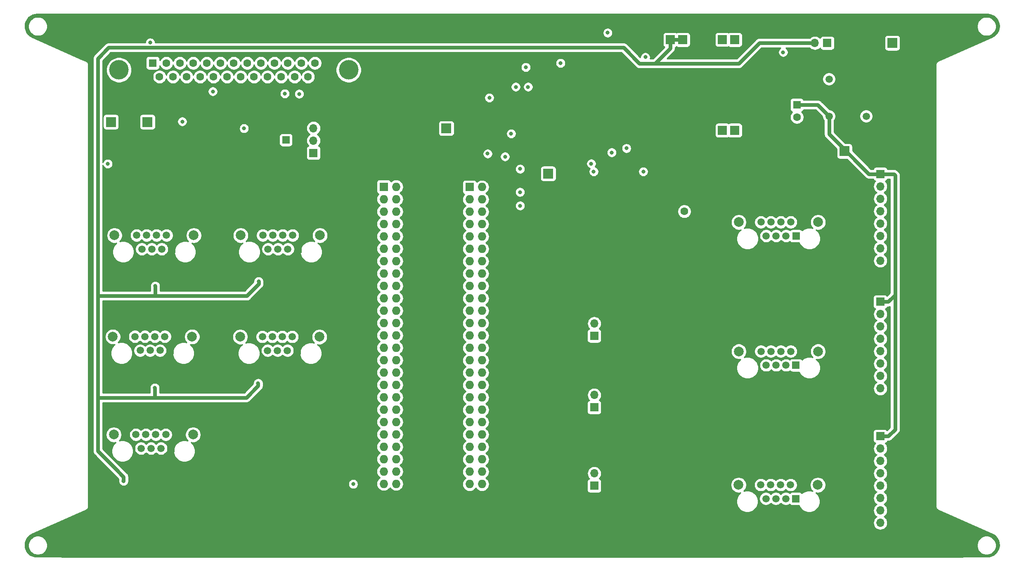
<source format=gbr>
G04 #@! TF.GenerationSoftware,KiCad,Pcbnew,(5.1.4-0-10_14)*
G04 #@! TF.CreationDate,2020-04-27T10:11:36-04:00*
G04 #@! TF.ProjectId,laser_card,6c617365-725f-4636-9172-642e6b696361,rev?*
G04 #@! TF.SameCoordinates,Original*
G04 #@! TF.FileFunction,Copper,L2,Inr*
G04 #@! TF.FilePolarity,Positive*
%FSLAX46Y46*%
G04 Gerber Fmt 4.6, Leading zero omitted, Abs format (unit mm)*
G04 Created by KiCad (PCBNEW (5.1.4-0-10_14)) date 2020-04-27 10:11:36*
%MOMM*%
%LPD*%
G04 APERTURE LIST*
%ADD10R,1.500000X1.500000*%
%ADD11R,2.000000X2.000000*%
%ADD12C,2.000000*%
%ADD13C,1.500000*%
%ADD14O,1.700000X1.700000*%
%ADD15R,1.700000X1.700000*%
%ADD16O,1.727200X1.727200*%
%ADD17R,1.727200X1.727200*%
%ADD18R,1.850000X1.850000*%
%ADD19C,1.501140*%
%ADD20R,1.501140X1.501140*%
%ADD21C,4.000000*%
%ADD22C,1.600000*%
%ADD23R,1.600000X1.600000*%
%ADD24C,0.800000*%
%ADD25C,0.800000*%
%ADD26C,0.254000*%
G04 APERTURE END LIST*
D10*
X99000000Y-64000000D03*
D11*
X131900000Y-61600000D03*
X152800000Y-70900000D03*
X70600000Y-60300000D03*
X63100000Y-60300000D03*
X223400000Y-44100000D03*
X213600000Y-66300000D03*
D12*
X63680800Y-124474400D03*
X79940800Y-124474400D03*
D13*
X68222800Y-124452000D03*
X70262800Y-124452000D03*
X72302800Y-124452000D03*
X74342800Y-124452000D03*
X69293600Y-127294800D03*
X71333600Y-127294800D03*
X73373600Y-127294800D03*
D10*
X75413600Y-127294800D03*
D12*
X63488000Y-104372400D03*
X79748000Y-104372400D03*
D13*
X68030000Y-104350000D03*
X70070000Y-104350000D03*
X72110000Y-104350000D03*
X74150000Y-104350000D03*
X69100800Y-107192800D03*
X71140800Y-107192800D03*
X73180800Y-107192800D03*
D10*
X75220800Y-107192800D03*
D12*
X89617200Y-104399400D03*
X105877200Y-104399400D03*
D13*
X94159200Y-104377000D03*
X96199200Y-104377000D03*
X98239200Y-104377000D03*
X100279200Y-104377000D03*
X95230000Y-107219800D03*
X97270000Y-107219800D03*
X99310000Y-107219800D03*
D10*
X101350000Y-107219800D03*
D12*
X63830800Y-83579600D03*
X80090800Y-83579600D03*
D13*
X68372800Y-83557200D03*
X70412800Y-83557200D03*
X72452800Y-83557200D03*
X74492800Y-83557200D03*
X69443600Y-86400000D03*
X71483600Y-86400000D03*
X73523600Y-86400000D03*
D10*
X75563600Y-86400000D03*
D12*
X89705800Y-83579600D03*
X105965800Y-83579600D03*
D13*
X94247800Y-83557200D03*
X96287800Y-83557200D03*
X98327800Y-83557200D03*
X100367800Y-83557200D03*
X95318600Y-86400000D03*
X97358600Y-86400000D03*
X99398600Y-86400000D03*
D10*
X101438600Y-86400000D03*
D12*
X191853000Y-134797400D03*
X208113000Y-134797400D03*
D13*
X196395000Y-134775000D03*
X198435000Y-134775000D03*
X200475000Y-134775000D03*
X202515000Y-134775000D03*
X197465800Y-137617800D03*
X199505800Y-137617800D03*
X201545800Y-137617800D03*
D10*
X203585800Y-137617800D03*
D12*
X191890000Y-107400000D03*
X208150000Y-107400000D03*
D13*
X196432000Y-107377600D03*
X198472000Y-107377600D03*
X200512000Y-107377600D03*
X202552000Y-107377600D03*
X197502800Y-110220400D03*
X199542800Y-110220400D03*
X201582800Y-110220400D03*
D10*
X203622800Y-110220400D03*
D12*
X191895000Y-80870800D03*
X208155000Y-80870800D03*
D13*
X196437000Y-80848400D03*
X198477000Y-80848400D03*
X200517000Y-80848400D03*
X202557000Y-80848400D03*
X197507800Y-83691200D03*
X199547800Y-83691200D03*
X201587800Y-83691200D03*
D10*
X203627800Y-83691200D03*
D14*
X220929200Y-88767920D03*
X220929200Y-86227920D03*
X220929200Y-83687920D03*
X220929200Y-81147920D03*
X220929200Y-78607920D03*
X220929200Y-76067920D03*
X220929200Y-73527920D03*
D15*
X220929200Y-70987920D03*
D16*
X139215000Y-134625000D03*
X136675000Y-134625000D03*
X139215000Y-132085000D03*
X136675000Y-132085000D03*
X139215000Y-129545000D03*
X136675000Y-129545000D03*
X139215000Y-127005000D03*
X136675000Y-127005000D03*
X139215000Y-124465000D03*
X136675000Y-124465000D03*
X139215000Y-121925000D03*
X136675000Y-121925000D03*
X139215000Y-119385000D03*
X136675000Y-119385000D03*
X139215000Y-116845000D03*
X136675000Y-116845000D03*
X139215000Y-114305000D03*
X136675000Y-114305000D03*
X139215000Y-111765000D03*
X136675000Y-111765000D03*
X139215000Y-109225000D03*
X136675000Y-109225000D03*
X139215000Y-106685000D03*
X136675000Y-106685000D03*
X139215000Y-104145000D03*
X136675000Y-104145000D03*
X139215000Y-101605000D03*
X136675000Y-101605000D03*
X139215000Y-99065000D03*
X136675000Y-99065000D03*
X139215000Y-96525000D03*
X136675000Y-96525000D03*
X139215000Y-93985000D03*
X136675000Y-93985000D03*
X139215000Y-91445000D03*
X136675000Y-91445000D03*
X139215000Y-88905000D03*
X136675000Y-88905000D03*
X139215000Y-86365000D03*
X136675000Y-86365000D03*
X139215000Y-83825000D03*
X136675000Y-83825000D03*
X139215000Y-81285000D03*
X136675000Y-81285000D03*
X139215000Y-78745000D03*
X136675000Y-78745000D03*
X139215000Y-76205000D03*
X136675000Y-76205000D03*
X139215000Y-73665000D03*
D17*
X136675000Y-73665000D03*
D16*
X121615200Y-134564120D03*
X119075200Y-134564120D03*
X121615200Y-132024120D03*
X119075200Y-132024120D03*
X121615200Y-129484120D03*
X119075200Y-129484120D03*
X121615200Y-126944120D03*
X119075200Y-126944120D03*
X121615200Y-124404120D03*
X119075200Y-124404120D03*
X121615200Y-121864120D03*
X119075200Y-121864120D03*
X121615200Y-119324120D03*
X119075200Y-119324120D03*
X121615200Y-116784120D03*
X119075200Y-116784120D03*
X121615200Y-114244120D03*
X119075200Y-114244120D03*
X121615200Y-111704120D03*
X119075200Y-111704120D03*
X121615200Y-109164120D03*
X119075200Y-109164120D03*
X121615200Y-106624120D03*
X119075200Y-106624120D03*
X121615200Y-104084120D03*
X119075200Y-104084120D03*
X121615200Y-101544120D03*
X119075200Y-101544120D03*
X121615200Y-99004120D03*
X119075200Y-99004120D03*
X121615200Y-96464120D03*
X119075200Y-96464120D03*
X121615200Y-93924120D03*
X119075200Y-93924120D03*
X121615200Y-91384120D03*
X119075200Y-91384120D03*
X121615200Y-88844120D03*
X119075200Y-88844120D03*
X121615200Y-86304120D03*
X119075200Y-86304120D03*
X121615200Y-83764120D03*
X119075200Y-83764120D03*
X121615200Y-81224120D03*
X119075200Y-81224120D03*
X121615200Y-78684120D03*
X119075200Y-78684120D03*
X121615200Y-76144120D03*
X119075200Y-76144120D03*
X121615200Y-73604120D03*
D17*
X119075200Y-73604120D03*
D14*
X162250000Y-101660000D03*
D15*
X162250000Y-104200000D03*
D18*
X177874720Y-62030000D03*
X180424720Y-62030000D03*
X188549720Y-62030000D03*
X191074720Y-62030000D03*
X177849720Y-43430000D03*
X180399720Y-43430000D03*
X188524720Y-43405000D03*
X191074720Y-43430000D03*
D14*
X104648000Y-61577220D03*
X104648000Y-64117220D03*
D15*
X104648000Y-66657220D03*
D19*
X210412000Y-59120000D03*
X210412000Y-51500000D03*
X218032000Y-59120000D03*
X223112000Y-59120000D03*
D20*
X223112000Y-51500000D03*
D14*
X220929200Y-142565120D03*
X220929200Y-140025120D03*
X220929200Y-137485120D03*
X220929200Y-134945120D03*
X220929200Y-132405120D03*
X220929200Y-129865120D03*
X220929200Y-127325120D03*
D15*
X220929200Y-124785120D03*
D14*
X220929200Y-114980720D03*
X220929200Y-112440720D03*
X220929200Y-109900720D03*
X220929200Y-107360720D03*
X220929200Y-104820720D03*
X220929200Y-102280720D03*
X220929200Y-99740720D03*
D15*
X220929200Y-97200720D03*
D14*
X207500000Y-44100000D03*
D15*
X210040000Y-44100000D03*
D14*
X162250000Y-116335000D03*
D15*
X162250000Y-118875000D03*
D14*
X162250000Y-132435000D03*
D15*
X162250000Y-134975000D03*
D21*
X64755000Y-49630000D03*
X111855000Y-49630000D03*
D22*
X103540000Y-51050000D03*
X100770000Y-51050000D03*
X98000000Y-51050000D03*
X95230000Y-51050000D03*
X92460000Y-51050000D03*
X89690000Y-51050000D03*
X86920000Y-51050000D03*
X84150000Y-51050000D03*
X81380000Y-51050000D03*
X78610000Y-51050000D03*
X75840000Y-51050000D03*
X73070000Y-51050000D03*
X104925000Y-48210000D03*
X102155000Y-48210000D03*
X99385000Y-48210000D03*
X96615000Y-48210000D03*
X93845000Y-48210000D03*
X91075000Y-48210000D03*
X88305000Y-48210000D03*
X85535000Y-48210000D03*
X82765000Y-48210000D03*
X79995000Y-48210000D03*
X77225000Y-48210000D03*
X74455000Y-48210000D03*
D23*
X71685000Y-48210000D03*
D22*
X180710840Y-78663160D03*
D23*
X180710840Y-81163160D03*
D22*
X203812000Y-59300000D03*
D23*
X203812000Y-56800000D03*
D24*
X201000000Y-46000000D03*
X71150000Y-44029120D03*
X168850000Y-65700000D03*
X165825000Y-66575000D03*
X74612500Y-73845420D03*
X62141100Y-71699120D03*
X78409800Y-66758820D03*
X153365200Y-66530220D03*
X153606500Y-59011820D03*
X158000700Y-55176420D03*
X142786100Y-46603920D03*
X147434300Y-51582320D03*
X137439400Y-65463420D03*
X156603700Y-73718420D03*
X84957920Y-68158360D03*
X96972120Y-71607680D03*
X172796200Y-73243440D03*
X147200000Y-84700000D03*
X172000000Y-53000000D03*
X108100000Y-134600000D03*
X151800000Y-134800000D03*
X172726500Y-47000000D03*
X165000000Y-42000000D03*
X162128200Y-70485000D03*
X172313600Y-70485000D03*
X155346400Y-48216820D03*
X90408760Y-61625480D03*
X101714300Y-54554120D03*
X72100000Y-114850000D03*
X93300000Y-113900000D03*
X93400000Y-93000000D03*
X72200000Y-93950000D03*
X65700000Y-134000000D03*
X146151600Y-53106320D03*
X147040600Y-69933820D03*
X148666200Y-53106320D03*
X143941800Y-67419220D03*
X98767900Y-54490620D03*
X145200000Y-62700000D03*
X83997800Y-54035960D03*
X77734400Y-60220620D03*
X148209000Y-49067720D03*
X140728700Y-55328820D03*
X140373100Y-66814700D03*
X62458600Y-68892420D03*
X161630360Y-68854320D03*
X147040600Y-77490320D03*
X147015200Y-74709020D03*
X112800000Y-134600000D03*
D25*
X222579200Y-97200720D02*
X223961960Y-95817960D01*
X220929200Y-97200720D02*
X222579200Y-97200720D01*
X222579200Y-124785120D02*
X223961960Y-123402360D01*
X223961960Y-123402360D02*
X223961960Y-95817960D01*
X220929200Y-124785120D02*
X222579200Y-124785120D01*
X220929200Y-70987920D02*
X218599920Y-70987920D01*
X218599920Y-70987920D02*
X210412000Y-62800000D01*
X210412000Y-59120000D02*
X208092000Y-56800000D01*
X208092000Y-56800000D02*
X208082360Y-56809640D01*
X210412000Y-62800000D02*
X210412000Y-59120000D01*
X220929200Y-70987920D02*
X223699920Y-70987920D01*
X223699920Y-70987920D02*
X223961960Y-71249960D01*
X223961960Y-95817960D02*
X223961960Y-71249960D01*
X208092000Y-56800000D02*
X203812000Y-56800000D01*
X180424720Y-62030000D02*
X177874720Y-62030000D01*
X90865685Y-116900000D02*
X72100000Y-116900000D01*
X72100000Y-116900000D02*
X60600000Y-116900000D01*
X93300000Y-114465685D02*
X90865685Y-116900000D01*
X93300000Y-113900000D02*
X93300000Y-114465685D01*
X72100000Y-115415685D02*
X72100000Y-116900000D01*
X72100000Y-114850000D02*
X72100000Y-115415685D01*
X180399720Y-43430000D02*
X177849720Y-43430000D01*
X174704720Y-48300000D02*
X172412000Y-48300000D01*
X177849720Y-45155000D02*
X174704720Y-48300000D01*
X177849720Y-43430000D02*
X177849720Y-45155000D01*
X62649100Y-45029120D02*
X60413900Y-47264320D01*
X168241120Y-45029120D02*
X62649100Y-45029120D01*
X171512000Y-48300000D02*
X168241120Y-45029120D01*
X172412000Y-48300000D02*
X171512000Y-48300000D01*
X60413900Y-47264320D02*
X60413900Y-90038900D01*
X60413900Y-111106900D02*
X60413900Y-127838900D01*
X60700000Y-96000000D02*
X60413900Y-96286100D01*
X60413900Y-90038900D02*
X60413900Y-96286100D01*
X93400000Y-93565685D02*
X90965685Y-96000000D01*
X60413900Y-96286100D02*
X60413900Y-111106900D01*
X93400000Y-93000000D02*
X93400000Y-93565685D01*
X72200000Y-94515685D02*
X72200000Y-96000000D01*
X72200000Y-93950000D02*
X72200000Y-94515685D01*
X72200000Y-96000000D02*
X60700000Y-96000000D01*
X90965685Y-96000000D02*
X72200000Y-96000000D01*
X65700000Y-133125000D02*
X63937500Y-131362500D01*
X65700000Y-134000000D02*
X65700000Y-133125000D01*
X63937500Y-131362500D02*
X64300000Y-131725000D01*
X60413900Y-127838900D02*
X63937500Y-131362500D01*
X196112000Y-44100000D02*
X207500000Y-44100000D01*
X191912000Y-48300000D02*
X196112000Y-44100000D01*
X172412000Y-48300000D02*
X191912000Y-48300000D01*
D26*
G36*
X242832525Y-38195443D02*
G01*
X243336455Y-38244828D01*
X243791307Y-38382211D01*
X244209481Y-38604649D01*
X244577507Y-38904626D01*
X244880019Y-39270336D01*
X245105774Y-39687844D01*
X245246211Y-40141794D01*
X245295573Y-40612540D01*
X245252403Y-41086201D01*
X245118879Y-41539897D01*
X244898797Y-41961118D01*
X244601177Y-42331231D01*
X244235660Y-42637884D01*
X243833177Y-42863386D01*
X232744061Y-47834883D01*
X232721491Y-47841730D01*
X232683524Y-47862023D01*
X232674659Y-47865998D01*
X232654324Y-47877631D01*
X232604228Y-47904408D01*
X232596657Y-47910622D01*
X232588168Y-47915478D01*
X232545343Y-47952735D01*
X232501446Y-47988761D01*
X232495239Y-47996324D01*
X232487854Y-48002749D01*
X232453113Y-48047654D01*
X232417094Y-48091543D01*
X232412480Y-48100176D01*
X232406493Y-48107914D01*
X232381193Y-48158709D01*
X232354416Y-48208806D01*
X232351573Y-48218179D01*
X232347213Y-48226932D01*
X232332307Y-48281691D01*
X232315819Y-48336044D01*
X232314860Y-48345783D01*
X232312289Y-48355227D01*
X232308351Y-48411862D01*
X232306052Y-48435208D01*
X232306052Y-48444935D01*
X232303067Y-48487869D01*
X232306052Y-48511258D01*
X232306053Y-139221312D01*
X232303067Y-139244706D01*
X232306053Y-139287664D01*
X232306053Y-139297381D01*
X232308348Y-139320686D01*
X232312287Y-139377348D01*
X232314860Y-139386802D01*
X232315820Y-139396545D01*
X232332297Y-139450864D01*
X232347208Y-139505644D01*
X232351573Y-139514409D01*
X232354417Y-139523783D01*
X232381180Y-139573854D01*
X232406486Y-139624663D01*
X232412478Y-139632409D01*
X232417095Y-139641046D01*
X232453109Y-139684929D01*
X232487845Y-139729829D01*
X232495234Y-139736258D01*
X232501447Y-139743828D01*
X232545327Y-139779840D01*
X232588157Y-139817103D01*
X232596657Y-139821966D01*
X232604229Y-139828180D01*
X232654297Y-139854942D01*
X232674647Y-139866584D01*
X232683526Y-139870565D01*
X232721492Y-139890858D01*
X232744053Y-139897702D01*
X243833362Y-144869536D01*
X244271479Y-145120103D01*
X244630051Y-145431364D01*
X244920346Y-145805117D01*
X245133337Y-146229290D01*
X245259941Y-146687524D01*
X245294964Y-147160735D01*
X245237424Y-147631721D01*
X245089678Y-148082197D01*
X244857524Y-148495094D01*
X244548169Y-148856713D01*
X244176699Y-149149558D01*
X243753959Y-149365554D01*
X243293765Y-149496169D01*
X242834933Y-149537143D01*
X232922959Y-149541179D01*
X232904420Y-149538767D01*
X232892189Y-149539587D01*
X232875592Y-149537929D01*
X232872971Y-149538183D01*
X232871907Y-149538103D01*
X232864401Y-149539015D01*
X232842054Y-149541184D01*
X232821402Y-149540926D01*
X232819966Y-149541193D01*
X57891860Y-149541193D01*
X47940278Y-149537144D01*
X47436482Y-149487751D01*
X46982095Y-149350710D01*
X46562964Y-149127859D01*
X46195670Y-148828113D01*
X45893034Y-148462251D01*
X45667279Y-148044748D01*
X45526841Y-147590791D01*
X45477476Y-147120018D01*
X45487951Y-147004495D01*
X46115000Y-147004495D01*
X46115000Y-147395505D01*
X46191282Y-147779003D01*
X46340915Y-148140250D01*
X46558149Y-148465364D01*
X46834636Y-148741851D01*
X47159750Y-148959085D01*
X47520997Y-149108718D01*
X47904495Y-149185000D01*
X48295505Y-149185000D01*
X48679003Y-149108718D01*
X49040250Y-148959085D01*
X49365364Y-148741851D01*
X49641851Y-148465364D01*
X49859085Y-148140250D01*
X50008718Y-147779003D01*
X50085000Y-147395505D01*
X50085000Y-147004495D01*
X240727000Y-147004495D01*
X240727000Y-147395505D01*
X240803282Y-147779003D01*
X240952915Y-148140250D01*
X241170149Y-148465364D01*
X241446636Y-148741851D01*
X241771750Y-148959085D01*
X242132997Y-149108718D01*
X242516495Y-149185000D01*
X242907505Y-149185000D01*
X243291003Y-149108718D01*
X243652250Y-148959085D01*
X243977364Y-148741851D01*
X244253851Y-148465364D01*
X244471085Y-148140250D01*
X244620718Y-147779003D01*
X244697000Y-147395505D01*
X244697000Y-147004495D01*
X244620718Y-146620997D01*
X244471085Y-146259750D01*
X244253851Y-145934636D01*
X243977364Y-145658149D01*
X243652250Y-145440915D01*
X243291003Y-145291282D01*
X242907505Y-145215000D01*
X242516495Y-145215000D01*
X242132997Y-145291282D01*
X241771750Y-145440915D01*
X241446636Y-145658149D01*
X241170149Y-145934636D01*
X240952915Y-146259750D01*
X240803282Y-146620997D01*
X240727000Y-147004495D01*
X50085000Y-147004495D01*
X50008718Y-146620997D01*
X49859085Y-146259750D01*
X49641851Y-145934636D01*
X49365364Y-145658149D01*
X49040250Y-145440915D01*
X48679003Y-145291282D01*
X48295505Y-145215000D01*
X47904495Y-145215000D01*
X47520997Y-145291282D01*
X47159750Y-145440915D01*
X46834636Y-145658149D01*
X46558149Y-145934636D01*
X46340915Y-146259750D01*
X46191282Y-146620997D01*
X46115000Y-147004495D01*
X45487951Y-147004495D01*
X45520323Y-146647497D01*
X45654173Y-146192690D01*
X45874257Y-145771466D01*
X46171879Y-145401353D01*
X46536577Y-145095386D01*
X46937746Y-144870408D01*
X58028751Y-139897700D01*
X58051305Y-139890858D01*
X58089267Y-139870567D01*
X58098155Y-139866582D01*
X58118513Y-139854935D01*
X58168568Y-139828180D01*
X58176142Y-139821964D01*
X58184644Y-139817100D01*
X58227480Y-139779832D01*
X58271350Y-139743828D01*
X58277562Y-139736259D01*
X58284956Y-139729826D01*
X58319700Y-139684914D01*
X58355703Y-139641046D01*
X58360320Y-139632408D01*
X58366314Y-139624660D01*
X58391616Y-139573857D01*
X58418381Y-139523783D01*
X58421226Y-139514404D01*
X58425591Y-139505640D01*
X58440495Y-139450884D01*
X58456978Y-139396545D01*
X58457938Y-139386795D01*
X58460511Y-139377343D01*
X58464445Y-139320728D01*
X58466745Y-139297381D01*
X58466745Y-139287639D01*
X58469729Y-139244701D01*
X58466745Y-139221324D01*
X58466745Y-48511264D01*
X58469730Y-48487875D01*
X58466745Y-48444936D01*
X58466745Y-48435207D01*
X58464446Y-48411865D01*
X58460509Y-48355232D01*
X58457938Y-48345785D01*
X58456978Y-48336043D01*
X58440497Y-48281712D01*
X58425587Y-48226936D01*
X58421223Y-48218175D01*
X58418381Y-48208805D01*
X58391620Y-48158738D01*
X58366308Y-48107918D01*
X58360317Y-48100174D01*
X58355703Y-48091542D01*
X58319696Y-48047668D01*
X58284948Y-48002753D01*
X58277560Y-47996325D01*
X58271351Y-47988760D01*
X58227473Y-47952749D01*
X58184634Y-47915480D01*
X58176137Y-47910619D01*
X58168569Y-47904408D01*
X58118507Y-47877650D01*
X58098144Y-47866000D01*
X58089264Y-47862019D01*
X58051306Y-47841730D01*
X58028745Y-47834886D01*
X56756105Y-47264320D01*
X59373894Y-47264320D01*
X59378900Y-47315148D01*
X59378901Y-89988053D01*
X59378900Y-89988063D01*
X59378901Y-96235253D01*
X59378900Y-96235263D01*
X59378900Y-96235272D01*
X59373894Y-96286100D01*
X59378900Y-96336928D01*
X59378901Y-111056053D01*
X59378900Y-111056063D01*
X59378901Y-127788062D01*
X59373894Y-127838900D01*
X59393877Y-128041795D01*
X59453060Y-128236893D01*
X59549166Y-128416697D01*
X59620486Y-128503600D01*
X59678505Y-128574296D01*
X59717992Y-128606702D01*
X63241592Y-132130303D01*
X63241597Y-132130307D01*
X64665000Y-133553711D01*
X64665000Y-134101939D01*
X64674969Y-134152058D01*
X64679976Y-134202894D01*
X64694804Y-134251774D01*
X64704774Y-134301898D01*
X64724332Y-134349116D01*
X64739159Y-134397992D01*
X64763237Y-134443039D01*
X64782795Y-134490256D01*
X64811186Y-134532747D01*
X64835266Y-134577797D01*
X64867672Y-134617284D01*
X64896063Y-134659774D01*
X64932197Y-134695908D01*
X64964604Y-134735396D01*
X65004092Y-134767803D01*
X65040226Y-134803937D01*
X65082716Y-134832328D01*
X65122203Y-134864734D01*
X65167254Y-134888814D01*
X65209744Y-134917205D01*
X65256958Y-134936762D01*
X65302007Y-134960841D01*
X65350887Y-134975669D01*
X65398102Y-134995226D01*
X65448223Y-135005196D01*
X65497105Y-135020024D01*
X65547943Y-135025031D01*
X65598061Y-135035000D01*
X65649162Y-135035000D01*
X65700000Y-135040007D01*
X65750838Y-135035000D01*
X65801939Y-135035000D01*
X65852058Y-135025031D01*
X65902894Y-135020024D01*
X65951774Y-135005196D01*
X66001898Y-134995226D01*
X66049116Y-134975668D01*
X66097992Y-134960841D01*
X66143039Y-134936763D01*
X66190256Y-134917205D01*
X66232747Y-134888814D01*
X66277797Y-134864734D01*
X66317284Y-134832328D01*
X66359774Y-134803937D01*
X66395908Y-134767803D01*
X66435396Y-134735396D01*
X66467803Y-134695908D01*
X66503937Y-134659774D01*
X66532328Y-134617284D01*
X66564734Y-134577797D01*
X66588814Y-134532746D01*
X66611989Y-134498061D01*
X111765000Y-134498061D01*
X111765000Y-134701939D01*
X111804774Y-134901898D01*
X111882795Y-135090256D01*
X111996063Y-135259774D01*
X112140226Y-135403937D01*
X112309744Y-135517205D01*
X112498102Y-135595226D01*
X112698061Y-135635000D01*
X112901939Y-135635000D01*
X113101898Y-135595226D01*
X113290256Y-135517205D01*
X113459774Y-135403937D01*
X113603937Y-135259774D01*
X113717205Y-135090256D01*
X113795226Y-134901898D01*
X113835000Y-134701939D01*
X113835000Y-134498061D01*
X113795226Y-134298102D01*
X113717205Y-134109744D01*
X113603937Y-133940226D01*
X113459774Y-133796063D01*
X113290256Y-133682795D01*
X113101898Y-133604774D01*
X112901939Y-133565000D01*
X112698061Y-133565000D01*
X112498102Y-133604774D01*
X112309744Y-133682795D01*
X112140226Y-133796063D01*
X111996063Y-133940226D01*
X111882795Y-134109744D01*
X111804774Y-134298102D01*
X111765000Y-134498061D01*
X66611989Y-134498061D01*
X66617205Y-134490256D01*
X66636762Y-134443042D01*
X66660841Y-134397993D01*
X66675669Y-134349113D01*
X66695226Y-134301898D01*
X66705196Y-134251777D01*
X66720024Y-134202895D01*
X66725031Y-134152057D01*
X66735000Y-134101939D01*
X66735000Y-133175827D01*
X66740006Y-133124999D01*
X66735000Y-133074171D01*
X66735000Y-133074163D01*
X66720024Y-132922105D01*
X66660841Y-132727007D01*
X66593160Y-132600384D01*
X66564734Y-132547202D01*
X66467803Y-132429092D01*
X66435396Y-132389604D01*
X66395908Y-132357197D01*
X64705307Y-130666597D01*
X64705303Y-130666592D01*
X61448900Y-127410190D01*
X61448900Y-124313367D01*
X62045800Y-124313367D01*
X62045800Y-124635433D01*
X62108632Y-124951312D01*
X62231882Y-125248863D01*
X62410813Y-125516652D01*
X62638548Y-125744387D01*
X62906337Y-125923318D01*
X63203888Y-126046568D01*
X63519767Y-126109400D01*
X63841833Y-126109400D01*
X64071725Y-126063672D01*
X64020134Y-126098144D01*
X63705344Y-126412934D01*
X63458014Y-126783089D01*
X63287651Y-127194382D01*
X63200800Y-127631009D01*
X63200800Y-128076191D01*
X63287651Y-128512818D01*
X63458014Y-128924111D01*
X63705344Y-129294266D01*
X64020134Y-129609056D01*
X64390289Y-129856386D01*
X64801582Y-130026749D01*
X65238209Y-130113600D01*
X65683391Y-130113600D01*
X66120018Y-130026749D01*
X66531311Y-129856386D01*
X66901466Y-129609056D01*
X67216256Y-129294266D01*
X67463586Y-128924111D01*
X67633949Y-128512818D01*
X67720800Y-128076191D01*
X67720800Y-127631009D01*
X67633949Y-127194382D01*
X67619041Y-127158389D01*
X67908600Y-127158389D01*
X67908600Y-127431211D01*
X67961825Y-127698789D01*
X68066229Y-127950843D01*
X68217801Y-128177686D01*
X68410714Y-128370599D01*
X68637557Y-128522171D01*
X68889611Y-128626575D01*
X69157189Y-128679800D01*
X69430011Y-128679800D01*
X69697589Y-128626575D01*
X69949643Y-128522171D01*
X70176486Y-128370599D01*
X70313600Y-128233485D01*
X70450714Y-128370599D01*
X70677557Y-128522171D01*
X70929611Y-128626575D01*
X71197189Y-128679800D01*
X71470011Y-128679800D01*
X71737589Y-128626575D01*
X71989643Y-128522171D01*
X72216486Y-128370599D01*
X72353600Y-128233485D01*
X72490714Y-128370599D01*
X72717557Y-128522171D01*
X72969611Y-128626575D01*
X73237189Y-128679800D01*
X73510011Y-128679800D01*
X73777589Y-128626575D01*
X74029643Y-128522171D01*
X74256486Y-128370599D01*
X74449399Y-128177686D01*
X74600971Y-127950843D01*
X74705375Y-127698789D01*
X74718857Y-127631009D01*
X75900800Y-127631009D01*
X75900800Y-128076191D01*
X75987651Y-128512818D01*
X76158014Y-128924111D01*
X76405344Y-129294266D01*
X76720134Y-129609056D01*
X77090289Y-129856386D01*
X77501582Y-130026749D01*
X77938209Y-130113600D01*
X78383391Y-130113600D01*
X78820018Y-130026749D01*
X79231311Y-129856386D01*
X79601466Y-129609056D01*
X79916256Y-129294266D01*
X80163586Y-128924111D01*
X80333949Y-128512818D01*
X80420800Y-128076191D01*
X80420800Y-127631009D01*
X80333949Y-127194382D01*
X80163586Y-126783089D01*
X79916256Y-126412934D01*
X79601466Y-126098144D01*
X79549875Y-126063672D01*
X79779767Y-126109400D01*
X80101833Y-126109400D01*
X80417712Y-126046568D01*
X80715263Y-125923318D01*
X80983052Y-125744387D01*
X81210787Y-125516652D01*
X81389718Y-125248863D01*
X81512968Y-124951312D01*
X81575800Y-124635433D01*
X81575800Y-124313367D01*
X81512968Y-123997488D01*
X81389718Y-123699937D01*
X81210787Y-123432148D01*
X80983052Y-123204413D01*
X80715263Y-123025482D01*
X80417712Y-122902232D01*
X80101833Y-122839400D01*
X79779767Y-122839400D01*
X79463888Y-122902232D01*
X79166337Y-123025482D01*
X78898548Y-123204413D01*
X78670813Y-123432148D01*
X78491882Y-123699937D01*
X78368632Y-123997488D01*
X78305800Y-124313367D01*
X78305800Y-124635433D01*
X78368632Y-124951312D01*
X78491882Y-125248863D01*
X78670813Y-125516652D01*
X78844932Y-125690771D01*
X78820018Y-125680451D01*
X78383391Y-125593600D01*
X77938209Y-125593600D01*
X77501582Y-125680451D01*
X77090289Y-125850814D01*
X76720134Y-126098144D01*
X76405344Y-126412934D01*
X76158014Y-126783089D01*
X75987651Y-127194382D01*
X75900800Y-127631009D01*
X74718857Y-127631009D01*
X74758600Y-127431211D01*
X74758600Y-127158389D01*
X74705375Y-126890811D01*
X74600971Y-126638757D01*
X74449399Y-126411914D01*
X74256486Y-126219001D01*
X74029643Y-126067429D01*
X73777589Y-125963025D01*
X73510011Y-125909800D01*
X73237189Y-125909800D01*
X72969611Y-125963025D01*
X72717557Y-126067429D01*
X72490714Y-126219001D01*
X72353600Y-126356115D01*
X72216486Y-126219001D01*
X71989643Y-126067429D01*
X71737589Y-125963025D01*
X71470011Y-125909800D01*
X71197189Y-125909800D01*
X70929611Y-125963025D01*
X70677557Y-126067429D01*
X70450714Y-126219001D01*
X70313600Y-126356115D01*
X70176486Y-126219001D01*
X69949643Y-126067429D01*
X69697589Y-125963025D01*
X69430011Y-125909800D01*
X69157189Y-125909800D01*
X68889611Y-125963025D01*
X68637557Y-126067429D01*
X68410714Y-126219001D01*
X68217801Y-126411914D01*
X68066229Y-126638757D01*
X67961825Y-126890811D01*
X67908600Y-127158389D01*
X67619041Y-127158389D01*
X67463586Y-126783089D01*
X67216256Y-126412934D01*
X66901466Y-126098144D01*
X66531311Y-125850814D01*
X66120018Y-125680451D01*
X65683391Y-125593600D01*
X65238209Y-125593600D01*
X64801582Y-125680451D01*
X64776668Y-125690771D01*
X64950787Y-125516652D01*
X65129718Y-125248863D01*
X65252968Y-124951312D01*
X65315800Y-124635433D01*
X65315800Y-124315589D01*
X66837800Y-124315589D01*
X66837800Y-124588411D01*
X66891025Y-124855989D01*
X66995429Y-125108043D01*
X67147001Y-125334886D01*
X67339914Y-125527799D01*
X67566757Y-125679371D01*
X67818811Y-125783775D01*
X68086389Y-125837000D01*
X68359211Y-125837000D01*
X68626789Y-125783775D01*
X68878843Y-125679371D01*
X69105686Y-125527799D01*
X69242800Y-125390685D01*
X69379914Y-125527799D01*
X69606757Y-125679371D01*
X69858811Y-125783775D01*
X70126389Y-125837000D01*
X70399211Y-125837000D01*
X70666789Y-125783775D01*
X70918843Y-125679371D01*
X71145686Y-125527799D01*
X71282800Y-125390685D01*
X71419914Y-125527799D01*
X71646757Y-125679371D01*
X71898811Y-125783775D01*
X72166389Y-125837000D01*
X72439211Y-125837000D01*
X72706789Y-125783775D01*
X72958843Y-125679371D01*
X73185686Y-125527799D01*
X73322800Y-125390685D01*
X73459914Y-125527799D01*
X73686757Y-125679371D01*
X73938811Y-125783775D01*
X74206389Y-125837000D01*
X74479211Y-125837000D01*
X74746789Y-125783775D01*
X74998843Y-125679371D01*
X75225686Y-125527799D01*
X75418599Y-125334886D01*
X75570171Y-125108043D01*
X75674575Y-124855989D01*
X75727800Y-124588411D01*
X75727800Y-124315589D01*
X75674575Y-124048011D01*
X75570171Y-123795957D01*
X75418599Y-123569114D01*
X75225686Y-123376201D01*
X74998843Y-123224629D01*
X74746789Y-123120225D01*
X74479211Y-123067000D01*
X74206389Y-123067000D01*
X73938811Y-123120225D01*
X73686757Y-123224629D01*
X73459914Y-123376201D01*
X73322800Y-123513315D01*
X73185686Y-123376201D01*
X72958843Y-123224629D01*
X72706789Y-123120225D01*
X72439211Y-123067000D01*
X72166389Y-123067000D01*
X71898811Y-123120225D01*
X71646757Y-123224629D01*
X71419914Y-123376201D01*
X71282800Y-123513315D01*
X71145686Y-123376201D01*
X70918843Y-123224629D01*
X70666789Y-123120225D01*
X70399211Y-123067000D01*
X70126389Y-123067000D01*
X69858811Y-123120225D01*
X69606757Y-123224629D01*
X69379914Y-123376201D01*
X69242800Y-123513315D01*
X69105686Y-123376201D01*
X68878843Y-123224629D01*
X68626789Y-123120225D01*
X68359211Y-123067000D01*
X68086389Y-123067000D01*
X67818811Y-123120225D01*
X67566757Y-123224629D01*
X67339914Y-123376201D01*
X67147001Y-123569114D01*
X66995429Y-123795957D01*
X66891025Y-124048011D01*
X66837800Y-124315589D01*
X65315800Y-124315589D01*
X65315800Y-124313367D01*
X65252968Y-123997488D01*
X65129718Y-123699937D01*
X64950787Y-123432148D01*
X64723052Y-123204413D01*
X64455263Y-123025482D01*
X64157712Y-122902232D01*
X63841833Y-122839400D01*
X63519767Y-122839400D01*
X63203888Y-122902232D01*
X62906337Y-123025482D01*
X62638548Y-123204413D01*
X62410813Y-123432148D01*
X62231882Y-123699937D01*
X62108632Y-123997488D01*
X62045800Y-124313367D01*
X61448900Y-124313367D01*
X61448900Y-117935000D01*
X72049162Y-117935000D01*
X72100000Y-117940007D01*
X72150838Y-117935000D01*
X90814857Y-117935000D01*
X90865685Y-117940006D01*
X90916513Y-117935000D01*
X90916523Y-117935000D01*
X91068580Y-117920024D01*
X91263678Y-117860841D01*
X91443482Y-117764734D01*
X91601081Y-117635396D01*
X91633492Y-117595903D01*
X93995908Y-115233488D01*
X94035396Y-115201081D01*
X94067803Y-115161593D01*
X94164734Y-115043483D01*
X94260840Y-114863679D01*
X94280411Y-114799163D01*
X94320024Y-114668579D01*
X94335000Y-114516522D01*
X94335000Y-114516514D01*
X94340006Y-114465686D01*
X94335000Y-114414858D01*
X94335000Y-113798061D01*
X94325031Y-113747943D01*
X94320024Y-113697105D01*
X94305196Y-113648223D01*
X94295226Y-113598102D01*
X94275669Y-113550887D01*
X94260841Y-113502007D01*
X94236762Y-113456958D01*
X94217205Y-113409744D01*
X94188814Y-113367254D01*
X94164734Y-113322203D01*
X94132328Y-113282716D01*
X94103937Y-113240226D01*
X94067803Y-113204092D01*
X94035396Y-113164604D01*
X93995908Y-113132197D01*
X93959774Y-113096063D01*
X93917284Y-113067672D01*
X93877797Y-113035266D01*
X93832747Y-113011186D01*
X93790256Y-112982795D01*
X93743039Y-112963237D01*
X93697992Y-112939159D01*
X93649116Y-112924332D01*
X93601898Y-112904774D01*
X93551774Y-112894804D01*
X93502894Y-112879976D01*
X93452058Y-112874969D01*
X93401939Y-112865000D01*
X93350838Y-112865000D01*
X93300000Y-112859993D01*
X93249162Y-112865000D01*
X93198061Y-112865000D01*
X93147943Y-112874969D01*
X93097105Y-112879976D01*
X93048223Y-112894804D01*
X92998102Y-112904774D01*
X92950887Y-112924331D01*
X92902007Y-112939159D01*
X92856958Y-112963238D01*
X92809744Y-112982795D01*
X92767254Y-113011186D01*
X92722203Y-113035266D01*
X92682716Y-113067672D01*
X92640226Y-113096063D01*
X92604092Y-113132197D01*
X92564604Y-113164604D01*
X92532197Y-113204092D01*
X92496063Y-113240226D01*
X92467672Y-113282716D01*
X92435266Y-113322203D01*
X92411186Y-113367253D01*
X92382795Y-113409744D01*
X92363237Y-113456961D01*
X92339159Y-113502008D01*
X92324332Y-113550884D01*
X92304774Y-113598102D01*
X92294804Y-113648226D01*
X92279976Y-113697106D01*
X92274969Y-113747942D01*
X92265000Y-113798061D01*
X92265000Y-114036974D01*
X90436975Y-115865000D01*
X73135000Y-115865000D01*
X73135000Y-114748061D01*
X73125031Y-114697943D01*
X73120024Y-114647105D01*
X73105196Y-114598223D01*
X73095226Y-114548102D01*
X73075669Y-114500887D01*
X73060841Y-114452007D01*
X73036762Y-114406958D01*
X73017205Y-114359744D01*
X72988814Y-114317254D01*
X72964734Y-114272203D01*
X72932328Y-114232716D01*
X72903937Y-114190226D01*
X72867803Y-114154092D01*
X72835396Y-114114604D01*
X72795908Y-114082197D01*
X72759774Y-114046063D01*
X72717284Y-114017672D01*
X72677797Y-113985266D01*
X72632747Y-113961186D01*
X72590256Y-113932795D01*
X72543039Y-113913237D01*
X72497992Y-113889159D01*
X72449116Y-113874332D01*
X72401898Y-113854774D01*
X72351774Y-113844804D01*
X72302894Y-113829976D01*
X72252058Y-113824969D01*
X72201939Y-113815000D01*
X72150838Y-113815000D01*
X72100000Y-113809993D01*
X72049162Y-113815000D01*
X71998061Y-113815000D01*
X71947943Y-113824969D01*
X71897105Y-113829976D01*
X71848223Y-113844804D01*
X71798102Y-113854774D01*
X71750887Y-113874331D01*
X71702007Y-113889159D01*
X71656958Y-113913238D01*
X71609744Y-113932795D01*
X71567254Y-113961186D01*
X71522203Y-113985266D01*
X71482716Y-114017672D01*
X71440226Y-114046063D01*
X71404092Y-114082197D01*
X71364604Y-114114604D01*
X71332197Y-114154092D01*
X71296063Y-114190226D01*
X71267672Y-114232716D01*
X71235266Y-114272203D01*
X71211186Y-114317253D01*
X71182795Y-114359744D01*
X71163237Y-114406961D01*
X71139159Y-114452008D01*
X71124332Y-114500884D01*
X71104774Y-114548102D01*
X71094804Y-114598226D01*
X71079976Y-114647106D01*
X71074969Y-114697942D01*
X71065000Y-114748061D01*
X71065000Y-115865000D01*
X61448900Y-115865000D01*
X61448900Y-104211367D01*
X61853000Y-104211367D01*
X61853000Y-104533433D01*
X61915832Y-104849312D01*
X62039082Y-105146863D01*
X62218013Y-105414652D01*
X62445748Y-105642387D01*
X62713537Y-105821318D01*
X63011088Y-105944568D01*
X63326967Y-106007400D01*
X63649033Y-106007400D01*
X63878925Y-105961672D01*
X63827334Y-105996144D01*
X63512544Y-106310934D01*
X63265214Y-106681089D01*
X63094851Y-107092382D01*
X63008000Y-107529009D01*
X63008000Y-107974191D01*
X63094851Y-108410818D01*
X63265214Y-108822111D01*
X63512544Y-109192266D01*
X63827334Y-109507056D01*
X64197489Y-109754386D01*
X64608782Y-109924749D01*
X65045409Y-110011600D01*
X65490591Y-110011600D01*
X65927218Y-109924749D01*
X66338511Y-109754386D01*
X66708666Y-109507056D01*
X67023456Y-109192266D01*
X67270786Y-108822111D01*
X67441149Y-108410818D01*
X67528000Y-107974191D01*
X67528000Y-107529009D01*
X67441149Y-107092382D01*
X67426241Y-107056389D01*
X67715800Y-107056389D01*
X67715800Y-107329211D01*
X67769025Y-107596789D01*
X67873429Y-107848843D01*
X68025001Y-108075686D01*
X68217914Y-108268599D01*
X68444757Y-108420171D01*
X68696811Y-108524575D01*
X68964389Y-108577800D01*
X69237211Y-108577800D01*
X69504789Y-108524575D01*
X69756843Y-108420171D01*
X69983686Y-108268599D01*
X70120800Y-108131485D01*
X70257914Y-108268599D01*
X70484757Y-108420171D01*
X70736811Y-108524575D01*
X71004389Y-108577800D01*
X71277211Y-108577800D01*
X71544789Y-108524575D01*
X71796843Y-108420171D01*
X72023686Y-108268599D01*
X72160800Y-108131485D01*
X72297914Y-108268599D01*
X72524757Y-108420171D01*
X72776811Y-108524575D01*
X73044389Y-108577800D01*
X73317211Y-108577800D01*
X73584789Y-108524575D01*
X73836843Y-108420171D01*
X74063686Y-108268599D01*
X74256599Y-108075686D01*
X74408171Y-107848843D01*
X74512575Y-107596789D01*
X74526057Y-107529009D01*
X75708000Y-107529009D01*
X75708000Y-107974191D01*
X75794851Y-108410818D01*
X75965214Y-108822111D01*
X76212544Y-109192266D01*
X76527334Y-109507056D01*
X76897489Y-109754386D01*
X77308782Y-109924749D01*
X77745409Y-110011600D01*
X78190591Y-110011600D01*
X78627218Y-109924749D01*
X79038511Y-109754386D01*
X79408666Y-109507056D01*
X79723456Y-109192266D01*
X79970786Y-108822111D01*
X80141149Y-108410818D01*
X80228000Y-107974191D01*
X80228000Y-107529009D01*
X80141149Y-107092382D01*
X79970786Y-106681089D01*
X79723456Y-106310934D01*
X79408666Y-105996144D01*
X79357075Y-105961672D01*
X79586967Y-106007400D01*
X79909033Y-106007400D01*
X80224912Y-105944568D01*
X80522463Y-105821318D01*
X80790252Y-105642387D01*
X81017987Y-105414652D01*
X81196918Y-105146863D01*
X81320168Y-104849312D01*
X81383000Y-104533433D01*
X81383000Y-104238367D01*
X87982200Y-104238367D01*
X87982200Y-104560433D01*
X88045032Y-104876312D01*
X88168282Y-105173863D01*
X88347213Y-105441652D01*
X88574948Y-105669387D01*
X88842737Y-105848318D01*
X89140288Y-105971568D01*
X89456167Y-106034400D01*
X89778233Y-106034400D01*
X90008125Y-105988672D01*
X89956534Y-106023144D01*
X89641744Y-106337934D01*
X89394414Y-106708089D01*
X89224051Y-107119382D01*
X89137200Y-107556009D01*
X89137200Y-108001191D01*
X89224051Y-108437818D01*
X89394414Y-108849111D01*
X89641744Y-109219266D01*
X89956534Y-109534056D01*
X90326689Y-109781386D01*
X90737982Y-109951749D01*
X91174609Y-110038600D01*
X91619791Y-110038600D01*
X92056418Y-109951749D01*
X92467711Y-109781386D01*
X92837866Y-109534056D01*
X93152656Y-109219266D01*
X93399986Y-108849111D01*
X93570349Y-108437818D01*
X93657200Y-108001191D01*
X93657200Y-107556009D01*
X93570349Y-107119382D01*
X93555441Y-107083389D01*
X93845000Y-107083389D01*
X93845000Y-107356211D01*
X93898225Y-107623789D01*
X94002629Y-107875843D01*
X94154201Y-108102686D01*
X94347114Y-108295599D01*
X94573957Y-108447171D01*
X94826011Y-108551575D01*
X95093589Y-108604800D01*
X95366411Y-108604800D01*
X95633989Y-108551575D01*
X95886043Y-108447171D01*
X96112886Y-108295599D01*
X96250000Y-108158485D01*
X96387114Y-108295599D01*
X96613957Y-108447171D01*
X96866011Y-108551575D01*
X97133589Y-108604800D01*
X97406411Y-108604800D01*
X97673989Y-108551575D01*
X97926043Y-108447171D01*
X98152886Y-108295599D01*
X98290000Y-108158485D01*
X98427114Y-108295599D01*
X98653957Y-108447171D01*
X98906011Y-108551575D01*
X99173589Y-108604800D01*
X99446411Y-108604800D01*
X99713989Y-108551575D01*
X99966043Y-108447171D01*
X100192886Y-108295599D01*
X100385799Y-108102686D01*
X100537371Y-107875843D01*
X100641775Y-107623789D01*
X100655257Y-107556009D01*
X101837200Y-107556009D01*
X101837200Y-108001191D01*
X101924051Y-108437818D01*
X102094414Y-108849111D01*
X102341744Y-109219266D01*
X102656534Y-109534056D01*
X103026689Y-109781386D01*
X103437982Y-109951749D01*
X103874609Y-110038600D01*
X104319791Y-110038600D01*
X104756418Y-109951749D01*
X105167711Y-109781386D01*
X105537866Y-109534056D01*
X105852656Y-109219266D01*
X106099986Y-108849111D01*
X106270349Y-108437818D01*
X106357200Y-108001191D01*
X106357200Y-107556009D01*
X106270349Y-107119382D01*
X106099986Y-106708089D01*
X105852656Y-106337934D01*
X105537866Y-106023144D01*
X105486275Y-105988672D01*
X105716167Y-106034400D01*
X106038233Y-106034400D01*
X106354112Y-105971568D01*
X106651663Y-105848318D01*
X106919452Y-105669387D01*
X107147187Y-105441652D01*
X107326118Y-105173863D01*
X107449368Y-104876312D01*
X107512200Y-104560433D01*
X107512200Y-104238367D01*
X107449368Y-103922488D01*
X107326118Y-103624937D01*
X107147187Y-103357148D01*
X106919452Y-103129413D01*
X106651663Y-102950482D01*
X106354112Y-102827232D01*
X106038233Y-102764400D01*
X105716167Y-102764400D01*
X105400288Y-102827232D01*
X105102737Y-102950482D01*
X104834948Y-103129413D01*
X104607213Y-103357148D01*
X104428282Y-103624937D01*
X104305032Y-103922488D01*
X104242200Y-104238367D01*
X104242200Y-104560433D01*
X104305032Y-104876312D01*
X104428282Y-105173863D01*
X104607213Y-105441652D01*
X104781332Y-105615771D01*
X104756418Y-105605451D01*
X104319791Y-105518600D01*
X103874609Y-105518600D01*
X103437982Y-105605451D01*
X103026689Y-105775814D01*
X102656534Y-106023144D01*
X102341744Y-106337934D01*
X102094414Y-106708089D01*
X101924051Y-107119382D01*
X101837200Y-107556009D01*
X100655257Y-107556009D01*
X100695000Y-107356211D01*
X100695000Y-107083389D01*
X100641775Y-106815811D01*
X100537371Y-106563757D01*
X100385799Y-106336914D01*
X100192886Y-106144001D01*
X99966043Y-105992429D01*
X99713989Y-105888025D01*
X99446411Y-105834800D01*
X99173589Y-105834800D01*
X98906011Y-105888025D01*
X98653957Y-105992429D01*
X98427114Y-106144001D01*
X98290000Y-106281115D01*
X98152886Y-106144001D01*
X97926043Y-105992429D01*
X97673989Y-105888025D01*
X97406411Y-105834800D01*
X97133589Y-105834800D01*
X96866011Y-105888025D01*
X96613957Y-105992429D01*
X96387114Y-106144001D01*
X96250000Y-106281115D01*
X96112886Y-106144001D01*
X95886043Y-105992429D01*
X95633989Y-105888025D01*
X95366411Y-105834800D01*
X95093589Y-105834800D01*
X94826011Y-105888025D01*
X94573957Y-105992429D01*
X94347114Y-106144001D01*
X94154201Y-106336914D01*
X94002629Y-106563757D01*
X93898225Y-106815811D01*
X93845000Y-107083389D01*
X93555441Y-107083389D01*
X93399986Y-106708089D01*
X93152656Y-106337934D01*
X92837866Y-106023144D01*
X92467711Y-105775814D01*
X92056418Y-105605451D01*
X91619791Y-105518600D01*
X91174609Y-105518600D01*
X90737982Y-105605451D01*
X90713068Y-105615771D01*
X90887187Y-105441652D01*
X91066118Y-105173863D01*
X91189368Y-104876312D01*
X91252200Y-104560433D01*
X91252200Y-104240589D01*
X92774200Y-104240589D01*
X92774200Y-104513411D01*
X92827425Y-104780989D01*
X92931829Y-105033043D01*
X93083401Y-105259886D01*
X93276314Y-105452799D01*
X93503157Y-105604371D01*
X93755211Y-105708775D01*
X94022789Y-105762000D01*
X94295611Y-105762000D01*
X94563189Y-105708775D01*
X94815243Y-105604371D01*
X95042086Y-105452799D01*
X95179200Y-105315685D01*
X95316314Y-105452799D01*
X95543157Y-105604371D01*
X95795211Y-105708775D01*
X96062789Y-105762000D01*
X96335611Y-105762000D01*
X96603189Y-105708775D01*
X96855243Y-105604371D01*
X97082086Y-105452799D01*
X97219200Y-105315685D01*
X97356314Y-105452799D01*
X97583157Y-105604371D01*
X97835211Y-105708775D01*
X98102789Y-105762000D01*
X98375611Y-105762000D01*
X98643189Y-105708775D01*
X98895243Y-105604371D01*
X99122086Y-105452799D01*
X99259200Y-105315685D01*
X99396314Y-105452799D01*
X99623157Y-105604371D01*
X99875211Y-105708775D01*
X100142789Y-105762000D01*
X100415611Y-105762000D01*
X100683189Y-105708775D01*
X100935243Y-105604371D01*
X101162086Y-105452799D01*
X101354999Y-105259886D01*
X101506571Y-105033043D01*
X101610975Y-104780989D01*
X101664200Y-104513411D01*
X101664200Y-104240589D01*
X101610975Y-103973011D01*
X101506571Y-103720957D01*
X101354999Y-103494114D01*
X101162086Y-103301201D01*
X100935243Y-103149629D01*
X100683189Y-103045225D01*
X100415611Y-102992000D01*
X100142789Y-102992000D01*
X99875211Y-103045225D01*
X99623157Y-103149629D01*
X99396314Y-103301201D01*
X99259200Y-103438315D01*
X99122086Y-103301201D01*
X98895243Y-103149629D01*
X98643189Y-103045225D01*
X98375611Y-102992000D01*
X98102789Y-102992000D01*
X97835211Y-103045225D01*
X97583157Y-103149629D01*
X97356314Y-103301201D01*
X97219200Y-103438315D01*
X97082086Y-103301201D01*
X96855243Y-103149629D01*
X96603189Y-103045225D01*
X96335611Y-102992000D01*
X96062789Y-102992000D01*
X95795211Y-103045225D01*
X95543157Y-103149629D01*
X95316314Y-103301201D01*
X95179200Y-103438315D01*
X95042086Y-103301201D01*
X94815243Y-103149629D01*
X94563189Y-103045225D01*
X94295611Y-102992000D01*
X94022789Y-102992000D01*
X93755211Y-103045225D01*
X93503157Y-103149629D01*
X93276314Y-103301201D01*
X93083401Y-103494114D01*
X92931829Y-103720957D01*
X92827425Y-103973011D01*
X92774200Y-104240589D01*
X91252200Y-104240589D01*
X91252200Y-104238367D01*
X91189368Y-103922488D01*
X91066118Y-103624937D01*
X90887187Y-103357148D01*
X90659452Y-103129413D01*
X90391663Y-102950482D01*
X90094112Y-102827232D01*
X89778233Y-102764400D01*
X89456167Y-102764400D01*
X89140288Y-102827232D01*
X88842737Y-102950482D01*
X88574948Y-103129413D01*
X88347213Y-103357148D01*
X88168282Y-103624937D01*
X88045032Y-103922488D01*
X87982200Y-104238367D01*
X81383000Y-104238367D01*
X81383000Y-104211367D01*
X81320168Y-103895488D01*
X81196918Y-103597937D01*
X81017987Y-103330148D01*
X80790252Y-103102413D01*
X80522463Y-102923482D01*
X80224912Y-102800232D01*
X79909033Y-102737400D01*
X79586967Y-102737400D01*
X79271088Y-102800232D01*
X78973537Y-102923482D01*
X78705748Y-103102413D01*
X78478013Y-103330148D01*
X78299082Y-103597937D01*
X78175832Y-103895488D01*
X78113000Y-104211367D01*
X78113000Y-104533433D01*
X78175832Y-104849312D01*
X78299082Y-105146863D01*
X78478013Y-105414652D01*
X78652132Y-105588771D01*
X78627218Y-105578451D01*
X78190591Y-105491600D01*
X77745409Y-105491600D01*
X77308782Y-105578451D01*
X76897489Y-105748814D01*
X76527334Y-105996144D01*
X76212544Y-106310934D01*
X75965214Y-106681089D01*
X75794851Y-107092382D01*
X75708000Y-107529009D01*
X74526057Y-107529009D01*
X74565800Y-107329211D01*
X74565800Y-107056389D01*
X74512575Y-106788811D01*
X74408171Y-106536757D01*
X74256599Y-106309914D01*
X74063686Y-106117001D01*
X73836843Y-105965429D01*
X73584789Y-105861025D01*
X73317211Y-105807800D01*
X73044389Y-105807800D01*
X72776811Y-105861025D01*
X72524757Y-105965429D01*
X72297914Y-106117001D01*
X72160800Y-106254115D01*
X72023686Y-106117001D01*
X71796843Y-105965429D01*
X71544789Y-105861025D01*
X71277211Y-105807800D01*
X71004389Y-105807800D01*
X70736811Y-105861025D01*
X70484757Y-105965429D01*
X70257914Y-106117001D01*
X70120800Y-106254115D01*
X69983686Y-106117001D01*
X69756843Y-105965429D01*
X69504789Y-105861025D01*
X69237211Y-105807800D01*
X68964389Y-105807800D01*
X68696811Y-105861025D01*
X68444757Y-105965429D01*
X68217914Y-106117001D01*
X68025001Y-106309914D01*
X67873429Y-106536757D01*
X67769025Y-106788811D01*
X67715800Y-107056389D01*
X67426241Y-107056389D01*
X67270786Y-106681089D01*
X67023456Y-106310934D01*
X66708666Y-105996144D01*
X66338511Y-105748814D01*
X65927218Y-105578451D01*
X65490591Y-105491600D01*
X65045409Y-105491600D01*
X64608782Y-105578451D01*
X64583868Y-105588771D01*
X64757987Y-105414652D01*
X64936918Y-105146863D01*
X65060168Y-104849312D01*
X65123000Y-104533433D01*
X65123000Y-104213589D01*
X66645000Y-104213589D01*
X66645000Y-104486411D01*
X66698225Y-104753989D01*
X66802629Y-105006043D01*
X66954201Y-105232886D01*
X67147114Y-105425799D01*
X67373957Y-105577371D01*
X67626011Y-105681775D01*
X67893589Y-105735000D01*
X68166411Y-105735000D01*
X68433989Y-105681775D01*
X68686043Y-105577371D01*
X68912886Y-105425799D01*
X69050000Y-105288685D01*
X69187114Y-105425799D01*
X69413957Y-105577371D01*
X69666011Y-105681775D01*
X69933589Y-105735000D01*
X70206411Y-105735000D01*
X70473989Y-105681775D01*
X70726043Y-105577371D01*
X70952886Y-105425799D01*
X71090000Y-105288685D01*
X71227114Y-105425799D01*
X71453957Y-105577371D01*
X71706011Y-105681775D01*
X71973589Y-105735000D01*
X72246411Y-105735000D01*
X72513989Y-105681775D01*
X72766043Y-105577371D01*
X72992886Y-105425799D01*
X73130000Y-105288685D01*
X73267114Y-105425799D01*
X73493957Y-105577371D01*
X73746011Y-105681775D01*
X74013589Y-105735000D01*
X74286411Y-105735000D01*
X74553989Y-105681775D01*
X74806043Y-105577371D01*
X75032886Y-105425799D01*
X75225799Y-105232886D01*
X75377371Y-105006043D01*
X75481775Y-104753989D01*
X75535000Y-104486411D01*
X75535000Y-104213589D01*
X75481775Y-103946011D01*
X75377371Y-103693957D01*
X75225799Y-103467114D01*
X75032886Y-103274201D01*
X74806043Y-103122629D01*
X74553989Y-103018225D01*
X74286411Y-102965000D01*
X74013589Y-102965000D01*
X73746011Y-103018225D01*
X73493957Y-103122629D01*
X73267114Y-103274201D01*
X73130000Y-103411315D01*
X72992886Y-103274201D01*
X72766043Y-103122629D01*
X72513989Y-103018225D01*
X72246411Y-102965000D01*
X71973589Y-102965000D01*
X71706011Y-103018225D01*
X71453957Y-103122629D01*
X71227114Y-103274201D01*
X71090000Y-103411315D01*
X70952886Y-103274201D01*
X70726043Y-103122629D01*
X70473989Y-103018225D01*
X70206411Y-102965000D01*
X69933589Y-102965000D01*
X69666011Y-103018225D01*
X69413957Y-103122629D01*
X69187114Y-103274201D01*
X69050000Y-103411315D01*
X68912886Y-103274201D01*
X68686043Y-103122629D01*
X68433989Y-103018225D01*
X68166411Y-102965000D01*
X67893589Y-102965000D01*
X67626011Y-103018225D01*
X67373957Y-103122629D01*
X67147114Y-103274201D01*
X66954201Y-103467114D01*
X66802629Y-103693957D01*
X66698225Y-103946011D01*
X66645000Y-104213589D01*
X65123000Y-104213589D01*
X65123000Y-104211367D01*
X65060168Y-103895488D01*
X64936918Y-103597937D01*
X64757987Y-103330148D01*
X64530252Y-103102413D01*
X64262463Y-102923482D01*
X63964912Y-102800232D01*
X63649033Y-102737400D01*
X63326967Y-102737400D01*
X63011088Y-102800232D01*
X62713537Y-102923482D01*
X62445748Y-103102413D01*
X62218013Y-103330148D01*
X62039082Y-103597937D01*
X61915832Y-103895488D01*
X61853000Y-104211367D01*
X61448900Y-104211367D01*
X61448900Y-97035000D01*
X72149162Y-97035000D01*
X72200000Y-97040007D01*
X72250838Y-97035000D01*
X90914857Y-97035000D01*
X90965685Y-97040006D01*
X91016513Y-97035000D01*
X91016523Y-97035000D01*
X91168580Y-97020024D01*
X91363678Y-96960841D01*
X91543482Y-96864734D01*
X91701081Y-96735396D01*
X91733492Y-96695903D01*
X94095908Y-94333488D01*
X94135396Y-94301081D01*
X94167803Y-94261593D01*
X94264734Y-94143483D01*
X94360840Y-93963679D01*
X94368664Y-93937888D01*
X94420024Y-93768579D01*
X94435000Y-93616522D01*
X94435000Y-93616514D01*
X94440006Y-93565686D01*
X94435000Y-93514858D01*
X94435000Y-92898061D01*
X94425031Y-92847943D01*
X94420024Y-92797105D01*
X94405196Y-92748223D01*
X94395226Y-92698102D01*
X94375669Y-92650887D01*
X94360841Y-92602007D01*
X94336762Y-92556958D01*
X94317205Y-92509744D01*
X94288814Y-92467254D01*
X94264734Y-92422203D01*
X94232328Y-92382716D01*
X94203937Y-92340226D01*
X94167803Y-92304092D01*
X94135396Y-92264604D01*
X94095908Y-92232197D01*
X94059774Y-92196063D01*
X94017284Y-92167672D01*
X93977797Y-92135266D01*
X93932747Y-92111186D01*
X93890256Y-92082795D01*
X93843039Y-92063237D01*
X93797992Y-92039159D01*
X93749116Y-92024332D01*
X93701898Y-92004774D01*
X93651774Y-91994804D01*
X93602894Y-91979976D01*
X93552058Y-91974969D01*
X93501939Y-91965000D01*
X93450838Y-91965000D01*
X93400000Y-91959993D01*
X93349162Y-91965000D01*
X93298061Y-91965000D01*
X93247943Y-91974969D01*
X93197105Y-91979976D01*
X93148223Y-91994804D01*
X93098102Y-92004774D01*
X93050887Y-92024331D01*
X93002007Y-92039159D01*
X92956958Y-92063238D01*
X92909744Y-92082795D01*
X92867254Y-92111186D01*
X92822203Y-92135266D01*
X92782716Y-92167672D01*
X92740226Y-92196063D01*
X92704092Y-92232197D01*
X92664604Y-92264604D01*
X92632197Y-92304092D01*
X92596063Y-92340226D01*
X92567672Y-92382716D01*
X92535266Y-92422203D01*
X92511186Y-92467253D01*
X92482795Y-92509744D01*
X92463237Y-92556961D01*
X92439159Y-92602008D01*
X92424332Y-92650884D01*
X92404774Y-92698102D01*
X92394804Y-92748226D01*
X92379976Y-92797106D01*
X92374969Y-92847942D01*
X92365000Y-92898061D01*
X92365000Y-93136974D01*
X90536975Y-94965000D01*
X73235000Y-94965000D01*
X73235000Y-93848061D01*
X73225031Y-93797943D01*
X73220024Y-93747105D01*
X73205196Y-93698223D01*
X73195226Y-93648102D01*
X73175669Y-93600887D01*
X73160841Y-93552007D01*
X73136762Y-93506958D01*
X73117205Y-93459744D01*
X73088814Y-93417254D01*
X73064734Y-93372203D01*
X73032328Y-93332716D01*
X73003937Y-93290226D01*
X72967803Y-93254092D01*
X72935396Y-93214604D01*
X72895908Y-93182197D01*
X72859774Y-93146063D01*
X72817284Y-93117672D01*
X72777797Y-93085266D01*
X72732747Y-93061186D01*
X72690256Y-93032795D01*
X72643039Y-93013237D01*
X72597992Y-92989159D01*
X72549116Y-92974332D01*
X72501898Y-92954774D01*
X72451774Y-92944804D01*
X72402894Y-92929976D01*
X72352058Y-92924969D01*
X72301939Y-92915000D01*
X72250838Y-92915000D01*
X72200000Y-92909993D01*
X72149162Y-92915000D01*
X72098061Y-92915000D01*
X72047943Y-92924969D01*
X71997105Y-92929976D01*
X71948223Y-92944804D01*
X71898102Y-92954774D01*
X71850887Y-92974331D01*
X71802007Y-92989159D01*
X71756958Y-93013238D01*
X71709744Y-93032795D01*
X71667254Y-93061186D01*
X71622203Y-93085266D01*
X71582716Y-93117672D01*
X71540226Y-93146063D01*
X71504092Y-93182197D01*
X71464604Y-93214604D01*
X71432197Y-93254092D01*
X71396063Y-93290226D01*
X71367672Y-93332716D01*
X71335266Y-93372203D01*
X71311186Y-93417253D01*
X71282795Y-93459744D01*
X71263237Y-93506961D01*
X71239159Y-93552008D01*
X71224332Y-93600884D01*
X71204774Y-93648102D01*
X71194804Y-93698226D01*
X71179976Y-93747106D01*
X71174969Y-93797942D01*
X71165000Y-93848061D01*
X71165000Y-94965000D01*
X61448900Y-94965000D01*
X61448900Y-83418567D01*
X62195800Y-83418567D01*
X62195800Y-83740633D01*
X62258632Y-84056512D01*
X62381882Y-84354063D01*
X62560813Y-84621852D01*
X62788548Y-84849587D01*
X63056337Y-85028518D01*
X63353888Y-85151768D01*
X63669767Y-85214600D01*
X63991833Y-85214600D01*
X64221725Y-85168872D01*
X64170134Y-85203344D01*
X63855344Y-85518134D01*
X63608014Y-85888289D01*
X63437651Y-86299582D01*
X63350800Y-86736209D01*
X63350800Y-87181391D01*
X63437651Y-87618018D01*
X63608014Y-88029311D01*
X63855344Y-88399466D01*
X64170134Y-88714256D01*
X64540289Y-88961586D01*
X64951582Y-89131949D01*
X65388209Y-89218800D01*
X65833391Y-89218800D01*
X66270018Y-89131949D01*
X66681311Y-88961586D01*
X67051466Y-88714256D01*
X67366256Y-88399466D01*
X67613586Y-88029311D01*
X67783949Y-87618018D01*
X67870800Y-87181391D01*
X67870800Y-86736209D01*
X67783949Y-86299582D01*
X67769041Y-86263589D01*
X68058600Y-86263589D01*
X68058600Y-86536411D01*
X68111825Y-86803989D01*
X68216229Y-87056043D01*
X68367801Y-87282886D01*
X68560714Y-87475799D01*
X68787557Y-87627371D01*
X69039611Y-87731775D01*
X69307189Y-87785000D01*
X69580011Y-87785000D01*
X69847589Y-87731775D01*
X70099643Y-87627371D01*
X70326486Y-87475799D01*
X70463600Y-87338685D01*
X70600714Y-87475799D01*
X70827557Y-87627371D01*
X71079611Y-87731775D01*
X71347189Y-87785000D01*
X71620011Y-87785000D01*
X71887589Y-87731775D01*
X72139643Y-87627371D01*
X72366486Y-87475799D01*
X72503600Y-87338685D01*
X72640714Y-87475799D01*
X72867557Y-87627371D01*
X73119611Y-87731775D01*
X73387189Y-87785000D01*
X73660011Y-87785000D01*
X73927589Y-87731775D01*
X74179643Y-87627371D01*
X74406486Y-87475799D01*
X74599399Y-87282886D01*
X74750971Y-87056043D01*
X74855375Y-86803989D01*
X74868857Y-86736209D01*
X76050800Y-86736209D01*
X76050800Y-87181391D01*
X76137651Y-87618018D01*
X76308014Y-88029311D01*
X76555344Y-88399466D01*
X76870134Y-88714256D01*
X77240289Y-88961586D01*
X77651582Y-89131949D01*
X78088209Y-89218800D01*
X78533391Y-89218800D01*
X78970018Y-89131949D01*
X79381311Y-88961586D01*
X79751466Y-88714256D01*
X80066256Y-88399466D01*
X80313586Y-88029311D01*
X80483949Y-87618018D01*
X80570800Y-87181391D01*
X80570800Y-86736209D01*
X80483949Y-86299582D01*
X80313586Y-85888289D01*
X80066256Y-85518134D01*
X79751466Y-85203344D01*
X79699875Y-85168872D01*
X79929767Y-85214600D01*
X80251833Y-85214600D01*
X80567712Y-85151768D01*
X80865263Y-85028518D01*
X81133052Y-84849587D01*
X81360787Y-84621852D01*
X81539718Y-84354063D01*
X81662968Y-84056512D01*
X81725800Y-83740633D01*
X81725800Y-83418567D01*
X88070800Y-83418567D01*
X88070800Y-83740633D01*
X88133632Y-84056512D01*
X88256882Y-84354063D01*
X88435813Y-84621852D01*
X88663548Y-84849587D01*
X88931337Y-85028518D01*
X89228888Y-85151768D01*
X89544767Y-85214600D01*
X89866833Y-85214600D01*
X90096725Y-85168872D01*
X90045134Y-85203344D01*
X89730344Y-85518134D01*
X89483014Y-85888289D01*
X89312651Y-86299582D01*
X89225800Y-86736209D01*
X89225800Y-87181391D01*
X89312651Y-87618018D01*
X89483014Y-88029311D01*
X89730344Y-88399466D01*
X90045134Y-88714256D01*
X90415289Y-88961586D01*
X90826582Y-89131949D01*
X91263209Y-89218800D01*
X91708391Y-89218800D01*
X92145018Y-89131949D01*
X92556311Y-88961586D01*
X92926466Y-88714256D01*
X93241256Y-88399466D01*
X93488586Y-88029311D01*
X93658949Y-87618018D01*
X93745800Y-87181391D01*
X93745800Y-86736209D01*
X93658949Y-86299582D01*
X93644041Y-86263589D01*
X93933600Y-86263589D01*
X93933600Y-86536411D01*
X93986825Y-86803989D01*
X94091229Y-87056043D01*
X94242801Y-87282886D01*
X94435714Y-87475799D01*
X94662557Y-87627371D01*
X94914611Y-87731775D01*
X95182189Y-87785000D01*
X95455011Y-87785000D01*
X95722589Y-87731775D01*
X95974643Y-87627371D01*
X96201486Y-87475799D01*
X96338600Y-87338685D01*
X96475714Y-87475799D01*
X96702557Y-87627371D01*
X96954611Y-87731775D01*
X97222189Y-87785000D01*
X97495011Y-87785000D01*
X97762589Y-87731775D01*
X98014643Y-87627371D01*
X98241486Y-87475799D01*
X98378600Y-87338685D01*
X98515714Y-87475799D01*
X98742557Y-87627371D01*
X98994611Y-87731775D01*
X99262189Y-87785000D01*
X99535011Y-87785000D01*
X99802589Y-87731775D01*
X100054643Y-87627371D01*
X100281486Y-87475799D01*
X100474399Y-87282886D01*
X100625971Y-87056043D01*
X100730375Y-86803989D01*
X100743857Y-86736209D01*
X101925800Y-86736209D01*
X101925800Y-87181391D01*
X102012651Y-87618018D01*
X102183014Y-88029311D01*
X102430344Y-88399466D01*
X102745134Y-88714256D01*
X103115289Y-88961586D01*
X103526582Y-89131949D01*
X103963209Y-89218800D01*
X104408391Y-89218800D01*
X104845018Y-89131949D01*
X105256311Y-88961586D01*
X105626466Y-88714256D01*
X105941256Y-88399466D01*
X106188586Y-88029311D01*
X106358949Y-87618018D01*
X106445800Y-87181391D01*
X106445800Y-86736209D01*
X106358949Y-86299582D01*
X106188586Y-85888289D01*
X105941256Y-85518134D01*
X105626466Y-85203344D01*
X105574875Y-85168872D01*
X105804767Y-85214600D01*
X106126833Y-85214600D01*
X106442712Y-85151768D01*
X106740263Y-85028518D01*
X107008052Y-84849587D01*
X107235787Y-84621852D01*
X107414718Y-84354063D01*
X107537968Y-84056512D01*
X107600800Y-83740633D01*
X107600800Y-83418567D01*
X107537968Y-83102688D01*
X107414718Y-82805137D01*
X107235787Y-82537348D01*
X107008052Y-82309613D01*
X106740263Y-82130682D01*
X106442712Y-82007432D01*
X106126833Y-81944600D01*
X105804767Y-81944600D01*
X105488888Y-82007432D01*
X105191337Y-82130682D01*
X104923548Y-82309613D01*
X104695813Y-82537348D01*
X104516882Y-82805137D01*
X104393632Y-83102688D01*
X104330800Y-83418567D01*
X104330800Y-83740633D01*
X104393632Y-84056512D01*
X104516882Y-84354063D01*
X104695813Y-84621852D01*
X104869932Y-84795971D01*
X104845018Y-84785651D01*
X104408391Y-84698800D01*
X103963209Y-84698800D01*
X103526582Y-84785651D01*
X103115289Y-84956014D01*
X102745134Y-85203344D01*
X102430344Y-85518134D01*
X102183014Y-85888289D01*
X102012651Y-86299582D01*
X101925800Y-86736209D01*
X100743857Y-86736209D01*
X100783600Y-86536411D01*
X100783600Y-86263589D01*
X100730375Y-85996011D01*
X100625971Y-85743957D01*
X100474399Y-85517114D01*
X100281486Y-85324201D01*
X100054643Y-85172629D01*
X99802589Y-85068225D01*
X99535011Y-85015000D01*
X99262189Y-85015000D01*
X98994611Y-85068225D01*
X98742557Y-85172629D01*
X98515714Y-85324201D01*
X98378600Y-85461315D01*
X98241486Y-85324201D01*
X98014643Y-85172629D01*
X97762589Y-85068225D01*
X97495011Y-85015000D01*
X97222189Y-85015000D01*
X96954611Y-85068225D01*
X96702557Y-85172629D01*
X96475714Y-85324201D01*
X96338600Y-85461315D01*
X96201486Y-85324201D01*
X95974643Y-85172629D01*
X95722589Y-85068225D01*
X95455011Y-85015000D01*
X95182189Y-85015000D01*
X94914611Y-85068225D01*
X94662557Y-85172629D01*
X94435714Y-85324201D01*
X94242801Y-85517114D01*
X94091229Y-85743957D01*
X93986825Y-85996011D01*
X93933600Y-86263589D01*
X93644041Y-86263589D01*
X93488586Y-85888289D01*
X93241256Y-85518134D01*
X92926466Y-85203344D01*
X92556311Y-84956014D01*
X92145018Y-84785651D01*
X91708391Y-84698800D01*
X91263209Y-84698800D01*
X90826582Y-84785651D01*
X90801668Y-84795971D01*
X90975787Y-84621852D01*
X91154718Y-84354063D01*
X91277968Y-84056512D01*
X91340800Y-83740633D01*
X91340800Y-83420789D01*
X92862800Y-83420789D01*
X92862800Y-83693611D01*
X92916025Y-83961189D01*
X93020429Y-84213243D01*
X93172001Y-84440086D01*
X93364914Y-84632999D01*
X93591757Y-84784571D01*
X93843811Y-84888975D01*
X94111389Y-84942200D01*
X94384211Y-84942200D01*
X94651789Y-84888975D01*
X94903843Y-84784571D01*
X95130686Y-84632999D01*
X95267800Y-84495885D01*
X95404914Y-84632999D01*
X95631757Y-84784571D01*
X95883811Y-84888975D01*
X96151389Y-84942200D01*
X96424211Y-84942200D01*
X96691789Y-84888975D01*
X96943843Y-84784571D01*
X97170686Y-84632999D01*
X97307800Y-84495885D01*
X97444914Y-84632999D01*
X97671757Y-84784571D01*
X97923811Y-84888975D01*
X98191389Y-84942200D01*
X98464211Y-84942200D01*
X98731789Y-84888975D01*
X98983843Y-84784571D01*
X99210686Y-84632999D01*
X99347800Y-84495885D01*
X99484914Y-84632999D01*
X99711757Y-84784571D01*
X99963811Y-84888975D01*
X100231389Y-84942200D01*
X100504211Y-84942200D01*
X100771789Y-84888975D01*
X101023843Y-84784571D01*
X101250686Y-84632999D01*
X101443599Y-84440086D01*
X101595171Y-84213243D01*
X101699575Y-83961189D01*
X101752800Y-83693611D01*
X101752800Y-83420789D01*
X101699575Y-83153211D01*
X101595171Y-82901157D01*
X101443599Y-82674314D01*
X101250686Y-82481401D01*
X101023843Y-82329829D01*
X100771789Y-82225425D01*
X100504211Y-82172200D01*
X100231389Y-82172200D01*
X99963811Y-82225425D01*
X99711757Y-82329829D01*
X99484914Y-82481401D01*
X99347800Y-82618515D01*
X99210686Y-82481401D01*
X98983843Y-82329829D01*
X98731789Y-82225425D01*
X98464211Y-82172200D01*
X98191389Y-82172200D01*
X97923811Y-82225425D01*
X97671757Y-82329829D01*
X97444914Y-82481401D01*
X97307800Y-82618515D01*
X97170686Y-82481401D01*
X96943843Y-82329829D01*
X96691789Y-82225425D01*
X96424211Y-82172200D01*
X96151389Y-82172200D01*
X95883811Y-82225425D01*
X95631757Y-82329829D01*
X95404914Y-82481401D01*
X95267800Y-82618515D01*
X95130686Y-82481401D01*
X94903843Y-82329829D01*
X94651789Y-82225425D01*
X94384211Y-82172200D01*
X94111389Y-82172200D01*
X93843811Y-82225425D01*
X93591757Y-82329829D01*
X93364914Y-82481401D01*
X93172001Y-82674314D01*
X93020429Y-82901157D01*
X92916025Y-83153211D01*
X92862800Y-83420789D01*
X91340800Y-83420789D01*
X91340800Y-83418567D01*
X91277968Y-83102688D01*
X91154718Y-82805137D01*
X90975787Y-82537348D01*
X90748052Y-82309613D01*
X90480263Y-82130682D01*
X90182712Y-82007432D01*
X89866833Y-81944600D01*
X89544767Y-81944600D01*
X89228888Y-82007432D01*
X88931337Y-82130682D01*
X88663548Y-82309613D01*
X88435813Y-82537348D01*
X88256882Y-82805137D01*
X88133632Y-83102688D01*
X88070800Y-83418567D01*
X81725800Y-83418567D01*
X81662968Y-83102688D01*
X81539718Y-82805137D01*
X81360787Y-82537348D01*
X81133052Y-82309613D01*
X80865263Y-82130682D01*
X80567712Y-82007432D01*
X80251833Y-81944600D01*
X79929767Y-81944600D01*
X79613888Y-82007432D01*
X79316337Y-82130682D01*
X79048548Y-82309613D01*
X78820813Y-82537348D01*
X78641882Y-82805137D01*
X78518632Y-83102688D01*
X78455800Y-83418567D01*
X78455800Y-83740633D01*
X78518632Y-84056512D01*
X78641882Y-84354063D01*
X78820813Y-84621852D01*
X78994932Y-84795971D01*
X78970018Y-84785651D01*
X78533391Y-84698800D01*
X78088209Y-84698800D01*
X77651582Y-84785651D01*
X77240289Y-84956014D01*
X76870134Y-85203344D01*
X76555344Y-85518134D01*
X76308014Y-85888289D01*
X76137651Y-86299582D01*
X76050800Y-86736209D01*
X74868857Y-86736209D01*
X74908600Y-86536411D01*
X74908600Y-86263589D01*
X74855375Y-85996011D01*
X74750971Y-85743957D01*
X74599399Y-85517114D01*
X74406486Y-85324201D01*
X74179643Y-85172629D01*
X73927589Y-85068225D01*
X73660011Y-85015000D01*
X73387189Y-85015000D01*
X73119611Y-85068225D01*
X72867557Y-85172629D01*
X72640714Y-85324201D01*
X72503600Y-85461315D01*
X72366486Y-85324201D01*
X72139643Y-85172629D01*
X71887589Y-85068225D01*
X71620011Y-85015000D01*
X71347189Y-85015000D01*
X71079611Y-85068225D01*
X70827557Y-85172629D01*
X70600714Y-85324201D01*
X70463600Y-85461315D01*
X70326486Y-85324201D01*
X70099643Y-85172629D01*
X69847589Y-85068225D01*
X69580011Y-85015000D01*
X69307189Y-85015000D01*
X69039611Y-85068225D01*
X68787557Y-85172629D01*
X68560714Y-85324201D01*
X68367801Y-85517114D01*
X68216229Y-85743957D01*
X68111825Y-85996011D01*
X68058600Y-86263589D01*
X67769041Y-86263589D01*
X67613586Y-85888289D01*
X67366256Y-85518134D01*
X67051466Y-85203344D01*
X66681311Y-84956014D01*
X66270018Y-84785651D01*
X65833391Y-84698800D01*
X65388209Y-84698800D01*
X64951582Y-84785651D01*
X64926668Y-84795971D01*
X65100787Y-84621852D01*
X65279718Y-84354063D01*
X65402968Y-84056512D01*
X65465800Y-83740633D01*
X65465800Y-83420789D01*
X66987800Y-83420789D01*
X66987800Y-83693611D01*
X67041025Y-83961189D01*
X67145429Y-84213243D01*
X67297001Y-84440086D01*
X67489914Y-84632999D01*
X67716757Y-84784571D01*
X67968811Y-84888975D01*
X68236389Y-84942200D01*
X68509211Y-84942200D01*
X68776789Y-84888975D01*
X69028843Y-84784571D01*
X69255686Y-84632999D01*
X69392800Y-84495885D01*
X69529914Y-84632999D01*
X69756757Y-84784571D01*
X70008811Y-84888975D01*
X70276389Y-84942200D01*
X70549211Y-84942200D01*
X70816789Y-84888975D01*
X71068843Y-84784571D01*
X71295686Y-84632999D01*
X71432800Y-84495885D01*
X71569914Y-84632999D01*
X71796757Y-84784571D01*
X72048811Y-84888975D01*
X72316389Y-84942200D01*
X72589211Y-84942200D01*
X72856789Y-84888975D01*
X73108843Y-84784571D01*
X73335686Y-84632999D01*
X73472800Y-84495885D01*
X73609914Y-84632999D01*
X73836757Y-84784571D01*
X74088811Y-84888975D01*
X74356389Y-84942200D01*
X74629211Y-84942200D01*
X74896789Y-84888975D01*
X75148843Y-84784571D01*
X75375686Y-84632999D01*
X75568599Y-84440086D01*
X75720171Y-84213243D01*
X75824575Y-83961189D01*
X75877800Y-83693611D01*
X75877800Y-83420789D01*
X75824575Y-83153211D01*
X75720171Y-82901157D01*
X75568599Y-82674314D01*
X75375686Y-82481401D01*
X75148843Y-82329829D01*
X74896789Y-82225425D01*
X74629211Y-82172200D01*
X74356389Y-82172200D01*
X74088811Y-82225425D01*
X73836757Y-82329829D01*
X73609914Y-82481401D01*
X73472800Y-82618515D01*
X73335686Y-82481401D01*
X73108843Y-82329829D01*
X72856789Y-82225425D01*
X72589211Y-82172200D01*
X72316389Y-82172200D01*
X72048811Y-82225425D01*
X71796757Y-82329829D01*
X71569914Y-82481401D01*
X71432800Y-82618515D01*
X71295686Y-82481401D01*
X71068843Y-82329829D01*
X70816789Y-82225425D01*
X70549211Y-82172200D01*
X70276389Y-82172200D01*
X70008811Y-82225425D01*
X69756757Y-82329829D01*
X69529914Y-82481401D01*
X69392800Y-82618515D01*
X69255686Y-82481401D01*
X69028843Y-82329829D01*
X68776789Y-82225425D01*
X68509211Y-82172200D01*
X68236389Y-82172200D01*
X67968811Y-82225425D01*
X67716757Y-82329829D01*
X67489914Y-82481401D01*
X67297001Y-82674314D01*
X67145429Y-82901157D01*
X67041025Y-83153211D01*
X66987800Y-83420789D01*
X65465800Y-83420789D01*
X65465800Y-83418567D01*
X65402968Y-83102688D01*
X65279718Y-82805137D01*
X65100787Y-82537348D01*
X64873052Y-82309613D01*
X64605263Y-82130682D01*
X64307712Y-82007432D01*
X63991833Y-81944600D01*
X63669767Y-81944600D01*
X63353888Y-82007432D01*
X63056337Y-82130682D01*
X62788548Y-82309613D01*
X62560813Y-82537348D01*
X62381882Y-82805137D01*
X62258632Y-83102688D01*
X62195800Y-83418567D01*
X61448900Y-83418567D01*
X61448900Y-76144120D01*
X117569349Y-76144120D01*
X117598284Y-76437897D01*
X117683975Y-76720384D01*
X117823131Y-76980726D01*
X118010403Y-77208917D01*
X118238594Y-77396189D01*
X118272140Y-77414120D01*
X118238594Y-77432051D01*
X118010403Y-77619323D01*
X117823131Y-77847514D01*
X117683975Y-78107856D01*
X117598284Y-78390343D01*
X117569349Y-78684120D01*
X117598284Y-78977897D01*
X117683975Y-79260384D01*
X117823131Y-79520726D01*
X118010403Y-79748917D01*
X118238594Y-79936189D01*
X118272140Y-79954120D01*
X118238594Y-79972051D01*
X118010403Y-80159323D01*
X117823131Y-80387514D01*
X117683975Y-80647856D01*
X117598284Y-80930343D01*
X117569349Y-81224120D01*
X117598284Y-81517897D01*
X117683975Y-81800384D01*
X117823131Y-82060726D01*
X118010403Y-82288917D01*
X118238594Y-82476189D01*
X118272140Y-82494120D01*
X118238594Y-82512051D01*
X118010403Y-82699323D01*
X117823131Y-82927514D01*
X117683975Y-83187856D01*
X117598284Y-83470343D01*
X117569349Y-83764120D01*
X117598284Y-84057897D01*
X117683975Y-84340384D01*
X117823131Y-84600726D01*
X118010403Y-84828917D01*
X118238594Y-85016189D01*
X118272140Y-85034120D01*
X118238594Y-85052051D01*
X118010403Y-85239323D01*
X117823131Y-85467514D01*
X117683975Y-85727856D01*
X117598284Y-86010343D01*
X117569349Y-86304120D01*
X117598284Y-86597897D01*
X117683975Y-86880384D01*
X117823131Y-87140726D01*
X118010403Y-87368917D01*
X118238594Y-87556189D01*
X118272140Y-87574120D01*
X118238594Y-87592051D01*
X118010403Y-87779323D01*
X117823131Y-88007514D01*
X117683975Y-88267856D01*
X117598284Y-88550343D01*
X117569349Y-88844120D01*
X117598284Y-89137897D01*
X117683975Y-89420384D01*
X117823131Y-89680726D01*
X118010403Y-89908917D01*
X118238594Y-90096189D01*
X118272140Y-90114120D01*
X118238594Y-90132051D01*
X118010403Y-90319323D01*
X117823131Y-90547514D01*
X117683975Y-90807856D01*
X117598284Y-91090343D01*
X117569349Y-91384120D01*
X117598284Y-91677897D01*
X117683975Y-91960384D01*
X117823131Y-92220726D01*
X118010403Y-92448917D01*
X118238594Y-92636189D01*
X118272140Y-92654120D01*
X118238594Y-92672051D01*
X118010403Y-92859323D01*
X117823131Y-93087514D01*
X117683975Y-93347856D01*
X117598284Y-93630343D01*
X117569349Y-93924120D01*
X117598284Y-94217897D01*
X117683975Y-94500384D01*
X117823131Y-94760726D01*
X118010403Y-94988917D01*
X118238594Y-95176189D01*
X118272140Y-95194120D01*
X118238594Y-95212051D01*
X118010403Y-95399323D01*
X117823131Y-95627514D01*
X117683975Y-95887856D01*
X117598284Y-96170343D01*
X117569349Y-96464120D01*
X117598284Y-96757897D01*
X117683975Y-97040384D01*
X117823131Y-97300726D01*
X118010403Y-97528917D01*
X118238594Y-97716189D01*
X118272140Y-97734120D01*
X118238594Y-97752051D01*
X118010403Y-97939323D01*
X117823131Y-98167514D01*
X117683975Y-98427856D01*
X117598284Y-98710343D01*
X117569349Y-99004120D01*
X117598284Y-99297897D01*
X117683975Y-99580384D01*
X117823131Y-99840726D01*
X118010403Y-100068917D01*
X118238594Y-100256189D01*
X118272140Y-100274120D01*
X118238594Y-100292051D01*
X118010403Y-100479323D01*
X117823131Y-100707514D01*
X117683975Y-100967856D01*
X117598284Y-101250343D01*
X117569349Y-101544120D01*
X117598284Y-101837897D01*
X117683975Y-102120384D01*
X117823131Y-102380726D01*
X118010403Y-102608917D01*
X118238594Y-102796189D01*
X118272140Y-102814120D01*
X118238594Y-102832051D01*
X118010403Y-103019323D01*
X117823131Y-103247514D01*
X117683975Y-103507856D01*
X117598284Y-103790343D01*
X117569349Y-104084120D01*
X117598284Y-104377897D01*
X117683975Y-104660384D01*
X117823131Y-104920726D01*
X118010403Y-105148917D01*
X118238594Y-105336189D01*
X118272140Y-105354120D01*
X118238594Y-105372051D01*
X118010403Y-105559323D01*
X117823131Y-105787514D01*
X117683975Y-106047856D01*
X117598284Y-106330343D01*
X117569349Y-106624120D01*
X117598284Y-106917897D01*
X117683975Y-107200384D01*
X117823131Y-107460726D01*
X118010403Y-107688917D01*
X118238594Y-107876189D01*
X118272140Y-107894120D01*
X118238594Y-107912051D01*
X118010403Y-108099323D01*
X117823131Y-108327514D01*
X117683975Y-108587856D01*
X117598284Y-108870343D01*
X117569349Y-109164120D01*
X117598284Y-109457897D01*
X117683975Y-109740384D01*
X117823131Y-110000726D01*
X118010403Y-110228917D01*
X118238594Y-110416189D01*
X118272140Y-110434120D01*
X118238594Y-110452051D01*
X118010403Y-110639323D01*
X117823131Y-110867514D01*
X117683975Y-111127856D01*
X117598284Y-111410343D01*
X117569349Y-111704120D01*
X117598284Y-111997897D01*
X117683975Y-112280384D01*
X117823131Y-112540726D01*
X118010403Y-112768917D01*
X118238594Y-112956189D01*
X118272140Y-112974120D01*
X118238594Y-112992051D01*
X118010403Y-113179323D01*
X117823131Y-113407514D01*
X117683975Y-113667856D01*
X117598284Y-113950343D01*
X117569349Y-114244120D01*
X117598284Y-114537897D01*
X117683975Y-114820384D01*
X117823131Y-115080726D01*
X118010403Y-115308917D01*
X118238594Y-115496189D01*
X118272140Y-115514120D01*
X118238594Y-115532051D01*
X118010403Y-115719323D01*
X117823131Y-115947514D01*
X117683975Y-116207856D01*
X117598284Y-116490343D01*
X117569349Y-116784120D01*
X117598284Y-117077897D01*
X117683975Y-117360384D01*
X117823131Y-117620726D01*
X118010403Y-117848917D01*
X118238594Y-118036189D01*
X118272140Y-118054120D01*
X118238594Y-118072051D01*
X118010403Y-118259323D01*
X117823131Y-118487514D01*
X117683975Y-118747856D01*
X117598284Y-119030343D01*
X117569349Y-119324120D01*
X117598284Y-119617897D01*
X117683975Y-119900384D01*
X117823131Y-120160726D01*
X118010403Y-120388917D01*
X118238594Y-120576189D01*
X118272140Y-120594120D01*
X118238594Y-120612051D01*
X118010403Y-120799323D01*
X117823131Y-121027514D01*
X117683975Y-121287856D01*
X117598284Y-121570343D01*
X117569349Y-121864120D01*
X117598284Y-122157897D01*
X117683975Y-122440384D01*
X117823131Y-122700726D01*
X118010403Y-122928917D01*
X118238594Y-123116189D01*
X118272140Y-123134120D01*
X118238594Y-123152051D01*
X118010403Y-123339323D01*
X117823131Y-123567514D01*
X117683975Y-123827856D01*
X117598284Y-124110343D01*
X117569349Y-124404120D01*
X117598284Y-124697897D01*
X117683975Y-124980384D01*
X117823131Y-125240726D01*
X118010403Y-125468917D01*
X118238594Y-125656189D01*
X118272140Y-125674120D01*
X118238594Y-125692051D01*
X118010403Y-125879323D01*
X117823131Y-126107514D01*
X117683975Y-126367856D01*
X117598284Y-126650343D01*
X117569349Y-126944120D01*
X117598284Y-127237897D01*
X117683975Y-127520384D01*
X117823131Y-127780726D01*
X118010403Y-128008917D01*
X118238594Y-128196189D01*
X118272140Y-128214120D01*
X118238594Y-128232051D01*
X118010403Y-128419323D01*
X117823131Y-128647514D01*
X117683975Y-128907856D01*
X117598284Y-129190343D01*
X117569349Y-129484120D01*
X117598284Y-129777897D01*
X117683975Y-130060384D01*
X117823131Y-130320726D01*
X118010403Y-130548917D01*
X118238594Y-130736189D01*
X118272140Y-130754120D01*
X118238594Y-130772051D01*
X118010403Y-130959323D01*
X117823131Y-131187514D01*
X117683975Y-131447856D01*
X117598284Y-131730343D01*
X117569349Y-132024120D01*
X117598284Y-132317897D01*
X117683975Y-132600384D01*
X117823131Y-132860726D01*
X118010403Y-133088917D01*
X118238594Y-133276189D01*
X118272140Y-133294120D01*
X118238594Y-133312051D01*
X118010403Y-133499323D01*
X117823131Y-133727514D01*
X117683975Y-133987856D01*
X117598284Y-134270343D01*
X117569349Y-134564120D01*
X117598284Y-134857897D01*
X117683975Y-135140384D01*
X117823131Y-135400726D01*
X118010403Y-135628917D01*
X118238594Y-135816189D01*
X118498936Y-135955345D01*
X118781423Y-136041036D01*
X119001581Y-136062720D01*
X119148819Y-136062720D01*
X119368977Y-136041036D01*
X119651464Y-135955345D01*
X119911806Y-135816189D01*
X120139997Y-135628917D01*
X120327269Y-135400726D01*
X120345200Y-135367180D01*
X120363131Y-135400726D01*
X120550403Y-135628917D01*
X120778594Y-135816189D01*
X121038936Y-135955345D01*
X121321423Y-136041036D01*
X121541581Y-136062720D01*
X121688819Y-136062720D01*
X121908977Y-136041036D01*
X122191464Y-135955345D01*
X122451806Y-135816189D01*
X122679997Y-135628917D01*
X122867269Y-135400726D01*
X123006425Y-135140384D01*
X123092116Y-134857897D01*
X123121051Y-134564120D01*
X123092116Y-134270343D01*
X123006425Y-133987856D01*
X122867269Y-133727514D01*
X122679997Y-133499323D01*
X122451806Y-133312051D01*
X122418260Y-133294120D01*
X122451806Y-133276189D01*
X122679997Y-133088917D01*
X122867269Y-132860726D01*
X123006425Y-132600384D01*
X123092116Y-132317897D01*
X123121051Y-132024120D01*
X123092116Y-131730343D01*
X123006425Y-131447856D01*
X122867269Y-131187514D01*
X122679997Y-130959323D01*
X122451806Y-130772051D01*
X122418260Y-130754120D01*
X122451806Y-130736189D01*
X122679997Y-130548917D01*
X122867269Y-130320726D01*
X123006425Y-130060384D01*
X123092116Y-129777897D01*
X123121051Y-129484120D01*
X123092116Y-129190343D01*
X123006425Y-128907856D01*
X122867269Y-128647514D01*
X122679997Y-128419323D01*
X122451806Y-128232051D01*
X122418260Y-128214120D01*
X122451806Y-128196189D01*
X122679997Y-128008917D01*
X122867269Y-127780726D01*
X123006425Y-127520384D01*
X123092116Y-127237897D01*
X123121051Y-126944120D01*
X123092116Y-126650343D01*
X123006425Y-126367856D01*
X122867269Y-126107514D01*
X122679997Y-125879323D01*
X122451806Y-125692051D01*
X122418260Y-125674120D01*
X122451806Y-125656189D01*
X122679997Y-125468917D01*
X122867269Y-125240726D01*
X123006425Y-124980384D01*
X123092116Y-124697897D01*
X123121051Y-124404120D01*
X123092116Y-124110343D01*
X123006425Y-123827856D01*
X122867269Y-123567514D01*
X122679997Y-123339323D01*
X122451806Y-123152051D01*
X122418260Y-123134120D01*
X122451806Y-123116189D01*
X122679997Y-122928917D01*
X122867269Y-122700726D01*
X123006425Y-122440384D01*
X123092116Y-122157897D01*
X123121051Y-121864120D01*
X123092116Y-121570343D01*
X123006425Y-121287856D01*
X122867269Y-121027514D01*
X122679997Y-120799323D01*
X122451806Y-120612051D01*
X122418260Y-120594120D01*
X122451806Y-120576189D01*
X122679997Y-120388917D01*
X122867269Y-120160726D01*
X123006425Y-119900384D01*
X123092116Y-119617897D01*
X123121051Y-119324120D01*
X123092116Y-119030343D01*
X123006425Y-118747856D01*
X122867269Y-118487514D01*
X122679997Y-118259323D01*
X122451806Y-118072051D01*
X122418260Y-118054120D01*
X122451806Y-118036189D01*
X122679997Y-117848917D01*
X122867269Y-117620726D01*
X123006425Y-117360384D01*
X123092116Y-117077897D01*
X123121051Y-116784120D01*
X123092116Y-116490343D01*
X123006425Y-116207856D01*
X122867269Y-115947514D01*
X122679997Y-115719323D01*
X122451806Y-115532051D01*
X122418260Y-115514120D01*
X122451806Y-115496189D01*
X122679997Y-115308917D01*
X122867269Y-115080726D01*
X123006425Y-114820384D01*
X123092116Y-114537897D01*
X123121051Y-114244120D01*
X123092116Y-113950343D01*
X123006425Y-113667856D01*
X122867269Y-113407514D01*
X122679997Y-113179323D01*
X122451806Y-112992051D01*
X122418260Y-112974120D01*
X122451806Y-112956189D01*
X122679997Y-112768917D01*
X122867269Y-112540726D01*
X123006425Y-112280384D01*
X123092116Y-111997897D01*
X123121051Y-111704120D01*
X123092116Y-111410343D01*
X123006425Y-111127856D01*
X122867269Y-110867514D01*
X122679997Y-110639323D01*
X122451806Y-110452051D01*
X122418260Y-110434120D01*
X122451806Y-110416189D01*
X122679997Y-110228917D01*
X122867269Y-110000726D01*
X123006425Y-109740384D01*
X123092116Y-109457897D01*
X123121051Y-109164120D01*
X123092116Y-108870343D01*
X123006425Y-108587856D01*
X122867269Y-108327514D01*
X122679997Y-108099323D01*
X122451806Y-107912051D01*
X122418260Y-107894120D01*
X122451806Y-107876189D01*
X122679997Y-107688917D01*
X122867269Y-107460726D01*
X123006425Y-107200384D01*
X123092116Y-106917897D01*
X123121051Y-106624120D01*
X123092116Y-106330343D01*
X123006425Y-106047856D01*
X122867269Y-105787514D01*
X122679997Y-105559323D01*
X122451806Y-105372051D01*
X122418260Y-105354120D01*
X122451806Y-105336189D01*
X122679997Y-105148917D01*
X122867269Y-104920726D01*
X123006425Y-104660384D01*
X123092116Y-104377897D01*
X123121051Y-104084120D01*
X123092116Y-103790343D01*
X123006425Y-103507856D01*
X122867269Y-103247514D01*
X122679997Y-103019323D01*
X122451806Y-102832051D01*
X122418260Y-102814120D01*
X122451806Y-102796189D01*
X122679997Y-102608917D01*
X122867269Y-102380726D01*
X123006425Y-102120384D01*
X123092116Y-101837897D01*
X123121051Y-101544120D01*
X123092116Y-101250343D01*
X123006425Y-100967856D01*
X122867269Y-100707514D01*
X122679997Y-100479323D01*
X122451806Y-100292051D01*
X122418260Y-100274120D01*
X122451806Y-100256189D01*
X122679997Y-100068917D01*
X122867269Y-99840726D01*
X123006425Y-99580384D01*
X123092116Y-99297897D01*
X123121051Y-99004120D01*
X123092116Y-98710343D01*
X123006425Y-98427856D01*
X122867269Y-98167514D01*
X122679997Y-97939323D01*
X122451806Y-97752051D01*
X122418260Y-97734120D01*
X122451806Y-97716189D01*
X122679997Y-97528917D01*
X122867269Y-97300726D01*
X123006425Y-97040384D01*
X123092116Y-96757897D01*
X123121051Y-96464120D01*
X123092116Y-96170343D01*
X123006425Y-95887856D01*
X122867269Y-95627514D01*
X122679997Y-95399323D01*
X122451806Y-95212051D01*
X122418260Y-95194120D01*
X122451806Y-95176189D01*
X122679997Y-94988917D01*
X122867269Y-94760726D01*
X123006425Y-94500384D01*
X123092116Y-94217897D01*
X123121051Y-93924120D01*
X123092116Y-93630343D01*
X123006425Y-93347856D01*
X122867269Y-93087514D01*
X122679997Y-92859323D01*
X122451806Y-92672051D01*
X122418260Y-92654120D01*
X122451806Y-92636189D01*
X122679997Y-92448917D01*
X122867269Y-92220726D01*
X123006425Y-91960384D01*
X123092116Y-91677897D01*
X123121051Y-91384120D01*
X123092116Y-91090343D01*
X123006425Y-90807856D01*
X122867269Y-90547514D01*
X122679997Y-90319323D01*
X122451806Y-90132051D01*
X122418260Y-90114120D01*
X122451806Y-90096189D01*
X122679997Y-89908917D01*
X122867269Y-89680726D01*
X123006425Y-89420384D01*
X123092116Y-89137897D01*
X123121051Y-88844120D01*
X123092116Y-88550343D01*
X123006425Y-88267856D01*
X122867269Y-88007514D01*
X122679997Y-87779323D01*
X122451806Y-87592051D01*
X122418260Y-87574120D01*
X122451806Y-87556189D01*
X122679997Y-87368917D01*
X122867269Y-87140726D01*
X123006425Y-86880384D01*
X123092116Y-86597897D01*
X123121051Y-86304120D01*
X123092116Y-86010343D01*
X123006425Y-85727856D01*
X122867269Y-85467514D01*
X122679997Y-85239323D01*
X122451806Y-85052051D01*
X122418260Y-85034120D01*
X122451806Y-85016189D01*
X122679997Y-84828917D01*
X122867269Y-84600726D01*
X123006425Y-84340384D01*
X123092116Y-84057897D01*
X123121051Y-83764120D01*
X123092116Y-83470343D01*
X123006425Y-83187856D01*
X122867269Y-82927514D01*
X122679997Y-82699323D01*
X122451806Y-82512051D01*
X122418260Y-82494120D01*
X122451806Y-82476189D01*
X122679997Y-82288917D01*
X122867269Y-82060726D01*
X123006425Y-81800384D01*
X123092116Y-81517897D01*
X123121051Y-81224120D01*
X123092116Y-80930343D01*
X123006425Y-80647856D01*
X122867269Y-80387514D01*
X122679997Y-80159323D01*
X122451806Y-79972051D01*
X122418260Y-79954120D01*
X122451806Y-79936189D01*
X122679997Y-79748917D01*
X122867269Y-79520726D01*
X123006425Y-79260384D01*
X123092116Y-78977897D01*
X123121051Y-78684120D01*
X123092116Y-78390343D01*
X123006425Y-78107856D01*
X122867269Y-77847514D01*
X122679997Y-77619323D01*
X122451806Y-77432051D01*
X122418260Y-77414120D01*
X122451806Y-77396189D01*
X122679997Y-77208917D01*
X122867269Y-76980726D01*
X123006425Y-76720384D01*
X123092116Y-76437897D01*
X123115054Y-76205000D01*
X135169149Y-76205000D01*
X135198084Y-76498777D01*
X135283775Y-76781264D01*
X135422931Y-77041606D01*
X135610203Y-77269797D01*
X135838394Y-77457069D01*
X135871940Y-77475000D01*
X135838394Y-77492931D01*
X135610203Y-77680203D01*
X135422931Y-77908394D01*
X135283775Y-78168736D01*
X135198084Y-78451223D01*
X135169149Y-78745000D01*
X135198084Y-79038777D01*
X135283775Y-79321264D01*
X135422931Y-79581606D01*
X135610203Y-79809797D01*
X135838394Y-79997069D01*
X135871940Y-80015000D01*
X135838394Y-80032931D01*
X135610203Y-80220203D01*
X135422931Y-80448394D01*
X135283775Y-80708736D01*
X135198084Y-80991223D01*
X135169149Y-81285000D01*
X135198084Y-81578777D01*
X135283775Y-81861264D01*
X135422931Y-82121606D01*
X135610203Y-82349797D01*
X135838394Y-82537069D01*
X135871940Y-82555000D01*
X135838394Y-82572931D01*
X135610203Y-82760203D01*
X135422931Y-82988394D01*
X135283775Y-83248736D01*
X135198084Y-83531223D01*
X135169149Y-83825000D01*
X135198084Y-84118777D01*
X135283775Y-84401264D01*
X135422931Y-84661606D01*
X135610203Y-84889797D01*
X135838394Y-85077069D01*
X135871940Y-85095000D01*
X135838394Y-85112931D01*
X135610203Y-85300203D01*
X135422931Y-85528394D01*
X135283775Y-85788736D01*
X135198084Y-86071223D01*
X135169149Y-86365000D01*
X135198084Y-86658777D01*
X135283775Y-86941264D01*
X135422931Y-87201606D01*
X135610203Y-87429797D01*
X135838394Y-87617069D01*
X135871940Y-87635000D01*
X135838394Y-87652931D01*
X135610203Y-87840203D01*
X135422931Y-88068394D01*
X135283775Y-88328736D01*
X135198084Y-88611223D01*
X135169149Y-88905000D01*
X135198084Y-89198777D01*
X135283775Y-89481264D01*
X135422931Y-89741606D01*
X135610203Y-89969797D01*
X135838394Y-90157069D01*
X135871940Y-90175000D01*
X135838394Y-90192931D01*
X135610203Y-90380203D01*
X135422931Y-90608394D01*
X135283775Y-90868736D01*
X135198084Y-91151223D01*
X135169149Y-91445000D01*
X135198084Y-91738777D01*
X135283775Y-92021264D01*
X135422931Y-92281606D01*
X135610203Y-92509797D01*
X135838394Y-92697069D01*
X135871940Y-92715000D01*
X135838394Y-92732931D01*
X135610203Y-92920203D01*
X135422931Y-93148394D01*
X135283775Y-93408736D01*
X135198084Y-93691223D01*
X135169149Y-93985000D01*
X135198084Y-94278777D01*
X135283775Y-94561264D01*
X135422931Y-94821606D01*
X135610203Y-95049797D01*
X135838394Y-95237069D01*
X135871940Y-95255000D01*
X135838394Y-95272931D01*
X135610203Y-95460203D01*
X135422931Y-95688394D01*
X135283775Y-95948736D01*
X135198084Y-96231223D01*
X135169149Y-96525000D01*
X135198084Y-96818777D01*
X135283775Y-97101264D01*
X135422931Y-97361606D01*
X135610203Y-97589797D01*
X135838394Y-97777069D01*
X135871940Y-97795000D01*
X135838394Y-97812931D01*
X135610203Y-98000203D01*
X135422931Y-98228394D01*
X135283775Y-98488736D01*
X135198084Y-98771223D01*
X135169149Y-99065000D01*
X135198084Y-99358777D01*
X135283775Y-99641264D01*
X135422931Y-99901606D01*
X135610203Y-100129797D01*
X135838394Y-100317069D01*
X135871940Y-100335000D01*
X135838394Y-100352931D01*
X135610203Y-100540203D01*
X135422931Y-100768394D01*
X135283775Y-101028736D01*
X135198084Y-101311223D01*
X135169149Y-101605000D01*
X135198084Y-101898777D01*
X135283775Y-102181264D01*
X135422931Y-102441606D01*
X135610203Y-102669797D01*
X135838394Y-102857069D01*
X135871940Y-102875000D01*
X135838394Y-102892931D01*
X135610203Y-103080203D01*
X135422931Y-103308394D01*
X135283775Y-103568736D01*
X135198084Y-103851223D01*
X135169149Y-104145000D01*
X135198084Y-104438777D01*
X135283775Y-104721264D01*
X135422931Y-104981606D01*
X135610203Y-105209797D01*
X135838394Y-105397069D01*
X135871940Y-105415000D01*
X135838394Y-105432931D01*
X135610203Y-105620203D01*
X135422931Y-105848394D01*
X135283775Y-106108736D01*
X135198084Y-106391223D01*
X135169149Y-106685000D01*
X135198084Y-106978777D01*
X135283775Y-107261264D01*
X135422931Y-107521606D01*
X135610203Y-107749797D01*
X135838394Y-107937069D01*
X135871940Y-107955000D01*
X135838394Y-107972931D01*
X135610203Y-108160203D01*
X135422931Y-108388394D01*
X135283775Y-108648736D01*
X135198084Y-108931223D01*
X135169149Y-109225000D01*
X135198084Y-109518777D01*
X135283775Y-109801264D01*
X135422931Y-110061606D01*
X135610203Y-110289797D01*
X135838394Y-110477069D01*
X135871940Y-110495000D01*
X135838394Y-110512931D01*
X135610203Y-110700203D01*
X135422931Y-110928394D01*
X135283775Y-111188736D01*
X135198084Y-111471223D01*
X135169149Y-111765000D01*
X135198084Y-112058777D01*
X135283775Y-112341264D01*
X135422931Y-112601606D01*
X135610203Y-112829797D01*
X135838394Y-113017069D01*
X135871940Y-113035000D01*
X135838394Y-113052931D01*
X135610203Y-113240203D01*
X135422931Y-113468394D01*
X135283775Y-113728736D01*
X135198084Y-114011223D01*
X135169149Y-114305000D01*
X135198084Y-114598777D01*
X135283775Y-114881264D01*
X135422931Y-115141606D01*
X135610203Y-115369797D01*
X135838394Y-115557069D01*
X135871940Y-115575000D01*
X135838394Y-115592931D01*
X135610203Y-115780203D01*
X135422931Y-116008394D01*
X135283775Y-116268736D01*
X135198084Y-116551223D01*
X135169149Y-116845000D01*
X135198084Y-117138777D01*
X135283775Y-117421264D01*
X135422931Y-117681606D01*
X135610203Y-117909797D01*
X135838394Y-118097069D01*
X135871940Y-118115000D01*
X135838394Y-118132931D01*
X135610203Y-118320203D01*
X135422931Y-118548394D01*
X135283775Y-118808736D01*
X135198084Y-119091223D01*
X135169149Y-119385000D01*
X135198084Y-119678777D01*
X135283775Y-119961264D01*
X135422931Y-120221606D01*
X135610203Y-120449797D01*
X135838394Y-120637069D01*
X135871940Y-120655000D01*
X135838394Y-120672931D01*
X135610203Y-120860203D01*
X135422931Y-121088394D01*
X135283775Y-121348736D01*
X135198084Y-121631223D01*
X135169149Y-121925000D01*
X135198084Y-122218777D01*
X135283775Y-122501264D01*
X135422931Y-122761606D01*
X135610203Y-122989797D01*
X135838394Y-123177069D01*
X135871940Y-123195000D01*
X135838394Y-123212931D01*
X135610203Y-123400203D01*
X135422931Y-123628394D01*
X135283775Y-123888736D01*
X135198084Y-124171223D01*
X135169149Y-124465000D01*
X135198084Y-124758777D01*
X135283775Y-125041264D01*
X135422931Y-125301606D01*
X135610203Y-125529797D01*
X135838394Y-125717069D01*
X135871940Y-125735000D01*
X135838394Y-125752931D01*
X135610203Y-125940203D01*
X135422931Y-126168394D01*
X135283775Y-126428736D01*
X135198084Y-126711223D01*
X135169149Y-127005000D01*
X135198084Y-127298777D01*
X135283775Y-127581264D01*
X135422931Y-127841606D01*
X135610203Y-128069797D01*
X135838394Y-128257069D01*
X135871940Y-128275000D01*
X135838394Y-128292931D01*
X135610203Y-128480203D01*
X135422931Y-128708394D01*
X135283775Y-128968736D01*
X135198084Y-129251223D01*
X135169149Y-129545000D01*
X135198084Y-129838777D01*
X135283775Y-130121264D01*
X135422931Y-130381606D01*
X135610203Y-130609797D01*
X135838394Y-130797069D01*
X135871940Y-130815000D01*
X135838394Y-130832931D01*
X135610203Y-131020203D01*
X135422931Y-131248394D01*
X135283775Y-131508736D01*
X135198084Y-131791223D01*
X135169149Y-132085000D01*
X135198084Y-132378777D01*
X135283775Y-132661264D01*
X135422931Y-132921606D01*
X135610203Y-133149797D01*
X135838394Y-133337069D01*
X135871940Y-133355000D01*
X135838394Y-133372931D01*
X135610203Y-133560203D01*
X135422931Y-133788394D01*
X135283775Y-134048736D01*
X135198084Y-134331223D01*
X135169149Y-134625000D01*
X135198084Y-134918777D01*
X135283775Y-135201264D01*
X135422931Y-135461606D01*
X135610203Y-135689797D01*
X135838394Y-135877069D01*
X136098736Y-136016225D01*
X136381223Y-136101916D01*
X136601381Y-136123600D01*
X136748619Y-136123600D01*
X136968777Y-136101916D01*
X137251264Y-136016225D01*
X137511606Y-135877069D01*
X137739797Y-135689797D01*
X137927069Y-135461606D01*
X137945000Y-135428060D01*
X137962931Y-135461606D01*
X138150203Y-135689797D01*
X138378394Y-135877069D01*
X138638736Y-136016225D01*
X138921223Y-136101916D01*
X139141381Y-136123600D01*
X139288619Y-136123600D01*
X139508777Y-136101916D01*
X139791264Y-136016225D01*
X140051606Y-135877069D01*
X140279797Y-135689797D01*
X140467069Y-135461606D01*
X140606225Y-135201264D01*
X140691916Y-134918777D01*
X140720851Y-134625000D01*
X140691916Y-134331223D01*
X140606225Y-134048736D01*
X140467069Y-133788394D01*
X140279797Y-133560203D01*
X140051606Y-133372931D01*
X140018060Y-133355000D01*
X140051606Y-133337069D01*
X140279797Y-133149797D01*
X140467069Y-132921606D01*
X140606225Y-132661264D01*
X140674861Y-132435000D01*
X160757815Y-132435000D01*
X160786487Y-132726111D01*
X160871401Y-133006034D01*
X161009294Y-133264014D01*
X161194866Y-133490134D01*
X161224687Y-133514607D01*
X161155820Y-133535498D01*
X161045506Y-133594463D01*
X160948815Y-133673815D01*
X160869463Y-133770506D01*
X160810498Y-133880820D01*
X160774188Y-134000518D01*
X160761928Y-134125000D01*
X160761928Y-135825000D01*
X160774188Y-135949482D01*
X160810498Y-136069180D01*
X160869463Y-136179494D01*
X160948815Y-136276185D01*
X161045506Y-136355537D01*
X161155820Y-136414502D01*
X161275518Y-136450812D01*
X161400000Y-136463072D01*
X163100000Y-136463072D01*
X163224482Y-136450812D01*
X163344180Y-136414502D01*
X163454494Y-136355537D01*
X163551185Y-136276185D01*
X163630537Y-136179494D01*
X163689502Y-136069180D01*
X163725812Y-135949482D01*
X163738072Y-135825000D01*
X163738072Y-134636367D01*
X190218000Y-134636367D01*
X190218000Y-134958433D01*
X190280832Y-135274312D01*
X190404082Y-135571863D01*
X190583013Y-135839652D01*
X190810748Y-136067387D01*
X191078537Y-136246318D01*
X191376088Y-136369568D01*
X191691967Y-136432400D01*
X192014033Y-136432400D01*
X192243925Y-136386672D01*
X192192334Y-136421144D01*
X191877544Y-136735934D01*
X191630214Y-137106089D01*
X191459851Y-137517382D01*
X191373000Y-137954009D01*
X191373000Y-138399191D01*
X191459851Y-138835818D01*
X191630214Y-139247111D01*
X191877544Y-139617266D01*
X192192334Y-139932056D01*
X192562489Y-140179386D01*
X192973782Y-140349749D01*
X193410409Y-140436600D01*
X193855591Y-140436600D01*
X194292218Y-140349749D01*
X194703511Y-140179386D01*
X195073666Y-139932056D01*
X195388456Y-139617266D01*
X195635786Y-139247111D01*
X195806149Y-138835818D01*
X195893000Y-138399191D01*
X195893000Y-137954009D01*
X195806149Y-137517382D01*
X195791241Y-137481389D01*
X196080800Y-137481389D01*
X196080800Y-137754211D01*
X196134025Y-138021789D01*
X196238429Y-138273843D01*
X196390001Y-138500686D01*
X196582914Y-138693599D01*
X196809757Y-138845171D01*
X197061811Y-138949575D01*
X197329389Y-139002800D01*
X197602211Y-139002800D01*
X197869789Y-138949575D01*
X198121843Y-138845171D01*
X198348686Y-138693599D01*
X198485800Y-138556485D01*
X198622914Y-138693599D01*
X198849757Y-138845171D01*
X199101811Y-138949575D01*
X199369389Y-139002800D01*
X199642211Y-139002800D01*
X199909789Y-138949575D01*
X200161843Y-138845171D01*
X200388686Y-138693599D01*
X200525800Y-138556485D01*
X200662914Y-138693599D01*
X200889757Y-138845171D01*
X201141811Y-138949575D01*
X201409389Y-139002800D01*
X201682211Y-139002800D01*
X201949789Y-138949575D01*
X202201843Y-138845171D01*
X202333765Y-138757024D01*
X202384615Y-138818985D01*
X202481306Y-138898337D01*
X202591620Y-138957302D01*
X202711318Y-138993612D01*
X202835800Y-139005872D01*
X204230290Y-139005872D01*
X204330214Y-139247111D01*
X204577544Y-139617266D01*
X204892334Y-139932056D01*
X205262489Y-140179386D01*
X205673782Y-140349749D01*
X206110409Y-140436600D01*
X206555591Y-140436600D01*
X206992218Y-140349749D01*
X207403511Y-140179386D01*
X207773666Y-139932056D01*
X208088456Y-139617266D01*
X208335786Y-139247111D01*
X208506149Y-138835818D01*
X208593000Y-138399191D01*
X208593000Y-137954009D01*
X208506149Y-137517382D01*
X208335786Y-137106089D01*
X208088456Y-136735934D01*
X207773666Y-136421144D01*
X207722075Y-136386672D01*
X207951967Y-136432400D01*
X208274033Y-136432400D01*
X208589912Y-136369568D01*
X208887463Y-136246318D01*
X209155252Y-136067387D01*
X209382987Y-135839652D01*
X209561918Y-135571863D01*
X209685168Y-135274312D01*
X209748000Y-134958433D01*
X209748000Y-134636367D01*
X209685168Y-134320488D01*
X209561918Y-134022937D01*
X209382987Y-133755148D01*
X209155252Y-133527413D01*
X208887463Y-133348482D01*
X208589912Y-133225232D01*
X208274033Y-133162400D01*
X207951967Y-133162400D01*
X207636088Y-133225232D01*
X207338537Y-133348482D01*
X207070748Y-133527413D01*
X206843013Y-133755148D01*
X206664082Y-134022937D01*
X206540832Y-134320488D01*
X206478000Y-134636367D01*
X206478000Y-134958433D01*
X206540832Y-135274312D01*
X206664082Y-135571863D01*
X206843013Y-135839652D01*
X207017132Y-136013771D01*
X206992218Y-136003451D01*
X206555591Y-135916600D01*
X206110409Y-135916600D01*
X205673782Y-136003451D01*
X205262489Y-136173814D01*
X204892334Y-136421144D01*
X204836513Y-136476965D01*
X204786985Y-136416615D01*
X204690294Y-136337263D01*
X204579980Y-136278298D01*
X204460282Y-136241988D01*
X204335800Y-136229728D01*
X202835800Y-136229728D01*
X202711318Y-136241988D01*
X202591620Y-136278298D01*
X202481306Y-136337263D01*
X202384615Y-136416615D01*
X202333765Y-136478576D01*
X202201843Y-136390429D01*
X201949789Y-136286025D01*
X201682211Y-136232800D01*
X201409389Y-136232800D01*
X201141811Y-136286025D01*
X200889757Y-136390429D01*
X200662914Y-136542001D01*
X200525800Y-136679115D01*
X200388686Y-136542001D01*
X200161843Y-136390429D01*
X199909789Y-136286025D01*
X199642211Y-136232800D01*
X199369389Y-136232800D01*
X199101811Y-136286025D01*
X198849757Y-136390429D01*
X198622914Y-136542001D01*
X198485800Y-136679115D01*
X198348686Y-136542001D01*
X198121843Y-136390429D01*
X197869789Y-136286025D01*
X197602211Y-136232800D01*
X197329389Y-136232800D01*
X197061811Y-136286025D01*
X196809757Y-136390429D01*
X196582914Y-136542001D01*
X196390001Y-136734914D01*
X196238429Y-136961757D01*
X196134025Y-137213811D01*
X196080800Y-137481389D01*
X195791241Y-137481389D01*
X195635786Y-137106089D01*
X195388456Y-136735934D01*
X195073666Y-136421144D01*
X194703511Y-136173814D01*
X194292218Y-136003451D01*
X193855591Y-135916600D01*
X193410409Y-135916600D01*
X192973782Y-136003451D01*
X192948868Y-136013771D01*
X193122987Y-135839652D01*
X193301918Y-135571863D01*
X193425168Y-135274312D01*
X193488000Y-134958433D01*
X193488000Y-134638589D01*
X195010000Y-134638589D01*
X195010000Y-134911411D01*
X195063225Y-135178989D01*
X195167629Y-135431043D01*
X195319201Y-135657886D01*
X195512114Y-135850799D01*
X195738957Y-136002371D01*
X195991011Y-136106775D01*
X196258589Y-136160000D01*
X196531411Y-136160000D01*
X196798989Y-136106775D01*
X197051043Y-136002371D01*
X197277886Y-135850799D01*
X197415000Y-135713685D01*
X197552114Y-135850799D01*
X197778957Y-136002371D01*
X198031011Y-136106775D01*
X198298589Y-136160000D01*
X198571411Y-136160000D01*
X198838989Y-136106775D01*
X199091043Y-136002371D01*
X199317886Y-135850799D01*
X199455000Y-135713685D01*
X199592114Y-135850799D01*
X199818957Y-136002371D01*
X200071011Y-136106775D01*
X200338589Y-136160000D01*
X200611411Y-136160000D01*
X200878989Y-136106775D01*
X201131043Y-136002371D01*
X201357886Y-135850799D01*
X201495000Y-135713685D01*
X201632114Y-135850799D01*
X201858957Y-136002371D01*
X202111011Y-136106775D01*
X202378589Y-136160000D01*
X202651411Y-136160000D01*
X202918989Y-136106775D01*
X203171043Y-136002371D01*
X203397886Y-135850799D01*
X203590799Y-135657886D01*
X203742371Y-135431043D01*
X203846775Y-135178989D01*
X203900000Y-134911411D01*
X203900000Y-134638589D01*
X203846775Y-134371011D01*
X203742371Y-134118957D01*
X203590799Y-133892114D01*
X203397886Y-133699201D01*
X203171043Y-133547629D01*
X202918989Y-133443225D01*
X202651411Y-133390000D01*
X202378589Y-133390000D01*
X202111011Y-133443225D01*
X201858957Y-133547629D01*
X201632114Y-133699201D01*
X201495000Y-133836315D01*
X201357886Y-133699201D01*
X201131043Y-133547629D01*
X200878989Y-133443225D01*
X200611411Y-133390000D01*
X200338589Y-133390000D01*
X200071011Y-133443225D01*
X199818957Y-133547629D01*
X199592114Y-133699201D01*
X199455000Y-133836315D01*
X199317886Y-133699201D01*
X199091043Y-133547629D01*
X198838989Y-133443225D01*
X198571411Y-133390000D01*
X198298589Y-133390000D01*
X198031011Y-133443225D01*
X197778957Y-133547629D01*
X197552114Y-133699201D01*
X197415000Y-133836315D01*
X197277886Y-133699201D01*
X197051043Y-133547629D01*
X196798989Y-133443225D01*
X196531411Y-133390000D01*
X196258589Y-133390000D01*
X195991011Y-133443225D01*
X195738957Y-133547629D01*
X195512114Y-133699201D01*
X195319201Y-133892114D01*
X195167629Y-134118957D01*
X195063225Y-134371011D01*
X195010000Y-134638589D01*
X193488000Y-134638589D01*
X193488000Y-134636367D01*
X193425168Y-134320488D01*
X193301918Y-134022937D01*
X193122987Y-133755148D01*
X192895252Y-133527413D01*
X192627463Y-133348482D01*
X192329912Y-133225232D01*
X192014033Y-133162400D01*
X191691967Y-133162400D01*
X191376088Y-133225232D01*
X191078537Y-133348482D01*
X190810748Y-133527413D01*
X190583013Y-133755148D01*
X190404082Y-134022937D01*
X190280832Y-134320488D01*
X190218000Y-134636367D01*
X163738072Y-134636367D01*
X163738072Y-134125000D01*
X163725812Y-134000518D01*
X163689502Y-133880820D01*
X163630537Y-133770506D01*
X163551185Y-133673815D01*
X163454494Y-133594463D01*
X163344180Y-133535498D01*
X163275313Y-133514607D01*
X163305134Y-133490134D01*
X163490706Y-133264014D01*
X163628599Y-133006034D01*
X163713513Y-132726111D01*
X163742185Y-132435000D01*
X163713513Y-132143889D01*
X163628599Y-131863966D01*
X163490706Y-131605986D01*
X163305134Y-131379866D01*
X163079014Y-131194294D01*
X162821034Y-131056401D01*
X162541111Y-130971487D01*
X162322950Y-130950000D01*
X162177050Y-130950000D01*
X161958889Y-130971487D01*
X161678966Y-131056401D01*
X161420986Y-131194294D01*
X161194866Y-131379866D01*
X161009294Y-131605986D01*
X160871401Y-131863966D01*
X160786487Y-132143889D01*
X160757815Y-132435000D01*
X140674861Y-132435000D01*
X140691916Y-132378777D01*
X140720851Y-132085000D01*
X140691916Y-131791223D01*
X140606225Y-131508736D01*
X140467069Y-131248394D01*
X140279797Y-131020203D01*
X140051606Y-130832931D01*
X140018060Y-130815000D01*
X140051606Y-130797069D01*
X140279797Y-130609797D01*
X140467069Y-130381606D01*
X140606225Y-130121264D01*
X140691916Y-129838777D01*
X140720851Y-129545000D01*
X140691916Y-129251223D01*
X140606225Y-128968736D01*
X140467069Y-128708394D01*
X140279797Y-128480203D01*
X140051606Y-128292931D01*
X140018060Y-128275000D01*
X140051606Y-128257069D01*
X140279797Y-128069797D01*
X140467069Y-127841606D01*
X140606225Y-127581264D01*
X140691916Y-127298777D01*
X140720851Y-127005000D01*
X140691916Y-126711223D01*
X140606225Y-126428736D01*
X140467069Y-126168394D01*
X140279797Y-125940203D01*
X140051606Y-125752931D01*
X140018060Y-125735000D01*
X140051606Y-125717069D01*
X140279797Y-125529797D01*
X140467069Y-125301606D01*
X140606225Y-125041264D01*
X140691916Y-124758777D01*
X140720851Y-124465000D01*
X140691916Y-124171223D01*
X140606225Y-123888736D01*
X140467069Y-123628394D01*
X140279797Y-123400203D01*
X140051606Y-123212931D01*
X140018060Y-123195000D01*
X140051606Y-123177069D01*
X140279797Y-122989797D01*
X140467069Y-122761606D01*
X140606225Y-122501264D01*
X140691916Y-122218777D01*
X140720851Y-121925000D01*
X140691916Y-121631223D01*
X140606225Y-121348736D01*
X140467069Y-121088394D01*
X140279797Y-120860203D01*
X140051606Y-120672931D01*
X140018060Y-120655000D01*
X140051606Y-120637069D01*
X140279797Y-120449797D01*
X140467069Y-120221606D01*
X140606225Y-119961264D01*
X140691916Y-119678777D01*
X140720851Y-119385000D01*
X140691916Y-119091223D01*
X140606225Y-118808736D01*
X140467069Y-118548394D01*
X140279797Y-118320203D01*
X140051606Y-118132931D01*
X140018060Y-118115000D01*
X140051606Y-118097069D01*
X140279797Y-117909797D01*
X140467069Y-117681606D01*
X140606225Y-117421264D01*
X140691916Y-117138777D01*
X140720851Y-116845000D01*
X140691916Y-116551223D01*
X140626326Y-116335000D01*
X160757815Y-116335000D01*
X160786487Y-116626111D01*
X160871401Y-116906034D01*
X161009294Y-117164014D01*
X161194866Y-117390134D01*
X161224687Y-117414607D01*
X161155820Y-117435498D01*
X161045506Y-117494463D01*
X160948815Y-117573815D01*
X160869463Y-117670506D01*
X160810498Y-117780820D01*
X160774188Y-117900518D01*
X160761928Y-118025000D01*
X160761928Y-119725000D01*
X160774188Y-119849482D01*
X160810498Y-119969180D01*
X160869463Y-120079494D01*
X160948815Y-120176185D01*
X161045506Y-120255537D01*
X161155820Y-120314502D01*
X161275518Y-120350812D01*
X161400000Y-120363072D01*
X163100000Y-120363072D01*
X163224482Y-120350812D01*
X163344180Y-120314502D01*
X163454494Y-120255537D01*
X163551185Y-120176185D01*
X163630537Y-120079494D01*
X163689502Y-119969180D01*
X163725812Y-119849482D01*
X163738072Y-119725000D01*
X163738072Y-118025000D01*
X163725812Y-117900518D01*
X163689502Y-117780820D01*
X163630537Y-117670506D01*
X163551185Y-117573815D01*
X163454494Y-117494463D01*
X163344180Y-117435498D01*
X163275313Y-117414607D01*
X163305134Y-117390134D01*
X163490706Y-117164014D01*
X163628599Y-116906034D01*
X163713513Y-116626111D01*
X163742185Y-116335000D01*
X163713513Y-116043889D01*
X163628599Y-115763966D01*
X163490706Y-115505986D01*
X163305134Y-115279866D01*
X163079014Y-115094294D01*
X162821034Y-114956401D01*
X162541111Y-114871487D01*
X162322950Y-114850000D01*
X162177050Y-114850000D01*
X161958889Y-114871487D01*
X161678966Y-114956401D01*
X161420986Y-115094294D01*
X161194866Y-115279866D01*
X161009294Y-115505986D01*
X160871401Y-115763966D01*
X160786487Y-116043889D01*
X160757815Y-116335000D01*
X140626326Y-116335000D01*
X140606225Y-116268736D01*
X140467069Y-116008394D01*
X140279797Y-115780203D01*
X140051606Y-115592931D01*
X140018060Y-115575000D01*
X140051606Y-115557069D01*
X140279797Y-115369797D01*
X140467069Y-115141606D01*
X140606225Y-114881264D01*
X140691916Y-114598777D01*
X140720851Y-114305000D01*
X140691916Y-114011223D01*
X140606225Y-113728736D01*
X140467069Y-113468394D01*
X140279797Y-113240203D01*
X140051606Y-113052931D01*
X140018060Y-113035000D01*
X140051606Y-113017069D01*
X140279797Y-112829797D01*
X140467069Y-112601606D01*
X140606225Y-112341264D01*
X140691916Y-112058777D01*
X140720851Y-111765000D01*
X140691916Y-111471223D01*
X140606225Y-111188736D01*
X140467069Y-110928394D01*
X140279797Y-110700203D01*
X140051606Y-110512931D01*
X140018060Y-110495000D01*
X140051606Y-110477069D01*
X140279797Y-110289797D01*
X140467069Y-110061606D01*
X140606225Y-109801264D01*
X140691916Y-109518777D01*
X140720851Y-109225000D01*
X140691916Y-108931223D01*
X140606225Y-108648736D01*
X140467069Y-108388394D01*
X140279797Y-108160203D01*
X140051606Y-107972931D01*
X140018060Y-107955000D01*
X140051606Y-107937069D01*
X140279797Y-107749797D01*
X140467069Y-107521606D01*
X140606225Y-107261264D01*
X140612988Y-107238967D01*
X190255000Y-107238967D01*
X190255000Y-107561033D01*
X190317832Y-107876912D01*
X190441082Y-108174463D01*
X190620013Y-108442252D01*
X190847748Y-108669987D01*
X191115537Y-108848918D01*
X191413088Y-108972168D01*
X191728967Y-109035000D01*
X192051033Y-109035000D01*
X192280925Y-108989272D01*
X192229334Y-109023744D01*
X191914544Y-109338534D01*
X191667214Y-109708689D01*
X191496851Y-110119982D01*
X191410000Y-110556609D01*
X191410000Y-111001791D01*
X191496851Y-111438418D01*
X191667214Y-111849711D01*
X191914544Y-112219866D01*
X192229334Y-112534656D01*
X192599489Y-112781986D01*
X193010782Y-112952349D01*
X193447409Y-113039200D01*
X193892591Y-113039200D01*
X194329218Y-112952349D01*
X194740511Y-112781986D01*
X195110666Y-112534656D01*
X195425456Y-112219866D01*
X195672786Y-111849711D01*
X195843149Y-111438418D01*
X195930000Y-111001791D01*
X195930000Y-110556609D01*
X195843149Y-110119982D01*
X195828241Y-110083989D01*
X196117800Y-110083989D01*
X196117800Y-110356811D01*
X196171025Y-110624389D01*
X196275429Y-110876443D01*
X196427001Y-111103286D01*
X196619914Y-111296199D01*
X196846757Y-111447771D01*
X197098811Y-111552175D01*
X197366389Y-111605400D01*
X197639211Y-111605400D01*
X197906789Y-111552175D01*
X198158843Y-111447771D01*
X198385686Y-111296199D01*
X198522800Y-111159085D01*
X198659914Y-111296199D01*
X198886757Y-111447771D01*
X199138811Y-111552175D01*
X199406389Y-111605400D01*
X199679211Y-111605400D01*
X199946789Y-111552175D01*
X200198843Y-111447771D01*
X200425686Y-111296199D01*
X200562800Y-111159085D01*
X200699914Y-111296199D01*
X200926757Y-111447771D01*
X201178811Y-111552175D01*
X201446389Y-111605400D01*
X201719211Y-111605400D01*
X201986789Y-111552175D01*
X202238843Y-111447771D01*
X202370765Y-111359624D01*
X202421615Y-111421585D01*
X202518306Y-111500937D01*
X202628620Y-111559902D01*
X202748318Y-111596212D01*
X202872800Y-111608472D01*
X204267290Y-111608472D01*
X204367214Y-111849711D01*
X204614544Y-112219866D01*
X204929334Y-112534656D01*
X205299489Y-112781986D01*
X205710782Y-112952349D01*
X206147409Y-113039200D01*
X206592591Y-113039200D01*
X207029218Y-112952349D01*
X207440511Y-112781986D01*
X207810666Y-112534656D01*
X208125456Y-112219866D01*
X208372786Y-111849711D01*
X208543149Y-111438418D01*
X208630000Y-111001791D01*
X208630000Y-110556609D01*
X208543149Y-110119982D01*
X208372786Y-109708689D01*
X208125456Y-109338534D01*
X207810666Y-109023744D01*
X207759075Y-108989272D01*
X207988967Y-109035000D01*
X208311033Y-109035000D01*
X208626912Y-108972168D01*
X208924463Y-108848918D01*
X209192252Y-108669987D01*
X209419987Y-108442252D01*
X209598918Y-108174463D01*
X209722168Y-107876912D01*
X209785000Y-107561033D01*
X209785000Y-107238967D01*
X209722168Y-106923088D01*
X209598918Y-106625537D01*
X209419987Y-106357748D01*
X209192252Y-106130013D01*
X208924463Y-105951082D01*
X208626912Y-105827832D01*
X208311033Y-105765000D01*
X207988967Y-105765000D01*
X207673088Y-105827832D01*
X207375537Y-105951082D01*
X207107748Y-106130013D01*
X206880013Y-106357748D01*
X206701082Y-106625537D01*
X206577832Y-106923088D01*
X206515000Y-107238967D01*
X206515000Y-107561033D01*
X206577832Y-107876912D01*
X206701082Y-108174463D01*
X206880013Y-108442252D01*
X207054132Y-108616371D01*
X207029218Y-108606051D01*
X206592591Y-108519200D01*
X206147409Y-108519200D01*
X205710782Y-108606051D01*
X205299489Y-108776414D01*
X204929334Y-109023744D01*
X204873513Y-109079565D01*
X204823985Y-109019215D01*
X204727294Y-108939863D01*
X204616980Y-108880898D01*
X204497282Y-108844588D01*
X204372800Y-108832328D01*
X202872800Y-108832328D01*
X202748318Y-108844588D01*
X202628620Y-108880898D01*
X202518306Y-108939863D01*
X202421615Y-109019215D01*
X202370765Y-109081176D01*
X202238843Y-108993029D01*
X201986789Y-108888625D01*
X201719211Y-108835400D01*
X201446389Y-108835400D01*
X201178811Y-108888625D01*
X200926757Y-108993029D01*
X200699914Y-109144601D01*
X200562800Y-109281715D01*
X200425686Y-109144601D01*
X200198843Y-108993029D01*
X199946789Y-108888625D01*
X199679211Y-108835400D01*
X199406389Y-108835400D01*
X199138811Y-108888625D01*
X198886757Y-108993029D01*
X198659914Y-109144601D01*
X198522800Y-109281715D01*
X198385686Y-109144601D01*
X198158843Y-108993029D01*
X197906789Y-108888625D01*
X197639211Y-108835400D01*
X197366389Y-108835400D01*
X197098811Y-108888625D01*
X196846757Y-108993029D01*
X196619914Y-109144601D01*
X196427001Y-109337514D01*
X196275429Y-109564357D01*
X196171025Y-109816411D01*
X196117800Y-110083989D01*
X195828241Y-110083989D01*
X195672786Y-109708689D01*
X195425456Y-109338534D01*
X195110666Y-109023744D01*
X194740511Y-108776414D01*
X194329218Y-108606051D01*
X193892591Y-108519200D01*
X193447409Y-108519200D01*
X193010782Y-108606051D01*
X192985868Y-108616371D01*
X193159987Y-108442252D01*
X193338918Y-108174463D01*
X193462168Y-107876912D01*
X193525000Y-107561033D01*
X193525000Y-107241189D01*
X195047000Y-107241189D01*
X195047000Y-107514011D01*
X195100225Y-107781589D01*
X195204629Y-108033643D01*
X195356201Y-108260486D01*
X195549114Y-108453399D01*
X195775957Y-108604971D01*
X196028011Y-108709375D01*
X196295589Y-108762600D01*
X196568411Y-108762600D01*
X196835989Y-108709375D01*
X197088043Y-108604971D01*
X197314886Y-108453399D01*
X197452000Y-108316285D01*
X197589114Y-108453399D01*
X197815957Y-108604971D01*
X198068011Y-108709375D01*
X198335589Y-108762600D01*
X198608411Y-108762600D01*
X198875989Y-108709375D01*
X199128043Y-108604971D01*
X199354886Y-108453399D01*
X199492000Y-108316285D01*
X199629114Y-108453399D01*
X199855957Y-108604971D01*
X200108011Y-108709375D01*
X200375589Y-108762600D01*
X200648411Y-108762600D01*
X200915989Y-108709375D01*
X201168043Y-108604971D01*
X201394886Y-108453399D01*
X201532000Y-108316285D01*
X201669114Y-108453399D01*
X201895957Y-108604971D01*
X202148011Y-108709375D01*
X202415589Y-108762600D01*
X202688411Y-108762600D01*
X202955989Y-108709375D01*
X203208043Y-108604971D01*
X203434886Y-108453399D01*
X203627799Y-108260486D01*
X203779371Y-108033643D01*
X203883775Y-107781589D01*
X203937000Y-107514011D01*
X203937000Y-107241189D01*
X203883775Y-106973611D01*
X203779371Y-106721557D01*
X203627799Y-106494714D01*
X203434886Y-106301801D01*
X203208043Y-106150229D01*
X202955989Y-106045825D01*
X202688411Y-105992600D01*
X202415589Y-105992600D01*
X202148011Y-106045825D01*
X201895957Y-106150229D01*
X201669114Y-106301801D01*
X201532000Y-106438915D01*
X201394886Y-106301801D01*
X201168043Y-106150229D01*
X200915989Y-106045825D01*
X200648411Y-105992600D01*
X200375589Y-105992600D01*
X200108011Y-106045825D01*
X199855957Y-106150229D01*
X199629114Y-106301801D01*
X199492000Y-106438915D01*
X199354886Y-106301801D01*
X199128043Y-106150229D01*
X198875989Y-106045825D01*
X198608411Y-105992600D01*
X198335589Y-105992600D01*
X198068011Y-106045825D01*
X197815957Y-106150229D01*
X197589114Y-106301801D01*
X197452000Y-106438915D01*
X197314886Y-106301801D01*
X197088043Y-106150229D01*
X196835989Y-106045825D01*
X196568411Y-105992600D01*
X196295589Y-105992600D01*
X196028011Y-106045825D01*
X195775957Y-106150229D01*
X195549114Y-106301801D01*
X195356201Y-106494714D01*
X195204629Y-106721557D01*
X195100225Y-106973611D01*
X195047000Y-107241189D01*
X193525000Y-107241189D01*
X193525000Y-107238967D01*
X193462168Y-106923088D01*
X193338918Y-106625537D01*
X193159987Y-106357748D01*
X192932252Y-106130013D01*
X192664463Y-105951082D01*
X192366912Y-105827832D01*
X192051033Y-105765000D01*
X191728967Y-105765000D01*
X191413088Y-105827832D01*
X191115537Y-105951082D01*
X190847748Y-106130013D01*
X190620013Y-106357748D01*
X190441082Y-106625537D01*
X190317832Y-106923088D01*
X190255000Y-107238967D01*
X140612988Y-107238967D01*
X140691916Y-106978777D01*
X140720851Y-106685000D01*
X140691916Y-106391223D01*
X140606225Y-106108736D01*
X140467069Y-105848394D01*
X140279797Y-105620203D01*
X140051606Y-105432931D01*
X140018060Y-105415000D01*
X140051606Y-105397069D01*
X140279797Y-105209797D01*
X140467069Y-104981606D01*
X140606225Y-104721264D01*
X140691916Y-104438777D01*
X140720851Y-104145000D01*
X140691916Y-103851223D01*
X140606225Y-103568736D01*
X140467069Y-103308394D01*
X140279797Y-103080203D01*
X140051606Y-102892931D01*
X140018060Y-102875000D01*
X140051606Y-102857069D01*
X140279797Y-102669797D01*
X140467069Y-102441606D01*
X140606225Y-102181264D01*
X140691916Y-101898777D01*
X140715433Y-101660000D01*
X160757815Y-101660000D01*
X160786487Y-101951111D01*
X160871401Y-102231034D01*
X161009294Y-102489014D01*
X161194866Y-102715134D01*
X161224687Y-102739607D01*
X161155820Y-102760498D01*
X161045506Y-102819463D01*
X160948815Y-102898815D01*
X160869463Y-102995506D01*
X160810498Y-103105820D01*
X160774188Y-103225518D01*
X160761928Y-103350000D01*
X160761928Y-105050000D01*
X160774188Y-105174482D01*
X160810498Y-105294180D01*
X160869463Y-105404494D01*
X160948815Y-105501185D01*
X161045506Y-105580537D01*
X161155820Y-105639502D01*
X161275518Y-105675812D01*
X161400000Y-105688072D01*
X163100000Y-105688072D01*
X163224482Y-105675812D01*
X163344180Y-105639502D01*
X163454494Y-105580537D01*
X163551185Y-105501185D01*
X163630537Y-105404494D01*
X163689502Y-105294180D01*
X163725812Y-105174482D01*
X163738072Y-105050000D01*
X163738072Y-103350000D01*
X163725812Y-103225518D01*
X163689502Y-103105820D01*
X163630537Y-102995506D01*
X163551185Y-102898815D01*
X163454494Y-102819463D01*
X163344180Y-102760498D01*
X163275313Y-102739607D01*
X163305134Y-102715134D01*
X163490706Y-102489014D01*
X163628599Y-102231034D01*
X163713513Y-101951111D01*
X163742185Y-101660000D01*
X163713513Y-101368889D01*
X163628599Y-101088966D01*
X163490706Y-100830986D01*
X163305134Y-100604866D01*
X163079014Y-100419294D01*
X162821034Y-100281401D01*
X162541111Y-100196487D01*
X162322950Y-100175000D01*
X162177050Y-100175000D01*
X161958889Y-100196487D01*
X161678966Y-100281401D01*
X161420986Y-100419294D01*
X161194866Y-100604866D01*
X161009294Y-100830986D01*
X160871401Y-101088966D01*
X160786487Y-101368889D01*
X160757815Y-101660000D01*
X140715433Y-101660000D01*
X140720851Y-101605000D01*
X140691916Y-101311223D01*
X140606225Y-101028736D01*
X140467069Y-100768394D01*
X140279797Y-100540203D01*
X140051606Y-100352931D01*
X140018060Y-100335000D01*
X140051606Y-100317069D01*
X140279797Y-100129797D01*
X140467069Y-99901606D01*
X140606225Y-99641264D01*
X140691916Y-99358777D01*
X140720851Y-99065000D01*
X140691916Y-98771223D01*
X140606225Y-98488736D01*
X140467069Y-98228394D01*
X140279797Y-98000203D01*
X140051606Y-97812931D01*
X140018060Y-97795000D01*
X140051606Y-97777069D01*
X140279797Y-97589797D01*
X140467069Y-97361606D01*
X140606225Y-97101264D01*
X140691916Y-96818777D01*
X140720851Y-96525000D01*
X140691916Y-96231223D01*
X140606225Y-95948736D01*
X140467069Y-95688394D01*
X140279797Y-95460203D01*
X140051606Y-95272931D01*
X140018060Y-95255000D01*
X140051606Y-95237069D01*
X140279797Y-95049797D01*
X140467069Y-94821606D01*
X140606225Y-94561264D01*
X140691916Y-94278777D01*
X140720851Y-93985000D01*
X140691916Y-93691223D01*
X140606225Y-93408736D01*
X140467069Y-93148394D01*
X140279797Y-92920203D01*
X140051606Y-92732931D01*
X140018060Y-92715000D01*
X140051606Y-92697069D01*
X140279797Y-92509797D01*
X140467069Y-92281606D01*
X140606225Y-92021264D01*
X140691916Y-91738777D01*
X140720851Y-91445000D01*
X140691916Y-91151223D01*
X140606225Y-90868736D01*
X140467069Y-90608394D01*
X140279797Y-90380203D01*
X140051606Y-90192931D01*
X140018060Y-90175000D01*
X140051606Y-90157069D01*
X140279797Y-89969797D01*
X140467069Y-89741606D01*
X140606225Y-89481264D01*
X140691916Y-89198777D01*
X140720851Y-88905000D01*
X140691916Y-88611223D01*
X140606225Y-88328736D01*
X140467069Y-88068394D01*
X140279797Y-87840203D01*
X140051606Y-87652931D01*
X140018060Y-87635000D01*
X140051606Y-87617069D01*
X140279797Y-87429797D01*
X140467069Y-87201606D01*
X140606225Y-86941264D01*
X140691916Y-86658777D01*
X140720851Y-86365000D01*
X140691916Y-86071223D01*
X140606225Y-85788736D01*
X140467069Y-85528394D01*
X140279797Y-85300203D01*
X140051606Y-85112931D01*
X140018060Y-85095000D01*
X140051606Y-85077069D01*
X140279797Y-84889797D01*
X140467069Y-84661606D01*
X140606225Y-84401264D01*
X140691916Y-84118777D01*
X140720851Y-83825000D01*
X140691916Y-83531223D01*
X140606225Y-83248736D01*
X140467069Y-82988394D01*
X140279797Y-82760203D01*
X140051606Y-82572931D01*
X140018060Y-82555000D01*
X140051606Y-82537069D01*
X140279797Y-82349797D01*
X140467069Y-82121606D01*
X140606225Y-81861264D01*
X140691916Y-81578777D01*
X140720851Y-81285000D01*
X140691916Y-80991223D01*
X140606538Y-80709767D01*
X190260000Y-80709767D01*
X190260000Y-81031833D01*
X190322832Y-81347712D01*
X190446082Y-81645263D01*
X190625013Y-81913052D01*
X190852748Y-82140787D01*
X191120537Y-82319718D01*
X191418088Y-82442968D01*
X191733967Y-82505800D01*
X192056033Y-82505800D01*
X192285925Y-82460072D01*
X192234334Y-82494544D01*
X191919544Y-82809334D01*
X191672214Y-83179489D01*
X191501851Y-83590782D01*
X191415000Y-84027409D01*
X191415000Y-84472591D01*
X191501851Y-84909218D01*
X191672214Y-85320511D01*
X191919544Y-85690666D01*
X192234334Y-86005456D01*
X192604489Y-86252786D01*
X193015782Y-86423149D01*
X193452409Y-86510000D01*
X193897591Y-86510000D01*
X194334218Y-86423149D01*
X194745511Y-86252786D01*
X195115666Y-86005456D01*
X195430456Y-85690666D01*
X195677786Y-85320511D01*
X195848149Y-84909218D01*
X195935000Y-84472591D01*
X195935000Y-84027409D01*
X195848149Y-83590782D01*
X195833241Y-83554789D01*
X196122800Y-83554789D01*
X196122800Y-83827611D01*
X196176025Y-84095189D01*
X196280429Y-84347243D01*
X196432001Y-84574086D01*
X196624914Y-84766999D01*
X196851757Y-84918571D01*
X197103811Y-85022975D01*
X197371389Y-85076200D01*
X197644211Y-85076200D01*
X197911789Y-85022975D01*
X198163843Y-84918571D01*
X198390686Y-84766999D01*
X198527800Y-84629885D01*
X198664914Y-84766999D01*
X198891757Y-84918571D01*
X199143811Y-85022975D01*
X199411389Y-85076200D01*
X199684211Y-85076200D01*
X199951789Y-85022975D01*
X200203843Y-84918571D01*
X200430686Y-84766999D01*
X200567800Y-84629885D01*
X200704914Y-84766999D01*
X200931757Y-84918571D01*
X201183811Y-85022975D01*
X201451389Y-85076200D01*
X201724211Y-85076200D01*
X201991789Y-85022975D01*
X202243843Y-84918571D01*
X202375765Y-84830424D01*
X202426615Y-84892385D01*
X202523306Y-84971737D01*
X202633620Y-85030702D01*
X202753318Y-85067012D01*
X202877800Y-85079272D01*
X204272290Y-85079272D01*
X204372214Y-85320511D01*
X204619544Y-85690666D01*
X204934334Y-86005456D01*
X205304489Y-86252786D01*
X205715782Y-86423149D01*
X206152409Y-86510000D01*
X206597591Y-86510000D01*
X207034218Y-86423149D01*
X207445511Y-86252786D01*
X207815666Y-86005456D01*
X208130456Y-85690666D01*
X208377786Y-85320511D01*
X208548149Y-84909218D01*
X208635000Y-84472591D01*
X208635000Y-84027409D01*
X208548149Y-83590782D01*
X208377786Y-83179489D01*
X208130456Y-82809334D01*
X207815666Y-82494544D01*
X207764075Y-82460072D01*
X207993967Y-82505800D01*
X208316033Y-82505800D01*
X208631912Y-82442968D01*
X208929463Y-82319718D01*
X209197252Y-82140787D01*
X209424987Y-81913052D01*
X209603918Y-81645263D01*
X209727168Y-81347712D01*
X209790000Y-81031833D01*
X209790000Y-80709767D01*
X209727168Y-80393888D01*
X209603918Y-80096337D01*
X209424987Y-79828548D01*
X209197252Y-79600813D01*
X208929463Y-79421882D01*
X208631912Y-79298632D01*
X208316033Y-79235800D01*
X207993967Y-79235800D01*
X207678088Y-79298632D01*
X207380537Y-79421882D01*
X207112748Y-79600813D01*
X206885013Y-79828548D01*
X206706082Y-80096337D01*
X206582832Y-80393888D01*
X206520000Y-80709767D01*
X206520000Y-81031833D01*
X206582832Y-81347712D01*
X206706082Y-81645263D01*
X206885013Y-81913052D01*
X207059132Y-82087171D01*
X207034218Y-82076851D01*
X206597591Y-81990000D01*
X206152409Y-81990000D01*
X205715782Y-82076851D01*
X205304489Y-82247214D01*
X204934334Y-82494544D01*
X204878513Y-82550365D01*
X204828985Y-82490015D01*
X204732294Y-82410663D01*
X204621980Y-82351698D01*
X204502282Y-82315388D01*
X204377800Y-82303128D01*
X202877800Y-82303128D01*
X202753318Y-82315388D01*
X202633620Y-82351698D01*
X202523306Y-82410663D01*
X202426615Y-82490015D01*
X202375765Y-82551976D01*
X202243843Y-82463829D01*
X201991789Y-82359425D01*
X201724211Y-82306200D01*
X201451389Y-82306200D01*
X201183811Y-82359425D01*
X200931757Y-82463829D01*
X200704914Y-82615401D01*
X200567800Y-82752515D01*
X200430686Y-82615401D01*
X200203843Y-82463829D01*
X199951789Y-82359425D01*
X199684211Y-82306200D01*
X199411389Y-82306200D01*
X199143811Y-82359425D01*
X198891757Y-82463829D01*
X198664914Y-82615401D01*
X198527800Y-82752515D01*
X198390686Y-82615401D01*
X198163843Y-82463829D01*
X197911789Y-82359425D01*
X197644211Y-82306200D01*
X197371389Y-82306200D01*
X197103811Y-82359425D01*
X196851757Y-82463829D01*
X196624914Y-82615401D01*
X196432001Y-82808314D01*
X196280429Y-83035157D01*
X196176025Y-83287211D01*
X196122800Y-83554789D01*
X195833241Y-83554789D01*
X195677786Y-83179489D01*
X195430456Y-82809334D01*
X195115666Y-82494544D01*
X194745511Y-82247214D01*
X194334218Y-82076851D01*
X193897591Y-81990000D01*
X193452409Y-81990000D01*
X193015782Y-82076851D01*
X192990868Y-82087171D01*
X193164987Y-81913052D01*
X193343918Y-81645263D01*
X193467168Y-81347712D01*
X193530000Y-81031833D01*
X193530000Y-80711989D01*
X195052000Y-80711989D01*
X195052000Y-80984811D01*
X195105225Y-81252389D01*
X195209629Y-81504443D01*
X195361201Y-81731286D01*
X195554114Y-81924199D01*
X195780957Y-82075771D01*
X196033011Y-82180175D01*
X196300589Y-82233400D01*
X196573411Y-82233400D01*
X196840989Y-82180175D01*
X197093043Y-82075771D01*
X197319886Y-81924199D01*
X197457000Y-81787085D01*
X197594114Y-81924199D01*
X197820957Y-82075771D01*
X198073011Y-82180175D01*
X198340589Y-82233400D01*
X198613411Y-82233400D01*
X198880989Y-82180175D01*
X199133043Y-82075771D01*
X199359886Y-81924199D01*
X199497000Y-81787085D01*
X199634114Y-81924199D01*
X199860957Y-82075771D01*
X200113011Y-82180175D01*
X200380589Y-82233400D01*
X200653411Y-82233400D01*
X200920989Y-82180175D01*
X201173043Y-82075771D01*
X201399886Y-81924199D01*
X201537000Y-81787085D01*
X201674114Y-81924199D01*
X201900957Y-82075771D01*
X202153011Y-82180175D01*
X202420589Y-82233400D01*
X202693411Y-82233400D01*
X202960989Y-82180175D01*
X203213043Y-82075771D01*
X203439886Y-81924199D01*
X203632799Y-81731286D01*
X203784371Y-81504443D01*
X203888775Y-81252389D01*
X203942000Y-80984811D01*
X203942000Y-80711989D01*
X203888775Y-80444411D01*
X203784371Y-80192357D01*
X203632799Y-79965514D01*
X203439886Y-79772601D01*
X203213043Y-79621029D01*
X202960989Y-79516625D01*
X202693411Y-79463400D01*
X202420589Y-79463400D01*
X202153011Y-79516625D01*
X201900957Y-79621029D01*
X201674114Y-79772601D01*
X201537000Y-79909715D01*
X201399886Y-79772601D01*
X201173043Y-79621029D01*
X200920989Y-79516625D01*
X200653411Y-79463400D01*
X200380589Y-79463400D01*
X200113011Y-79516625D01*
X199860957Y-79621029D01*
X199634114Y-79772601D01*
X199497000Y-79909715D01*
X199359886Y-79772601D01*
X199133043Y-79621029D01*
X198880989Y-79516625D01*
X198613411Y-79463400D01*
X198340589Y-79463400D01*
X198073011Y-79516625D01*
X197820957Y-79621029D01*
X197594114Y-79772601D01*
X197457000Y-79909715D01*
X197319886Y-79772601D01*
X197093043Y-79621029D01*
X196840989Y-79516625D01*
X196573411Y-79463400D01*
X196300589Y-79463400D01*
X196033011Y-79516625D01*
X195780957Y-79621029D01*
X195554114Y-79772601D01*
X195361201Y-79965514D01*
X195209629Y-80192357D01*
X195105225Y-80444411D01*
X195052000Y-80711989D01*
X193530000Y-80711989D01*
X193530000Y-80709767D01*
X193467168Y-80393888D01*
X193343918Y-80096337D01*
X193164987Y-79828548D01*
X192937252Y-79600813D01*
X192669463Y-79421882D01*
X192371912Y-79298632D01*
X192056033Y-79235800D01*
X191733967Y-79235800D01*
X191418088Y-79298632D01*
X191120537Y-79421882D01*
X190852748Y-79600813D01*
X190625013Y-79828548D01*
X190446082Y-80096337D01*
X190322832Y-80393888D01*
X190260000Y-80709767D01*
X140606538Y-80709767D01*
X140606225Y-80708736D01*
X140467069Y-80448394D01*
X140279797Y-80220203D01*
X140051606Y-80032931D01*
X140018060Y-80015000D01*
X140051606Y-79997069D01*
X140279797Y-79809797D01*
X140467069Y-79581606D01*
X140606225Y-79321264D01*
X140691916Y-79038777D01*
X140720851Y-78745000D01*
X140691916Y-78451223D01*
X140606225Y-78168736D01*
X140467069Y-77908394D01*
X140279797Y-77680203D01*
X140051606Y-77492931D01*
X140018060Y-77475000D01*
X140051606Y-77457069D01*
X140135302Y-77388381D01*
X146005600Y-77388381D01*
X146005600Y-77592259D01*
X146045374Y-77792218D01*
X146123395Y-77980576D01*
X146236663Y-78150094D01*
X146380826Y-78294257D01*
X146550344Y-78407525D01*
X146738702Y-78485546D01*
X146938661Y-78525320D01*
X147142539Y-78525320D01*
X147160109Y-78521825D01*
X179275840Y-78521825D01*
X179275840Y-78804495D01*
X179330987Y-79081734D01*
X179439160Y-79342887D01*
X179596203Y-79577919D01*
X179796081Y-79777797D01*
X180031113Y-79934840D01*
X180292266Y-80043013D01*
X180569505Y-80098160D01*
X180852175Y-80098160D01*
X181129414Y-80043013D01*
X181390567Y-79934840D01*
X181625599Y-79777797D01*
X181825477Y-79577919D01*
X181982520Y-79342887D01*
X182090693Y-79081734D01*
X182145840Y-78804495D01*
X182145840Y-78521825D01*
X182090693Y-78244586D01*
X181982520Y-77983433D01*
X181825477Y-77748401D01*
X181625599Y-77548523D01*
X181390567Y-77391480D01*
X181129414Y-77283307D01*
X180852175Y-77228160D01*
X180569505Y-77228160D01*
X180292266Y-77283307D01*
X180031113Y-77391480D01*
X179796081Y-77548523D01*
X179596203Y-77748401D01*
X179439160Y-77983433D01*
X179330987Y-78244586D01*
X179275840Y-78521825D01*
X147160109Y-78521825D01*
X147342498Y-78485546D01*
X147530856Y-78407525D01*
X147700374Y-78294257D01*
X147844537Y-78150094D01*
X147957805Y-77980576D01*
X148035826Y-77792218D01*
X148075600Y-77592259D01*
X148075600Y-77388381D01*
X148035826Y-77188422D01*
X147957805Y-77000064D01*
X147844537Y-76830546D01*
X147700374Y-76686383D01*
X147530856Y-76573115D01*
X147342498Y-76495094D01*
X147142539Y-76455320D01*
X146938661Y-76455320D01*
X146738702Y-76495094D01*
X146550344Y-76573115D01*
X146380826Y-76686383D01*
X146236663Y-76830546D01*
X146123395Y-77000064D01*
X146045374Y-77188422D01*
X146005600Y-77388381D01*
X140135302Y-77388381D01*
X140279797Y-77269797D01*
X140467069Y-77041606D01*
X140606225Y-76781264D01*
X140691916Y-76498777D01*
X140720851Y-76205000D01*
X140691916Y-75911223D01*
X140606225Y-75628736D01*
X140467069Y-75368394D01*
X140279797Y-75140203D01*
X140051606Y-74952931D01*
X140018060Y-74935000D01*
X140051606Y-74917069D01*
X140279797Y-74729797D01*
X140380507Y-74607081D01*
X145980200Y-74607081D01*
X145980200Y-74810959D01*
X146019974Y-75010918D01*
X146097995Y-75199276D01*
X146211263Y-75368794D01*
X146355426Y-75512957D01*
X146524944Y-75626225D01*
X146713302Y-75704246D01*
X146913261Y-75744020D01*
X147117139Y-75744020D01*
X147317098Y-75704246D01*
X147505456Y-75626225D01*
X147674974Y-75512957D01*
X147819137Y-75368794D01*
X147932405Y-75199276D01*
X148010426Y-75010918D01*
X148050200Y-74810959D01*
X148050200Y-74607081D01*
X148010426Y-74407122D01*
X147932405Y-74218764D01*
X147819137Y-74049246D01*
X147674974Y-73905083D01*
X147505456Y-73791815D01*
X147317098Y-73713794D01*
X147117139Y-73674020D01*
X146913261Y-73674020D01*
X146713302Y-73713794D01*
X146524944Y-73791815D01*
X146355426Y-73905083D01*
X146211263Y-74049246D01*
X146097995Y-74218764D01*
X146019974Y-74407122D01*
X145980200Y-74607081D01*
X140380507Y-74607081D01*
X140467069Y-74501606D01*
X140606225Y-74241264D01*
X140691916Y-73958777D01*
X140720851Y-73665000D01*
X140691916Y-73371223D01*
X140606225Y-73088736D01*
X140467069Y-72828394D01*
X140279797Y-72600203D01*
X140051606Y-72412931D01*
X139791264Y-72273775D01*
X139508777Y-72188084D01*
X139288619Y-72166400D01*
X139141381Y-72166400D01*
X138921223Y-72188084D01*
X138638736Y-72273775D01*
X138378394Y-72412931D01*
X138150203Y-72600203D01*
X138143586Y-72608265D01*
X138128102Y-72557220D01*
X138069137Y-72446906D01*
X137989785Y-72350215D01*
X137893094Y-72270863D01*
X137782780Y-72211898D01*
X137663082Y-72175588D01*
X137538600Y-72163328D01*
X135811400Y-72163328D01*
X135686918Y-72175588D01*
X135567220Y-72211898D01*
X135456906Y-72270863D01*
X135360215Y-72350215D01*
X135280863Y-72446906D01*
X135221898Y-72557220D01*
X135185588Y-72676918D01*
X135173328Y-72801400D01*
X135173328Y-74528600D01*
X135185588Y-74653082D01*
X135221898Y-74772780D01*
X135280863Y-74883094D01*
X135360215Y-74979785D01*
X135456906Y-75059137D01*
X135567220Y-75118102D01*
X135618265Y-75133586D01*
X135610203Y-75140203D01*
X135422931Y-75368394D01*
X135283775Y-75628736D01*
X135198084Y-75911223D01*
X135169149Y-76205000D01*
X123115054Y-76205000D01*
X123121051Y-76144120D01*
X123092116Y-75850343D01*
X123006425Y-75567856D01*
X122867269Y-75307514D01*
X122679997Y-75079323D01*
X122451806Y-74892051D01*
X122418260Y-74874120D01*
X122451806Y-74856189D01*
X122679997Y-74668917D01*
X122867269Y-74440726D01*
X123006425Y-74180384D01*
X123092116Y-73897897D01*
X123121051Y-73604120D01*
X123092116Y-73310343D01*
X123006425Y-73027856D01*
X122867269Y-72767514D01*
X122679997Y-72539323D01*
X122451806Y-72352051D01*
X122191464Y-72212895D01*
X121908977Y-72127204D01*
X121688819Y-72105520D01*
X121541581Y-72105520D01*
X121321423Y-72127204D01*
X121038936Y-72212895D01*
X120778594Y-72352051D01*
X120550403Y-72539323D01*
X120543786Y-72547385D01*
X120528302Y-72496340D01*
X120469337Y-72386026D01*
X120389985Y-72289335D01*
X120293294Y-72209983D01*
X120182980Y-72151018D01*
X120063282Y-72114708D01*
X119938800Y-72102448D01*
X118211600Y-72102448D01*
X118087118Y-72114708D01*
X117967420Y-72151018D01*
X117857106Y-72209983D01*
X117760415Y-72289335D01*
X117681063Y-72386026D01*
X117622098Y-72496340D01*
X117585788Y-72616038D01*
X117573528Y-72740520D01*
X117573528Y-74467720D01*
X117585788Y-74592202D01*
X117622098Y-74711900D01*
X117681063Y-74822214D01*
X117760415Y-74918905D01*
X117857106Y-74998257D01*
X117967420Y-75057222D01*
X118018465Y-75072706D01*
X118010403Y-75079323D01*
X117823131Y-75307514D01*
X117683975Y-75567856D01*
X117598284Y-75850343D01*
X117569349Y-76144120D01*
X61448900Y-76144120D01*
X61448900Y-69121552D01*
X61463374Y-69194318D01*
X61541395Y-69382676D01*
X61654663Y-69552194D01*
X61798826Y-69696357D01*
X61968344Y-69809625D01*
X62156702Y-69887646D01*
X62356661Y-69927420D01*
X62560539Y-69927420D01*
X62760498Y-69887646D01*
X62895125Y-69831881D01*
X146005600Y-69831881D01*
X146005600Y-70035759D01*
X146045374Y-70235718D01*
X146123395Y-70424076D01*
X146236663Y-70593594D01*
X146380826Y-70737757D01*
X146550344Y-70851025D01*
X146738702Y-70929046D01*
X146938661Y-70968820D01*
X147142539Y-70968820D01*
X147342498Y-70929046D01*
X147530856Y-70851025D01*
X147700374Y-70737757D01*
X147844537Y-70593594D01*
X147957805Y-70424076D01*
X148035826Y-70235718D01*
X148075600Y-70035759D01*
X148075600Y-69900000D01*
X151161928Y-69900000D01*
X151161928Y-71900000D01*
X151174188Y-72024482D01*
X151210498Y-72144180D01*
X151269463Y-72254494D01*
X151348815Y-72351185D01*
X151445506Y-72430537D01*
X151555820Y-72489502D01*
X151675518Y-72525812D01*
X151800000Y-72538072D01*
X153800000Y-72538072D01*
X153924482Y-72525812D01*
X154044180Y-72489502D01*
X154154494Y-72430537D01*
X154251185Y-72351185D01*
X154330537Y-72254494D01*
X154389502Y-72144180D01*
X154425812Y-72024482D01*
X154438072Y-71900000D01*
X154438072Y-69900000D01*
X154425812Y-69775518D01*
X154389502Y-69655820D01*
X154330537Y-69545506D01*
X154251185Y-69448815D01*
X154154494Y-69369463D01*
X154044180Y-69310498D01*
X153924482Y-69274188D01*
X153800000Y-69261928D01*
X151800000Y-69261928D01*
X151675518Y-69274188D01*
X151555820Y-69310498D01*
X151445506Y-69369463D01*
X151348815Y-69448815D01*
X151269463Y-69545506D01*
X151210498Y-69655820D01*
X151174188Y-69775518D01*
X151161928Y-69900000D01*
X148075600Y-69900000D01*
X148075600Y-69831881D01*
X148035826Y-69631922D01*
X147957805Y-69443564D01*
X147844537Y-69274046D01*
X147700374Y-69129883D01*
X147530856Y-69016615D01*
X147342498Y-68938594D01*
X147142539Y-68898820D01*
X146938661Y-68898820D01*
X146738702Y-68938594D01*
X146550344Y-69016615D01*
X146380826Y-69129883D01*
X146236663Y-69274046D01*
X146123395Y-69443564D01*
X146045374Y-69631922D01*
X146005600Y-69831881D01*
X62895125Y-69831881D01*
X62948856Y-69809625D01*
X63118374Y-69696357D01*
X63262537Y-69552194D01*
X63375805Y-69382676D01*
X63453826Y-69194318D01*
X63493600Y-68994359D01*
X63493600Y-68790481D01*
X63486022Y-68752381D01*
X160595360Y-68752381D01*
X160595360Y-68956259D01*
X160635134Y-69156218D01*
X160713155Y-69344576D01*
X160826423Y-69514094D01*
X160970586Y-69658257D01*
X161140104Y-69771525D01*
X161312446Y-69842912D01*
X161210995Y-69994744D01*
X161132974Y-70183102D01*
X161093200Y-70383061D01*
X161093200Y-70586939D01*
X161132974Y-70786898D01*
X161210995Y-70975256D01*
X161324263Y-71144774D01*
X161468426Y-71288937D01*
X161637944Y-71402205D01*
X161826302Y-71480226D01*
X162026261Y-71520000D01*
X162230139Y-71520000D01*
X162430098Y-71480226D01*
X162618456Y-71402205D01*
X162787974Y-71288937D01*
X162932137Y-71144774D01*
X163045405Y-70975256D01*
X163123426Y-70786898D01*
X163163200Y-70586939D01*
X163163200Y-70383061D01*
X171278600Y-70383061D01*
X171278600Y-70586939D01*
X171318374Y-70786898D01*
X171396395Y-70975256D01*
X171509663Y-71144774D01*
X171653826Y-71288937D01*
X171823344Y-71402205D01*
X172011702Y-71480226D01*
X172211661Y-71520000D01*
X172415539Y-71520000D01*
X172615498Y-71480226D01*
X172803856Y-71402205D01*
X172973374Y-71288937D01*
X173117537Y-71144774D01*
X173230805Y-70975256D01*
X173308826Y-70786898D01*
X173348600Y-70586939D01*
X173348600Y-70383061D01*
X173308826Y-70183102D01*
X173230805Y-69994744D01*
X173117537Y-69825226D01*
X172973374Y-69681063D01*
X172803856Y-69567795D01*
X172615498Y-69489774D01*
X172415539Y-69450000D01*
X172211661Y-69450000D01*
X172011702Y-69489774D01*
X171823344Y-69567795D01*
X171653826Y-69681063D01*
X171509663Y-69825226D01*
X171396395Y-69994744D01*
X171318374Y-70183102D01*
X171278600Y-70383061D01*
X163163200Y-70383061D01*
X163123426Y-70183102D01*
X163045405Y-69994744D01*
X162932137Y-69825226D01*
X162787974Y-69681063D01*
X162618456Y-69567795D01*
X162446114Y-69496408D01*
X162547565Y-69344576D01*
X162625586Y-69156218D01*
X162665360Y-68956259D01*
X162665360Y-68752381D01*
X162625586Y-68552422D01*
X162547565Y-68364064D01*
X162434297Y-68194546D01*
X162290134Y-68050383D01*
X162120616Y-67937115D01*
X161932258Y-67859094D01*
X161732299Y-67819320D01*
X161528421Y-67819320D01*
X161328462Y-67859094D01*
X161140104Y-67937115D01*
X160970586Y-68050383D01*
X160826423Y-68194546D01*
X160713155Y-68364064D01*
X160635134Y-68552422D01*
X160595360Y-68752381D01*
X63486022Y-68752381D01*
X63453826Y-68590522D01*
X63375805Y-68402164D01*
X63262537Y-68232646D01*
X63118374Y-68088483D01*
X62948856Y-67975215D01*
X62760498Y-67897194D01*
X62560539Y-67857420D01*
X62356661Y-67857420D01*
X62156702Y-67897194D01*
X61968344Y-67975215D01*
X61798826Y-68088483D01*
X61654663Y-68232646D01*
X61541395Y-68402164D01*
X61463374Y-68590522D01*
X61448900Y-68663288D01*
X61448900Y-63250000D01*
X97611928Y-63250000D01*
X97611928Y-64750000D01*
X97624188Y-64874482D01*
X97660498Y-64994180D01*
X97719463Y-65104494D01*
X97798815Y-65201185D01*
X97895506Y-65280537D01*
X98005820Y-65339502D01*
X98125518Y-65375812D01*
X98250000Y-65388072D01*
X99750000Y-65388072D01*
X99874482Y-65375812D01*
X99994180Y-65339502D01*
X100104494Y-65280537D01*
X100201185Y-65201185D01*
X100280537Y-65104494D01*
X100339502Y-64994180D01*
X100375812Y-64874482D01*
X100388072Y-64750000D01*
X100388072Y-63250000D01*
X100375812Y-63125518D01*
X100339502Y-63005820D01*
X100280537Y-62895506D01*
X100201185Y-62798815D01*
X100104494Y-62719463D01*
X99994180Y-62660498D01*
X99874482Y-62624188D01*
X99750000Y-62611928D01*
X98250000Y-62611928D01*
X98125518Y-62624188D01*
X98005820Y-62660498D01*
X97895506Y-62719463D01*
X97798815Y-62798815D01*
X97719463Y-62895506D01*
X97660498Y-63005820D01*
X97624188Y-63125518D01*
X97611928Y-63250000D01*
X61448900Y-63250000D01*
X61448900Y-59300000D01*
X61461928Y-59300000D01*
X61461928Y-61300000D01*
X61474188Y-61424482D01*
X61510498Y-61544180D01*
X61569463Y-61654494D01*
X61648815Y-61751185D01*
X61745506Y-61830537D01*
X61855820Y-61889502D01*
X61975518Y-61925812D01*
X62100000Y-61938072D01*
X64100000Y-61938072D01*
X64224482Y-61925812D01*
X64344180Y-61889502D01*
X64454494Y-61830537D01*
X64551185Y-61751185D01*
X64630537Y-61654494D01*
X64689502Y-61544180D01*
X64725812Y-61424482D01*
X64738072Y-61300000D01*
X64738072Y-59300000D01*
X68961928Y-59300000D01*
X68961928Y-61300000D01*
X68974188Y-61424482D01*
X69010498Y-61544180D01*
X69069463Y-61654494D01*
X69148815Y-61751185D01*
X69245506Y-61830537D01*
X69355820Y-61889502D01*
X69475518Y-61925812D01*
X69600000Y-61938072D01*
X71600000Y-61938072D01*
X71724482Y-61925812D01*
X71844180Y-61889502D01*
X71954494Y-61830537D01*
X72051185Y-61751185D01*
X72130537Y-61654494D01*
X72189502Y-61544180D01*
X72195762Y-61523541D01*
X89373760Y-61523541D01*
X89373760Y-61727419D01*
X89413534Y-61927378D01*
X89491555Y-62115736D01*
X89604823Y-62285254D01*
X89748986Y-62429417D01*
X89918504Y-62542685D01*
X90106862Y-62620706D01*
X90306821Y-62660480D01*
X90510699Y-62660480D01*
X90710658Y-62620706D01*
X90899016Y-62542685D01*
X91068534Y-62429417D01*
X91212697Y-62285254D01*
X91325965Y-62115736D01*
X91403986Y-61927378D01*
X91443760Y-61727419D01*
X91443760Y-61577220D01*
X103155815Y-61577220D01*
X103184487Y-61868331D01*
X103269401Y-62148254D01*
X103407294Y-62406234D01*
X103592866Y-62632354D01*
X103818986Y-62817926D01*
X103873791Y-62847220D01*
X103818986Y-62876514D01*
X103592866Y-63062086D01*
X103407294Y-63288206D01*
X103269401Y-63546186D01*
X103184487Y-63826109D01*
X103155815Y-64117220D01*
X103184487Y-64408331D01*
X103269401Y-64688254D01*
X103407294Y-64946234D01*
X103592866Y-65172354D01*
X103622687Y-65196827D01*
X103553820Y-65217718D01*
X103443506Y-65276683D01*
X103346815Y-65356035D01*
X103267463Y-65452726D01*
X103208498Y-65563040D01*
X103172188Y-65682738D01*
X103159928Y-65807220D01*
X103159928Y-67507220D01*
X103172188Y-67631702D01*
X103208498Y-67751400D01*
X103267463Y-67861714D01*
X103346815Y-67958405D01*
X103443506Y-68037757D01*
X103553820Y-68096722D01*
X103673518Y-68133032D01*
X103798000Y-68145292D01*
X105498000Y-68145292D01*
X105622482Y-68133032D01*
X105742180Y-68096722D01*
X105852494Y-68037757D01*
X105949185Y-67958405D01*
X106028537Y-67861714D01*
X106087502Y-67751400D01*
X106123812Y-67631702D01*
X106136072Y-67507220D01*
X106136072Y-66712761D01*
X139338100Y-66712761D01*
X139338100Y-66916639D01*
X139377874Y-67116598D01*
X139455895Y-67304956D01*
X139569163Y-67474474D01*
X139713326Y-67618637D01*
X139882844Y-67731905D01*
X140071202Y-67809926D01*
X140271161Y-67849700D01*
X140475039Y-67849700D01*
X140674998Y-67809926D01*
X140863356Y-67731905D01*
X141032874Y-67618637D01*
X141177037Y-67474474D01*
X141282069Y-67317281D01*
X142906800Y-67317281D01*
X142906800Y-67521159D01*
X142946574Y-67721118D01*
X143024595Y-67909476D01*
X143137863Y-68078994D01*
X143282026Y-68223157D01*
X143451544Y-68336425D01*
X143639902Y-68414446D01*
X143839861Y-68454220D01*
X144043739Y-68454220D01*
X144243698Y-68414446D01*
X144432056Y-68336425D01*
X144601574Y-68223157D01*
X144745737Y-68078994D01*
X144859005Y-67909476D01*
X144937026Y-67721118D01*
X144976800Y-67521159D01*
X144976800Y-67317281D01*
X144937026Y-67117322D01*
X144859005Y-66928964D01*
X144745737Y-66759446D01*
X144601574Y-66615283D01*
X144432056Y-66502015D01*
X144362156Y-66473061D01*
X164790000Y-66473061D01*
X164790000Y-66676939D01*
X164829774Y-66876898D01*
X164907795Y-67065256D01*
X165021063Y-67234774D01*
X165165226Y-67378937D01*
X165334744Y-67492205D01*
X165523102Y-67570226D01*
X165723061Y-67610000D01*
X165926939Y-67610000D01*
X166126898Y-67570226D01*
X166315256Y-67492205D01*
X166484774Y-67378937D01*
X166628937Y-67234774D01*
X166742205Y-67065256D01*
X166820226Y-66876898D01*
X166860000Y-66676939D01*
X166860000Y-66473061D01*
X166820226Y-66273102D01*
X166742205Y-66084744D01*
X166628937Y-65915226D01*
X166484774Y-65771063D01*
X166315256Y-65657795D01*
X166171047Y-65598061D01*
X167815000Y-65598061D01*
X167815000Y-65801939D01*
X167854774Y-66001898D01*
X167932795Y-66190256D01*
X168046063Y-66359774D01*
X168190226Y-66503937D01*
X168359744Y-66617205D01*
X168548102Y-66695226D01*
X168748061Y-66735000D01*
X168951939Y-66735000D01*
X169151898Y-66695226D01*
X169340256Y-66617205D01*
X169509774Y-66503937D01*
X169653937Y-66359774D01*
X169767205Y-66190256D01*
X169845226Y-66001898D01*
X169885000Y-65801939D01*
X169885000Y-65598061D01*
X169845226Y-65398102D01*
X169767205Y-65209744D01*
X169653937Y-65040226D01*
X169509774Y-64896063D01*
X169340256Y-64782795D01*
X169151898Y-64704774D01*
X168951939Y-64665000D01*
X168748061Y-64665000D01*
X168548102Y-64704774D01*
X168359744Y-64782795D01*
X168190226Y-64896063D01*
X168046063Y-65040226D01*
X167932795Y-65209744D01*
X167854774Y-65398102D01*
X167815000Y-65598061D01*
X166171047Y-65598061D01*
X166126898Y-65579774D01*
X165926939Y-65540000D01*
X165723061Y-65540000D01*
X165523102Y-65579774D01*
X165334744Y-65657795D01*
X165165226Y-65771063D01*
X165021063Y-65915226D01*
X164907795Y-66084744D01*
X164829774Y-66273102D01*
X164790000Y-66473061D01*
X144362156Y-66473061D01*
X144243698Y-66423994D01*
X144043739Y-66384220D01*
X143839861Y-66384220D01*
X143639902Y-66423994D01*
X143451544Y-66502015D01*
X143282026Y-66615283D01*
X143137863Y-66759446D01*
X143024595Y-66928964D01*
X142946574Y-67117322D01*
X142906800Y-67317281D01*
X141282069Y-67317281D01*
X141290305Y-67304956D01*
X141368326Y-67116598D01*
X141408100Y-66916639D01*
X141408100Y-66712761D01*
X141368326Y-66512802D01*
X141290305Y-66324444D01*
X141177037Y-66154926D01*
X141032874Y-66010763D01*
X140863356Y-65897495D01*
X140674998Y-65819474D01*
X140475039Y-65779700D01*
X140271161Y-65779700D01*
X140071202Y-65819474D01*
X139882844Y-65897495D01*
X139713326Y-66010763D01*
X139569163Y-66154926D01*
X139455895Y-66324444D01*
X139377874Y-66512802D01*
X139338100Y-66712761D01*
X106136072Y-66712761D01*
X106136072Y-65807220D01*
X106123812Y-65682738D01*
X106087502Y-65563040D01*
X106028537Y-65452726D01*
X105949185Y-65356035D01*
X105852494Y-65276683D01*
X105742180Y-65217718D01*
X105673313Y-65196827D01*
X105703134Y-65172354D01*
X105888706Y-64946234D01*
X106026599Y-64688254D01*
X106111513Y-64408331D01*
X106140185Y-64117220D01*
X106111513Y-63826109D01*
X106026599Y-63546186D01*
X105888706Y-63288206D01*
X105703134Y-63062086D01*
X105477014Y-62876514D01*
X105422209Y-62847220D01*
X105477014Y-62817926D01*
X105703134Y-62632354D01*
X105888706Y-62406234D01*
X106026599Y-62148254D01*
X106111513Y-61868331D01*
X106140185Y-61577220D01*
X106111513Y-61286109D01*
X106026599Y-61006186D01*
X105888706Y-60748206D01*
X105767077Y-60600000D01*
X130261928Y-60600000D01*
X130261928Y-62600000D01*
X130274188Y-62724482D01*
X130310498Y-62844180D01*
X130369463Y-62954494D01*
X130448815Y-63051185D01*
X130545506Y-63130537D01*
X130655820Y-63189502D01*
X130775518Y-63225812D01*
X130900000Y-63238072D01*
X132900000Y-63238072D01*
X133024482Y-63225812D01*
X133144180Y-63189502D01*
X133254494Y-63130537D01*
X133351185Y-63051185D01*
X133430537Y-62954494D01*
X133489502Y-62844180D01*
X133525812Y-62724482D01*
X133538072Y-62600000D01*
X133538072Y-62598061D01*
X144165000Y-62598061D01*
X144165000Y-62801939D01*
X144204774Y-63001898D01*
X144282795Y-63190256D01*
X144396063Y-63359774D01*
X144540226Y-63503937D01*
X144709744Y-63617205D01*
X144898102Y-63695226D01*
X145098061Y-63735000D01*
X145301939Y-63735000D01*
X145501898Y-63695226D01*
X145690256Y-63617205D01*
X145859774Y-63503937D01*
X146003937Y-63359774D01*
X146117205Y-63190256D01*
X146195226Y-63001898D01*
X146235000Y-62801939D01*
X146235000Y-62598061D01*
X146195226Y-62398102D01*
X146117205Y-62209744D01*
X146003937Y-62040226D01*
X145859774Y-61896063D01*
X145690256Y-61782795D01*
X145501898Y-61704774D01*
X145301939Y-61665000D01*
X145098061Y-61665000D01*
X144898102Y-61704774D01*
X144709744Y-61782795D01*
X144540226Y-61896063D01*
X144396063Y-62040226D01*
X144282795Y-62209744D01*
X144204774Y-62398102D01*
X144165000Y-62598061D01*
X133538072Y-62598061D01*
X133538072Y-61105000D01*
X186986648Y-61105000D01*
X186986648Y-62955000D01*
X186998908Y-63079482D01*
X187035218Y-63199180D01*
X187094183Y-63309494D01*
X187173535Y-63406185D01*
X187270226Y-63485537D01*
X187380540Y-63544502D01*
X187500238Y-63580812D01*
X187624720Y-63593072D01*
X189474720Y-63593072D01*
X189599202Y-63580812D01*
X189718900Y-63544502D01*
X189812220Y-63494621D01*
X189905540Y-63544502D01*
X190025238Y-63580812D01*
X190149720Y-63593072D01*
X191999720Y-63593072D01*
X192124202Y-63580812D01*
X192243900Y-63544502D01*
X192354214Y-63485537D01*
X192450905Y-63406185D01*
X192530257Y-63309494D01*
X192589222Y-63199180D01*
X192625532Y-63079482D01*
X192637792Y-62955000D01*
X192637792Y-61105000D01*
X192625532Y-60980518D01*
X192589222Y-60860820D01*
X192530257Y-60750506D01*
X192450905Y-60653815D01*
X192354214Y-60574463D01*
X192243900Y-60515498D01*
X192124202Y-60479188D01*
X191999720Y-60466928D01*
X190149720Y-60466928D01*
X190025238Y-60479188D01*
X189905540Y-60515498D01*
X189812220Y-60565379D01*
X189718900Y-60515498D01*
X189599202Y-60479188D01*
X189474720Y-60466928D01*
X187624720Y-60466928D01*
X187500238Y-60479188D01*
X187380540Y-60515498D01*
X187270226Y-60574463D01*
X187173535Y-60653815D01*
X187094183Y-60750506D01*
X187035218Y-60860820D01*
X186998908Y-60980518D01*
X186986648Y-61105000D01*
X133538072Y-61105000D01*
X133538072Y-60600000D01*
X133525812Y-60475518D01*
X133489502Y-60355820D01*
X133430537Y-60245506D01*
X133351185Y-60148815D01*
X133254494Y-60069463D01*
X133144180Y-60010498D01*
X133024482Y-59974188D01*
X132900000Y-59961928D01*
X130900000Y-59961928D01*
X130775518Y-59974188D01*
X130655820Y-60010498D01*
X130545506Y-60069463D01*
X130448815Y-60148815D01*
X130369463Y-60245506D01*
X130310498Y-60355820D01*
X130274188Y-60475518D01*
X130261928Y-60600000D01*
X105767077Y-60600000D01*
X105703134Y-60522086D01*
X105477014Y-60336514D01*
X105219034Y-60198621D01*
X104939111Y-60113707D01*
X104720950Y-60092220D01*
X104575050Y-60092220D01*
X104356889Y-60113707D01*
X104076966Y-60198621D01*
X103818986Y-60336514D01*
X103592866Y-60522086D01*
X103407294Y-60748206D01*
X103269401Y-61006186D01*
X103184487Y-61286109D01*
X103155815Y-61577220D01*
X91443760Y-61577220D01*
X91443760Y-61523541D01*
X91403986Y-61323582D01*
X91325965Y-61135224D01*
X91212697Y-60965706D01*
X91068534Y-60821543D01*
X90899016Y-60708275D01*
X90710658Y-60630254D01*
X90510699Y-60590480D01*
X90306821Y-60590480D01*
X90106862Y-60630254D01*
X89918504Y-60708275D01*
X89748986Y-60821543D01*
X89604823Y-60965706D01*
X89491555Y-61135224D01*
X89413534Y-61323582D01*
X89373760Y-61523541D01*
X72195762Y-61523541D01*
X72225812Y-61424482D01*
X72238072Y-61300000D01*
X72238072Y-60118681D01*
X76699400Y-60118681D01*
X76699400Y-60322559D01*
X76739174Y-60522518D01*
X76817195Y-60710876D01*
X76930463Y-60880394D01*
X77074626Y-61024557D01*
X77244144Y-61137825D01*
X77432502Y-61215846D01*
X77632461Y-61255620D01*
X77836339Y-61255620D01*
X78036298Y-61215846D01*
X78224656Y-61137825D01*
X78394174Y-61024557D01*
X78538337Y-60880394D01*
X78651605Y-60710876D01*
X78729626Y-60522518D01*
X78769400Y-60322559D01*
X78769400Y-60118681D01*
X78729626Y-59918722D01*
X78651605Y-59730364D01*
X78538337Y-59560846D01*
X78394174Y-59416683D01*
X78224656Y-59303415D01*
X78036298Y-59225394D01*
X77836339Y-59185620D01*
X77632461Y-59185620D01*
X77432502Y-59225394D01*
X77244144Y-59303415D01*
X77074626Y-59416683D01*
X76930463Y-59560846D01*
X76817195Y-59730364D01*
X76739174Y-59918722D01*
X76699400Y-60118681D01*
X72238072Y-60118681D01*
X72238072Y-59300000D01*
X72225812Y-59175518D01*
X72189502Y-59055820D01*
X72130537Y-58945506D01*
X72051185Y-58848815D01*
X71954494Y-58769463D01*
X71844180Y-58710498D01*
X71724482Y-58674188D01*
X71600000Y-58661928D01*
X69600000Y-58661928D01*
X69475518Y-58674188D01*
X69355820Y-58710498D01*
X69245506Y-58769463D01*
X69148815Y-58848815D01*
X69069463Y-58945506D01*
X69010498Y-59055820D01*
X68974188Y-59175518D01*
X68961928Y-59300000D01*
X64738072Y-59300000D01*
X64725812Y-59175518D01*
X64689502Y-59055820D01*
X64630537Y-58945506D01*
X64551185Y-58848815D01*
X64454494Y-58769463D01*
X64344180Y-58710498D01*
X64224482Y-58674188D01*
X64100000Y-58661928D01*
X62100000Y-58661928D01*
X61975518Y-58674188D01*
X61855820Y-58710498D01*
X61745506Y-58769463D01*
X61648815Y-58848815D01*
X61569463Y-58945506D01*
X61510498Y-59055820D01*
X61474188Y-59175518D01*
X61461928Y-59300000D01*
X61448900Y-59300000D01*
X61448900Y-53934021D01*
X82962800Y-53934021D01*
X82962800Y-54137899D01*
X83002574Y-54337858D01*
X83080595Y-54526216D01*
X83193863Y-54695734D01*
X83338026Y-54839897D01*
X83507544Y-54953165D01*
X83695902Y-55031186D01*
X83895861Y-55070960D01*
X84099739Y-55070960D01*
X84299698Y-55031186D01*
X84488056Y-54953165D01*
X84657574Y-54839897D01*
X84801737Y-54695734D01*
X84915005Y-54526216D01*
X84971974Y-54388681D01*
X97732900Y-54388681D01*
X97732900Y-54592559D01*
X97772674Y-54792518D01*
X97850695Y-54980876D01*
X97963963Y-55150394D01*
X98108126Y-55294557D01*
X98277644Y-55407825D01*
X98466002Y-55485846D01*
X98665961Y-55525620D01*
X98869839Y-55525620D01*
X99069798Y-55485846D01*
X99258156Y-55407825D01*
X99427674Y-55294557D01*
X99571837Y-55150394D01*
X99685105Y-54980876D01*
X99763126Y-54792518D01*
X99802900Y-54592559D01*
X99802900Y-54452181D01*
X100679300Y-54452181D01*
X100679300Y-54656059D01*
X100719074Y-54856018D01*
X100797095Y-55044376D01*
X100910363Y-55213894D01*
X101054526Y-55358057D01*
X101224044Y-55471325D01*
X101412402Y-55549346D01*
X101612361Y-55589120D01*
X101816239Y-55589120D01*
X102016198Y-55549346D01*
X102204556Y-55471325D01*
X102374074Y-55358057D01*
X102505250Y-55226881D01*
X139693700Y-55226881D01*
X139693700Y-55430759D01*
X139733474Y-55630718D01*
X139811495Y-55819076D01*
X139924763Y-55988594D01*
X140068926Y-56132757D01*
X140238444Y-56246025D01*
X140426802Y-56324046D01*
X140626761Y-56363820D01*
X140830639Y-56363820D01*
X141030598Y-56324046D01*
X141218956Y-56246025D01*
X141388474Y-56132757D01*
X141521231Y-56000000D01*
X202373928Y-56000000D01*
X202373928Y-57600000D01*
X202386188Y-57724482D01*
X202422498Y-57844180D01*
X202481463Y-57954494D01*
X202560815Y-58051185D01*
X202657506Y-58130537D01*
X202767820Y-58189502D01*
X202863943Y-58218661D01*
X202697363Y-58385241D01*
X202540320Y-58620273D01*
X202432147Y-58881426D01*
X202377000Y-59158665D01*
X202377000Y-59441335D01*
X202432147Y-59718574D01*
X202540320Y-59979727D01*
X202697363Y-60214759D01*
X202897241Y-60414637D01*
X203132273Y-60571680D01*
X203393426Y-60679853D01*
X203670665Y-60735000D01*
X203953335Y-60735000D01*
X204230574Y-60679853D01*
X204491727Y-60571680D01*
X204726759Y-60414637D01*
X204926637Y-60214759D01*
X205083680Y-59979727D01*
X205191853Y-59718574D01*
X205247000Y-59441335D01*
X205247000Y-59158665D01*
X205191853Y-58881426D01*
X205083680Y-58620273D01*
X204926637Y-58385241D01*
X204760057Y-58218661D01*
X204856180Y-58189502D01*
X204966494Y-58130537D01*
X205063185Y-58051185D01*
X205142537Y-57954494D01*
X205201502Y-57844180D01*
X205204287Y-57835000D01*
X207663290Y-57835000D01*
X209026430Y-59198141D01*
X209026430Y-59256467D01*
X209079677Y-59524156D01*
X209184124Y-59776313D01*
X209335758Y-60003249D01*
X209377001Y-60044492D01*
X209377000Y-62749172D01*
X209371994Y-62800000D01*
X209377000Y-62850828D01*
X209377000Y-62850837D01*
X209391976Y-63002894D01*
X209451159Y-63197992D01*
X209547266Y-63377797D01*
X209676604Y-63535396D01*
X209716097Y-63567807D01*
X211961928Y-65813638D01*
X211961928Y-67300000D01*
X211974188Y-67424482D01*
X212010498Y-67544180D01*
X212069463Y-67654494D01*
X212148815Y-67751185D01*
X212245506Y-67830537D01*
X212355820Y-67889502D01*
X212475518Y-67925812D01*
X212600000Y-67938072D01*
X214086361Y-67938072D01*
X217832116Y-71683827D01*
X217864524Y-71723316D01*
X217904012Y-71755723D01*
X218022122Y-71852654D01*
X218201926Y-71948761D01*
X218246895Y-71962402D01*
X218397025Y-72007944D01*
X218549082Y-72022920D01*
X218549085Y-72022920D01*
X218599920Y-72027927D01*
X218650755Y-72022920D01*
X219471746Y-72022920D01*
X219489698Y-72082100D01*
X219548663Y-72192414D01*
X219628015Y-72289105D01*
X219724706Y-72368457D01*
X219835020Y-72427422D01*
X219903887Y-72448313D01*
X219874066Y-72472786D01*
X219688494Y-72698906D01*
X219550601Y-72956886D01*
X219465687Y-73236809D01*
X219437015Y-73527920D01*
X219465687Y-73819031D01*
X219550601Y-74098954D01*
X219688494Y-74356934D01*
X219874066Y-74583054D01*
X220100186Y-74768626D01*
X220154991Y-74797920D01*
X220100186Y-74827214D01*
X219874066Y-75012786D01*
X219688494Y-75238906D01*
X219550601Y-75496886D01*
X219465687Y-75776809D01*
X219437015Y-76067920D01*
X219465687Y-76359031D01*
X219550601Y-76638954D01*
X219688494Y-76896934D01*
X219874066Y-77123054D01*
X220100186Y-77308626D01*
X220154991Y-77337920D01*
X220100186Y-77367214D01*
X219874066Y-77552786D01*
X219688494Y-77778906D01*
X219550601Y-78036886D01*
X219465687Y-78316809D01*
X219437015Y-78607920D01*
X219465687Y-78899031D01*
X219550601Y-79178954D01*
X219688494Y-79436934D01*
X219874066Y-79663054D01*
X220100186Y-79848626D01*
X220154991Y-79877920D01*
X220100186Y-79907214D01*
X219874066Y-80092786D01*
X219688494Y-80318906D01*
X219550601Y-80576886D01*
X219465687Y-80856809D01*
X219437015Y-81147920D01*
X219465687Y-81439031D01*
X219550601Y-81718954D01*
X219688494Y-81976934D01*
X219874066Y-82203054D01*
X220100186Y-82388626D01*
X220154991Y-82417920D01*
X220100186Y-82447214D01*
X219874066Y-82632786D01*
X219688494Y-82858906D01*
X219550601Y-83116886D01*
X219465687Y-83396809D01*
X219437015Y-83687920D01*
X219465687Y-83979031D01*
X219550601Y-84258954D01*
X219688494Y-84516934D01*
X219874066Y-84743054D01*
X220100186Y-84928626D01*
X220154991Y-84957920D01*
X220100186Y-84987214D01*
X219874066Y-85172786D01*
X219688494Y-85398906D01*
X219550601Y-85656886D01*
X219465687Y-85936809D01*
X219437015Y-86227920D01*
X219465687Y-86519031D01*
X219550601Y-86798954D01*
X219688494Y-87056934D01*
X219874066Y-87283054D01*
X220100186Y-87468626D01*
X220154991Y-87497920D01*
X220100186Y-87527214D01*
X219874066Y-87712786D01*
X219688494Y-87938906D01*
X219550601Y-88196886D01*
X219465687Y-88476809D01*
X219437015Y-88767920D01*
X219465687Y-89059031D01*
X219550601Y-89338954D01*
X219688494Y-89596934D01*
X219874066Y-89823054D01*
X220100186Y-90008626D01*
X220358166Y-90146519D01*
X220638089Y-90231433D01*
X220856250Y-90252920D01*
X221002150Y-90252920D01*
X221220311Y-90231433D01*
X221500234Y-90146519D01*
X221758214Y-90008626D01*
X221984334Y-89823054D01*
X222169906Y-89596934D01*
X222307799Y-89338954D01*
X222392713Y-89059031D01*
X222421385Y-88767920D01*
X222392713Y-88476809D01*
X222307799Y-88196886D01*
X222169906Y-87938906D01*
X221984334Y-87712786D01*
X221758214Y-87527214D01*
X221703409Y-87497920D01*
X221758214Y-87468626D01*
X221984334Y-87283054D01*
X222169906Y-87056934D01*
X222307799Y-86798954D01*
X222392713Y-86519031D01*
X222421385Y-86227920D01*
X222392713Y-85936809D01*
X222307799Y-85656886D01*
X222169906Y-85398906D01*
X221984334Y-85172786D01*
X221758214Y-84987214D01*
X221703409Y-84957920D01*
X221758214Y-84928626D01*
X221984334Y-84743054D01*
X222169906Y-84516934D01*
X222307799Y-84258954D01*
X222392713Y-83979031D01*
X222421385Y-83687920D01*
X222392713Y-83396809D01*
X222307799Y-83116886D01*
X222169906Y-82858906D01*
X221984334Y-82632786D01*
X221758214Y-82447214D01*
X221703409Y-82417920D01*
X221758214Y-82388626D01*
X221984334Y-82203054D01*
X222169906Y-81976934D01*
X222307799Y-81718954D01*
X222392713Y-81439031D01*
X222421385Y-81147920D01*
X222392713Y-80856809D01*
X222307799Y-80576886D01*
X222169906Y-80318906D01*
X221984334Y-80092786D01*
X221758214Y-79907214D01*
X221703409Y-79877920D01*
X221758214Y-79848626D01*
X221984334Y-79663054D01*
X222169906Y-79436934D01*
X222307799Y-79178954D01*
X222392713Y-78899031D01*
X222421385Y-78607920D01*
X222392713Y-78316809D01*
X222307799Y-78036886D01*
X222169906Y-77778906D01*
X221984334Y-77552786D01*
X221758214Y-77367214D01*
X221703409Y-77337920D01*
X221758214Y-77308626D01*
X221984334Y-77123054D01*
X222169906Y-76896934D01*
X222307799Y-76638954D01*
X222392713Y-76359031D01*
X222421385Y-76067920D01*
X222392713Y-75776809D01*
X222307799Y-75496886D01*
X222169906Y-75238906D01*
X221984334Y-75012786D01*
X221758214Y-74827214D01*
X221703409Y-74797920D01*
X221758214Y-74768626D01*
X221984334Y-74583054D01*
X222169906Y-74356934D01*
X222307799Y-74098954D01*
X222392713Y-73819031D01*
X222421385Y-73527920D01*
X222392713Y-73236809D01*
X222307799Y-72956886D01*
X222169906Y-72698906D01*
X221984334Y-72472786D01*
X221954513Y-72448313D01*
X222023380Y-72427422D01*
X222133694Y-72368457D01*
X222230385Y-72289105D01*
X222309737Y-72192414D01*
X222368702Y-72082100D01*
X222386654Y-72022920D01*
X222926961Y-72022920D01*
X222926960Y-95389249D01*
X222313306Y-96002903D01*
X222309737Y-95996226D01*
X222230385Y-95899535D01*
X222133694Y-95820183D01*
X222023380Y-95761218D01*
X221903682Y-95724908D01*
X221779200Y-95712648D01*
X220079200Y-95712648D01*
X219954718Y-95724908D01*
X219835020Y-95761218D01*
X219724706Y-95820183D01*
X219628015Y-95899535D01*
X219548663Y-95996226D01*
X219489698Y-96106540D01*
X219453388Y-96226238D01*
X219441128Y-96350720D01*
X219441128Y-98050720D01*
X219453388Y-98175202D01*
X219489698Y-98294900D01*
X219548663Y-98405214D01*
X219628015Y-98501905D01*
X219724706Y-98581257D01*
X219835020Y-98640222D01*
X219903887Y-98661113D01*
X219874066Y-98685586D01*
X219688494Y-98911706D01*
X219550601Y-99169686D01*
X219465687Y-99449609D01*
X219437015Y-99740720D01*
X219465687Y-100031831D01*
X219550601Y-100311754D01*
X219688494Y-100569734D01*
X219874066Y-100795854D01*
X220100186Y-100981426D01*
X220154991Y-101010720D01*
X220100186Y-101040014D01*
X219874066Y-101225586D01*
X219688494Y-101451706D01*
X219550601Y-101709686D01*
X219465687Y-101989609D01*
X219437015Y-102280720D01*
X219465687Y-102571831D01*
X219550601Y-102851754D01*
X219688494Y-103109734D01*
X219874066Y-103335854D01*
X220100186Y-103521426D01*
X220154991Y-103550720D01*
X220100186Y-103580014D01*
X219874066Y-103765586D01*
X219688494Y-103991706D01*
X219550601Y-104249686D01*
X219465687Y-104529609D01*
X219437015Y-104820720D01*
X219465687Y-105111831D01*
X219550601Y-105391754D01*
X219688494Y-105649734D01*
X219874066Y-105875854D01*
X220100186Y-106061426D01*
X220154991Y-106090720D01*
X220100186Y-106120014D01*
X219874066Y-106305586D01*
X219688494Y-106531706D01*
X219550601Y-106789686D01*
X219465687Y-107069609D01*
X219437015Y-107360720D01*
X219465687Y-107651831D01*
X219550601Y-107931754D01*
X219688494Y-108189734D01*
X219874066Y-108415854D01*
X220100186Y-108601426D01*
X220154991Y-108630720D01*
X220100186Y-108660014D01*
X219874066Y-108845586D01*
X219688494Y-109071706D01*
X219550601Y-109329686D01*
X219465687Y-109609609D01*
X219437015Y-109900720D01*
X219465687Y-110191831D01*
X219550601Y-110471754D01*
X219688494Y-110729734D01*
X219874066Y-110955854D01*
X220100186Y-111141426D01*
X220154991Y-111170720D01*
X220100186Y-111200014D01*
X219874066Y-111385586D01*
X219688494Y-111611706D01*
X219550601Y-111869686D01*
X219465687Y-112149609D01*
X219437015Y-112440720D01*
X219465687Y-112731831D01*
X219550601Y-113011754D01*
X219688494Y-113269734D01*
X219874066Y-113495854D01*
X220100186Y-113681426D01*
X220154991Y-113710720D01*
X220100186Y-113740014D01*
X219874066Y-113925586D01*
X219688494Y-114151706D01*
X219550601Y-114409686D01*
X219465687Y-114689609D01*
X219437015Y-114980720D01*
X219465687Y-115271831D01*
X219550601Y-115551754D01*
X219688494Y-115809734D01*
X219874066Y-116035854D01*
X220100186Y-116221426D01*
X220358166Y-116359319D01*
X220638089Y-116444233D01*
X220856250Y-116465720D01*
X221002150Y-116465720D01*
X221220311Y-116444233D01*
X221500234Y-116359319D01*
X221758214Y-116221426D01*
X221984334Y-116035854D01*
X222169906Y-115809734D01*
X222307799Y-115551754D01*
X222392713Y-115271831D01*
X222421385Y-114980720D01*
X222392713Y-114689609D01*
X222307799Y-114409686D01*
X222169906Y-114151706D01*
X221984334Y-113925586D01*
X221758214Y-113740014D01*
X221703409Y-113710720D01*
X221758214Y-113681426D01*
X221984334Y-113495854D01*
X222169906Y-113269734D01*
X222307799Y-113011754D01*
X222392713Y-112731831D01*
X222421385Y-112440720D01*
X222392713Y-112149609D01*
X222307799Y-111869686D01*
X222169906Y-111611706D01*
X221984334Y-111385586D01*
X221758214Y-111200014D01*
X221703409Y-111170720D01*
X221758214Y-111141426D01*
X221984334Y-110955854D01*
X222169906Y-110729734D01*
X222307799Y-110471754D01*
X222392713Y-110191831D01*
X222421385Y-109900720D01*
X222392713Y-109609609D01*
X222307799Y-109329686D01*
X222169906Y-109071706D01*
X221984334Y-108845586D01*
X221758214Y-108660014D01*
X221703409Y-108630720D01*
X221758214Y-108601426D01*
X221984334Y-108415854D01*
X222169906Y-108189734D01*
X222307799Y-107931754D01*
X222392713Y-107651831D01*
X222421385Y-107360720D01*
X222392713Y-107069609D01*
X222307799Y-106789686D01*
X222169906Y-106531706D01*
X221984334Y-106305586D01*
X221758214Y-106120014D01*
X221703409Y-106090720D01*
X221758214Y-106061426D01*
X221984334Y-105875854D01*
X222169906Y-105649734D01*
X222307799Y-105391754D01*
X222392713Y-105111831D01*
X222421385Y-104820720D01*
X222392713Y-104529609D01*
X222307799Y-104249686D01*
X222169906Y-103991706D01*
X221984334Y-103765586D01*
X221758214Y-103580014D01*
X221703409Y-103550720D01*
X221758214Y-103521426D01*
X221984334Y-103335854D01*
X222169906Y-103109734D01*
X222307799Y-102851754D01*
X222392713Y-102571831D01*
X222421385Y-102280720D01*
X222392713Y-101989609D01*
X222307799Y-101709686D01*
X222169906Y-101451706D01*
X221984334Y-101225586D01*
X221758214Y-101040014D01*
X221703409Y-101010720D01*
X221758214Y-100981426D01*
X221984334Y-100795854D01*
X222169906Y-100569734D01*
X222307799Y-100311754D01*
X222392713Y-100031831D01*
X222421385Y-99740720D01*
X222392713Y-99449609D01*
X222307799Y-99169686D01*
X222169906Y-98911706D01*
X221984334Y-98685586D01*
X221954513Y-98661113D01*
X222023380Y-98640222D01*
X222133694Y-98581257D01*
X222230385Y-98501905D01*
X222309737Y-98405214D01*
X222368702Y-98294900D01*
X222386654Y-98235720D01*
X222528372Y-98235720D01*
X222579200Y-98240726D01*
X222630028Y-98235720D01*
X222630038Y-98235720D01*
X222782095Y-98220744D01*
X222926961Y-98176799D01*
X222926960Y-122973649D01*
X222313306Y-123587303D01*
X222309737Y-123580626D01*
X222230385Y-123483935D01*
X222133694Y-123404583D01*
X222023380Y-123345618D01*
X221903682Y-123309308D01*
X221779200Y-123297048D01*
X220079200Y-123297048D01*
X219954718Y-123309308D01*
X219835020Y-123345618D01*
X219724706Y-123404583D01*
X219628015Y-123483935D01*
X219548663Y-123580626D01*
X219489698Y-123690940D01*
X219453388Y-123810638D01*
X219441128Y-123935120D01*
X219441128Y-125635120D01*
X219453388Y-125759602D01*
X219489698Y-125879300D01*
X219548663Y-125989614D01*
X219628015Y-126086305D01*
X219724706Y-126165657D01*
X219835020Y-126224622D01*
X219903887Y-126245513D01*
X219874066Y-126269986D01*
X219688494Y-126496106D01*
X219550601Y-126754086D01*
X219465687Y-127034009D01*
X219437015Y-127325120D01*
X219465687Y-127616231D01*
X219550601Y-127896154D01*
X219688494Y-128154134D01*
X219874066Y-128380254D01*
X220100186Y-128565826D01*
X220154991Y-128595120D01*
X220100186Y-128624414D01*
X219874066Y-128809986D01*
X219688494Y-129036106D01*
X219550601Y-129294086D01*
X219465687Y-129574009D01*
X219437015Y-129865120D01*
X219465687Y-130156231D01*
X219550601Y-130436154D01*
X219688494Y-130694134D01*
X219874066Y-130920254D01*
X220100186Y-131105826D01*
X220154991Y-131135120D01*
X220100186Y-131164414D01*
X219874066Y-131349986D01*
X219688494Y-131576106D01*
X219550601Y-131834086D01*
X219465687Y-132114009D01*
X219437015Y-132405120D01*
X219465687Y-132696231D01*
X219550601Y-132976154D01*
X219688494Y-133234134D01*
X219874066Y-133460254D01*
X220100186Y-133645826D01*
X220154991Y-133675120D01*
X220100186Y-133704414D01*
X219874066Y-133889986D01*
X219688494Y-134116106D01*
X219550601Y-134374086D01*
X219465687Y-134654009D01*
X219437015Y-134945120D01*
X219465687Y-135236231D01*
X219550601Y-135516154D01*
X219688494Y-135774134D01*
X219874066Y-136000254D01*
X220100186Y-136185826D01*
X220154991Y-136215120D01*
X220100186Y-136244414D01*
X219874066Y-136429986D01*
X219688494Y-136656106D01*
X219550601Y-136914086D01*
X219465687Y-137194009D01*
X219437015Y-137485120D01*
X219465687Y-137776231D01*
X219550601Y-138056154D01*
X219688494Y-138314134D01*
X219874066Y-138540254D01*
X220100186Y-138725826D01*
X220154991Y-138755120D01*
X220100186Y-138784414D01*
X219874066Y-138969986D01*
X219688494Y-139196106D01*
X219550601Y-139454086D01*
X219465687Y-139734009D01*
X219437015Y-140025120D01*
X219465687Y-140316231D01*
X219550601Y-140596154D01*
X219688494Y-140854134D01*
X219874066Y-141080254D01*
X220100186Y-141265826D01*
X220154991Y-141295120D01*
X220100186Y-141324414D01*
X219874066Y-141509986D01*
X219688494Y-141736106D01*
X219550601Y-141994086D01*
X219465687Y-142274009D01*
X219437015Y-142565120D01*
X219465687Y-142856231D01*
X219550601Y-143136154D01*
X219688494Y-143394134D01*
X219874066Y-143620254D01*
X220100186Y-143805826D01*
X220358166Y-143943719D01*
X220638089Y-144028633D01*
X220856250Y-144050120D01*
X221002150Y-144050120D01*
X221220311Y-144028633D01*
X221500234Y-143943719D01*
X221758214Y-143805826D01*
X221984334Y-143620254D01*
X222169906Y-143394134D01*
X222307799Y-143136154D01*
X222392713Y-142856231D01*
X222421385Y-142565120D01*
X222392713Y-142274009D01*
X222307799Y-141994086D01*
X222169906Y-141736106D01*
X221984334Y-141509986D01*
X221758214Y-141324414D01*
X221703409Y-141295120D01*
X221758214Y-141265826D01*
X221984334Y-141080254D01*
X222169906Y-140854134D01*
X222307799Y-140596154D01*
X222392713Y-140316231D01*
X222421385Y-140025120D01*
X222392713Y-139734009D01*
X222307799Y-139454086D01*
X222169906Y-139196106D01*
X221984334Y-138969986D01*
X221758214Y-138784414D01*
X221703409Y-138755120D01*
X221758214Y-138725826D01*
X221984334Y-138540254D01*
X222169906Y-138314134D01*
X222307799Y-138056154D01*
X222392713Y-137776231D01*
X222421385Y-137485120D01*
X222392713Y-137194009D01*
X222307799Y-136914086D01*
X222169906Y-136656106D01*
X221984334Y-136429986D01*
X221758214Y-136244414D01*
X221703409Y-136215120D01*
X221758214Y-136185826D01*
X221984334Y-136000254D01*
X222169906Y-135774134D01*
X222307799Y-135516154D01*
X222392713Y-135236231D01*
X222421385Y-134945120D01*
X222392713Y-134654009D01*
X222307799Y-134374086D01*
X222169906Y-134116106D01*
X221984334Y-133889986D01*
X221758214Y-133704414D01*
X221703409Y-133675120D01*
X221758214Y-133645826D01*
X221984334Y-133460254D01*
X222169906Y-133234134D01*
X222307799Y-132976154D01*
X222392713Y-132696231D01*
X222421385Y-132405120D01*
X222392713Y-132114009D01*
X222307799Y-131834086D01*
X222169906Y-131576106D01*
X221984334Y-131349986D01*
X221758214Y-131164414D01*
X221703409Y-131135120D01*
X221758214Y-131105826D01*
X221984334Y-130920254D01*
X222169906Y-130694134D01*
X222307799Y-130436154D01*
X222392713Y-130156231D01*
X222421385Y-129865120D01*
X222392713Y-129574009D01*
X222307799Y-129294086D01*
X222169906Y-129036106D01*
X221984334Y-128809986D01*
X221758214Y-128624414D01*
X221703409Y-128595120D01*
X221758214Y-128565826D01*
X221984334Y-128380254D01*
X222169906Y-128154134D01*
X222307799Y-127896154D01*
X222392713Y-127616231D01*
X222421385Y-127325120D01*
X222392713Y-127034009D01*
X222307799Y-126754086D01*
X222169906Y-126496106D01*
X221984334Y-126269986D01*
X221954513Y-126245513D01*
X222023380Y-126224622D01*
X222133694Y-126165657D01*
X222230385Y-126086305D01*
X222309737Y-125989614D01*
X222368702Y-125879300D01*
X222386654Y-125820120D01*
X222528372Y-125820120D01*
X222579200Y-125825126D01*
X222630028Y-125820120D01*
X222630038Y-125820120D01*
X222782095Y-125805144D01*
X222977193Y-125745961D01*
X223156997Y-125649854D01*
X223314596Y-125520516D01*
X223347007Y-125481023D01*
X224657868Y-124170163D01*
X224697356Y-124137756D01*
X224771008Y-124048011D01*
X224826694Y-123980158D01*
X224910012Y-123824279D01*
X224922801Y-123800353D01*
X224981984Y-123605255D01*
X224996960Y-123453198D01*
X224996960Y-123453196D01*
X225001967Y-123402360D01*
X224996960Y-123351525D01*
X224996960Y-95868796D01*
X225001967Y-95817960D01*
X224996960Y-95767122D01*
X224996960Y-71300795D01*
X225001967Y-71249960D01*
X224991607Y-71144774D01*
X224981984Y-71047065D01*
X224922801Y-70851967D01*
X224826694Y-70672163D01*
X224697356Y-70514564D01*
X224657863Y-70482153D01*
X224467727Y-70292017D01*
X224435316Y-70252524D01*
X224277717Y-70123186D01*
X224097913Y-70027079D01*
X223902815Y-69967896D01*
X223750758Y-69952920D01*
X223750748Y-69952920D01*
X223699920Y-69947914D01*
X223649092Y-69952920D01*
X222386654Y-69952920D01*
X222368702Y-69893740D01*
X222309737Y-69783426D01*
X222230385Y-69686735D01*
X222133694Y-69607383D01*
X222023380Y-69548418D01*
X221903682Y-69512108D01*
X221779200Y-69499848D01*
X220079200Y-69499848D01*
X219954718Y-69512108D01*
X219835020Y-69548418D01*
X219724706Y-69607383D01*
X219628015Y-69686735D01*
X219548663Y-69783426D01*
X219489698Y-69893740D01*
X219471746Y-69952920D01*
X219028631Y-69952920D01*
X215238072Y-66162361D01*
X215238072Y-65300000D01*
X215225812Y-65175518D01*
X215189502Y-65055820D01*
X215130537Y-64945506D01*
X215051185Y-64848815D01*
X214954494Y-64769463D01*
X214844180Y-64710498D01*
X214724482Y-64674188D01*
X214600000Y-64661928D01*
X213737638Y-64661928D01*
X211447000Y-62371290D01*
X211447000Y-60044491D01*
X211488242Y-60003249D01*
X211639876Y-59776313D01*
X211744323Y-59524156D01*
X211797570Y-59256467D01*
X211797570Y-58983533D01*
X216646430Y-58983533D01*
X216646430Y-59256467D01*
X216699677Y-59524156D01*
X216804124Y-59776313D01*
X216955758Y-60003249D01*
X217148751Y-60196242D01*
X217375687Y-60347876D01*
X217627844Y-60452323D01*
X217895533Y-60505570D01*
X218168467Y-60505570D01*
X218436156Y-60452323D01*
X218688313Y-60347876D01*
X218915249Y-60196242D01*
X219108242Y-60003249D01*
X219259876Y-59776313D01*
X219364323Y-59524156D01*
X219417570Y-59256467D01*
X219417570Y-58983533D01*
X219364323Y-58715844D01*
X219259876Y-58463687D01*
X219108242Y-58236751D01*
X218915249Y-58043758D01*
X218688313Y-57892124D01*
X218436156Y-57787677D01*
X218168467Y-57734430D01*
X217895533Y-57734430D01*
X217627844Y-57787677D01*
X217375687Y-57892124D01*
X217148751Y-58043758D01*
X216955758Y-58236751D01*
X216804124Y-58463687D01*
X216699677Y-58715844D01*
X216646430Y-58983533D01*
X211797570Y-58983533D01*
X211744323Y-58715844D01*
X211639876Y-58463687D01*
X211488242Y-58236751D01*
X211295249Y-58043758D01*
X211068313Y-57892124D01*
X210816156Y-57787677D01*
X210548467Y-57734430D01*
X210490141Y-57734430D01*
X208859807Y-56104097D01*
X208827396Y-56064604D01*
X208669797Y-55935266D01*
X208489993Y-55839159D01*
X208294895Y-55779976D01*
X208142838Y-55765000D01*
X208142828Y-55765000D01*
X208092000Y-55759994D01*
X208091999Y-55759994D01*
X208041171Y-55765000D01*
X205204287Y-55765000D01*
X205201502Y-55755820D01*
X205142537Y-55645506D01*
X205063185Y-55548815D01*
X204966494Y-55469463D01*
X204856180Y-55410498D01*
X204736482Y-55374188D01*
X204612000Y-55361928D01*
X203012000Y-55361928D01*
X202887518Y-55374188D01*
X202767820Y-55410498D01*
X202657506Y-55469463D01*
X202560815Y-55548815D01*
X202481463Y-55645506D01*
X202422498Y-55755820D01*
X202386188Y-55875518D01*
X202373928Y-56000000D01*
X141521231Y-56000000D01*
X141532637Y-55988594D01*
X141645905Y-55819076D01*
X141723926Y-55630718D01*
X141763700Y-55430759D01*
X141763700Y-55226881D01*
X141723926Y-55026922D01*
X141645905Y-54838564D01*
X141532637Y-54669046D01*
X141388474Y-54524883D01*
X141218956Y-54411615D01*
X141030598Y-54333594D01*
X140830639Y-54293820D01*
X140626761Y-54293820D01*
X140426802Y-54333594D01*
X140238444Y-54411615D01*
X140068926Y-54524883D01*
X139924763Y-54669046D01*
X139811495Y-54838564D01*
X139733474Y-55026922D01*
X139693700Y-55226881D01*
X102505250Y-55226881D01*
X102518237Y-55213894D01*
X102631505Y-55044376D01*
X102709526Y-54856018D01*
X102749300Y-54656059D01*
X102749300Y-54452181D01*
X102709526Y-54252222D01*
X102631505Y-54063864D01*
X102518237Y-53894346D01*
X102374074Y-53750183D01*
X102204556Y-53636915D01*
X102016198Y-53558894D01*
X101816239Y-53519120D01*
X101612361Y-53519120D01*
X101412402Y-53558894D01*
X101224044Y-53636915D01*
X101054526Y-53750183D01*
X100910363Y-53894346D01*
X100797095Y-54063864D01*
X100719074Y-54252222D01*
X100679300Y-54452181D01*
X99802900Y-54452181D01*
X99802900Y-54388681D01*
X99763126Y-54188722D01*
X99685105Y-54000364D01*
X99571837Y-53830846D01*
X99427674Y-53686683D01*
X99258156Y-53573415D01*
X99069798Y-53495394D01*
X98869839Y-53455620D01*
X98665961Y-53455620D01*
X98466002Y-53495394D01*
X98277644Y-53573415D01*
X98108126Y-53686683D01*
X97963963Y-53830846D01*
X97850695Y-54000364D01*
X97772674Y-54188722D01*
X97732900Y-54388681D01*
X84971974Y-54388681D01*
X84993026Y-54337858D01*
X85032800Y-54137899D01*
X85032800Y-53934021D01*
X84993026Y-53734062D01*
X84915005Y-53545704D01*
X84801737Y-53376186D01*
X84657574Y-53232023D01*
X84488056Y-53118755D01*
X84299698Y-53040734D01*
X84116938Y-53004381D01*
X145116600Y-53004381D01*
X145116600Y-53208259D01*
X145156374Y-53408218D01*
X145234395Y-53596576D01*
X145347663Y-53766094D01*
X145491826Y-53910257D01*
X145661344Y-54023525D01*
X145849702Y-54101546D01*
X146049661Y-54141320D01*
X146253539Y-54141320D01*
X146453498Y-54101546D01*
X146641856Y-54023525D01*
X146811374Y-53910257D01*
X146955537Y-53766094D01*
X147068805Y-53596576D01*
X147146826Y-53408218D01*
X147186600Y-53208259D01*
X147186600Y-53004381D01*
X147631200Y-53004381D01*
X147631200Y-53208259D01*
X147670974Y-53408218D01*
X147748995Y-53596576D01*
X147862263Y-53766094D01*
X148006426Y-53910257D01*
X148175944Y-54023525D01*
X148364302Y-54101546D01*
X148564261Y-54141320D01*
X148768139Y-54141320D01*
X148968098Y-54101546D01*
X149156456Y-54023525D01*
X149325974Y-53910257D01*
X149470137Y-53766094D01*
X149583405Y-53596576D01*
X149661426Y-53408218D01*
X149701200Y-53208259D01*
X149701200Y-53004381D01*
X149661426Y-52804422D01*
X149583405Y-52616064D01*
X149470137Y-52446546D01*
X149325974Y-52302383D01*
X149156456Y-52189115D01*
X148968098Y-52111094D01*
X148768139Y-52071320D01*
X148564261Y-52071320D01*
X148364302Y-52111094D01*
X148175944Y-52189115D01*
X148006426Y-52302383D01*
X147862263Y-52446546D01*
X147748995Y-52616064D01*
X147670974Y-52804422D01*
X147631200Y-53004381D01*
X147186600Y-53004381D01*
X147146826Y-52804422D01*
X147068805Y-52616064D01*
X146955537Y-52446546D01*
X146811374Y-52302383D01*
X146641856Y-52189115D01*
X146453498Y-52111094D01*
X146253539Y-52071320D01*
X146049661Y-52071320D01*
X145849702Y-52111094D01*
X145661344Y-52189115D01*
X145491826Y-52302383D01*
X145347663Y-52446546D01*
X145234395Y-52616064D01*
X145156374Y-52804422D01*
X145116600Y-53004381D01*
X84116938Y-53004381D01*
X84099739Y-53000960D01*
X83895861Y-53000960D01*
X83695902Y-53040734D01*
X83507544Y-53118755D01*
X83338026Y-53232023D01*
X83193863Y-53376186D01*
X83080595Y-53545704D01*
X83002574Y-53734062D01*
X82962800Y-53934021D01*
X61448900Y-53934021D01*
X61448900Y-49370475D01*
X62120000Y-49370475D01*
X62120000Y-49889525D01*
X62221261Y-50398601D01*
X62419893Y-50878141D01*
X62708262Y-51309715D01*
X63075285Y-51676738D01*
X63506859Y-51965107D01*
X63986399Y-52163739D01*
X64495475Y-52265000D01*
X65014525Y-52265000D01*
X65523601Y-52163739D01*
X66003141Y-51965107D01*
X66434715Y-51676738D01*
X66801738Y-51309715D01*
X67069711Y-50908665D01*
X71635000Y-50908665D01*
X71635000Y-51191335D01*
X71690147Y-51468574D01*
X71798320Y-51729727D01*
X71955363Y-51964759D01*
X72155241Y-52164637D01*
X72390273Y-52321680D01*
X72651426Y-52429853D01*
X72928665Y-52485000D01*
X73211335Y-52485000D01*
X73488574Y-52429853D01*
X73749727Y-52321680D01*
X73984759Y-52164637D01*
X74184637Y-51964759D01*
X74341680Y-51729727D01*
X74449853Y-51468574D01*
X74455000Y-51442699D01*
X74460147Y-51468574D01*
X74568320Y-51729727D01*
X74725363Y-51964759D01*
X74925241Y-52164637D01*
X75160273Y-52321680D01*
X75421426Y-52429853D01*
X75698665Y-52485000D01*
X75981335Y-52485000D01*
X76258574Y-52429853D01*
X76519727Y-52321680D01*
X76754759Y-52164637D01*
X76954637Y-51964759D01*
X77111680Y-51729727D01*
X77219853Y-51468574D01*
X77225000Y-51442699D01*
X77230147Y-51468574D01*
X77338320Y-51729727D01*
X77495363Y-51964759D01*
X77695241Y-52164637D01*
X77930273Y-52321680D01*
X78191426Y-52429853D01*
X78468665Y-52485000D01*
X78751335Y-52485000D01*
X79028574Y-52429853D01*
X79289727Y-52321680D01*
X79524759Y-52164637D01*
X79724637Y-51964759D01*
X79881680Y-51729727D01*
X79989853Y-51468574D01*
X79995000Y-51442699D01*
X80000147Y-51468574D01*
X80108320Y-51729727D01*
X80265363Y-51964759D01*
X80465241Y-52164637D01*
X80700273Y-52321680D01*
X80961426Y-52429853D01*
X81238665Y-52485000D01*
X81521335Y-52485000D01*
X81798574Y-52429853D01*
X82059727Y-52321680D01*
X82294759Y-52164637D01*
X82494637Y-51964759D01*
X82651680Y-51729727D01*
X82759853Y-51468574D01*
X82765000Y-51442699D01*
X82770147Y-51468574D01*
X82878320Y-51729727D01*
X83035363Y-51964759D01*
X83235241Y-52164637D01*
X83470273Y-52321680D01*
X83731426Y-52429853D01*
X84008665Y-52485000D01*
X84291335Y-52485000D01*
X84568574Y-52429853D01*
X84829727Y-52321680D01*
X85064759Y-52164637D01*
X85264637Y-51964759D01*
X85421680Y-51729727D01*
X85529853Y-51468574D01*
X85535000Y-51442699D01*
X85540147Y-51468574D01*
X85648320Y-51729727D01*
X85805363Y-51964759D01*
X86005241Y-52164637D01*
X86240273Y-52321680D01*
X86501426Y-52429853D01*
X86778665Y-52485000D01*
X87061335Y-52485000D01*
X87338574Y-52429853D01*
X87599727Y-52321680D01*
X87834759Y-52164637D01*
X88034637Y-51964759D01*
X88191680Y-51729727D01*
X88299853Y-51468574D01*
X88305000Y-51442699D01*
X88310147Y-51468574D01*
X88418320Y-51729727D01*
X88575363Y-51964759D01*
X88775241Y-52164637D01*
X89010273Y-52321680D01*
X89271426Y-52429853D01*
X89548665Y-52485000D01*
X89831335Y-52485000D01*
X90108574Y-52429853D01*
X90369727Y-52321680D01*
X90604759Y-52164637D01*
X90804637Y-51964759D01*
X90961680Y-51729727D01*
X91069853Y-51468574D01*
X91075000Y-51442699D01*
X91080147Y-51468574D01*
X91188320Y-51729727D01*
X91345363Y-51964759D01*
X91545241Y-52164637D01*
X91780273Y-52321680D01*
X92041426Y-52429853D01*
X92318665Y-52485000D01*
X92601335Y-52485000D01*
X92878574Y-52429853D01*
X93139727Y-52321680D01*
X93374759Y-52164637D01*
X93574637Y-51964759D01*
X93731680Y-51729727D01*
X93839853Y-51468574D01*
X93845000Y-51442699D01*
X93850147Y-51468574D01*
X93958320Y-51729727D01*
X94115363Y-51964759D01*
X94315241Y-52164637D01*
X94550273Y-52321680D01*
X94811426Y-52429853D01*
X95088665Y-52485000D01*
X95371335Y-52485000D01*
X95648574Y-52429853D01*
X95909727Y-52321680D01*
X96144759Y-52164637D01*
X96344637Y-51964759D01*
X96501680Y-51729727D01*
X96609853Y-51468574D01*
X96615000Y-51442699D01*
X96620147Y-51468574D01*
X96728320Y-51729727D01*
X96885363Y-51964759D01*
X97085241Y-52164637D01*
X97320273Y-52321680D01*
X97581426Y-52429853D01*
X97858665Y-52485000D01*
X98141335Y-52485000D01*
X98418574Y-52429853D01*
X98679727Y-52321680D01*
X98914759Y-52164637D01*
X99114637Y-51964759D01*
X99271680Y-51729727D01*
X99379853Y-51468574D01*
X99385000Y-51442699D01*
X99390147Y-51468574D01*
X99498320Y-51729727D01*
X99655363Y-51964759D01*
X99855241Y-52164637D01*
X100090273Y-52321680D01*
X100351426Y-52429853D01*
X100628665Y-52485000D01*
X100911335Y-52485000D01*
X101188574Y-52429853D01*
X101449727Y-52321680D01*
X101684759Y-52164637D01*
X101884637Y-51964759D01*
X102041680Y-51729727D01*
X102149853Y-51468574D01*
X102155000Y-51442699D01*
X102160147Y-51468574D01*
X102268320Y-51729727D01*
X102425363Y-51964759D01*
X102625241Y-52164637D01*
X102860273Y-52321680D01*
X103121426Y-52429853D01*
X103398665Y-52485000D01*
X103681335Y-52485000D01*
X103958574Y-52429853D01*
X104219727Y-52321680D01*
X104454759Y-52164637D01*
X104654637Y-51964759D01*
X104811680Y-51729727D01*
X104919853Y-51468574D01*
X104975000Y-51191335D01*
X104975000Y-50908665D01*
X104919853Y-50631426D01*
X104811680Y-50370273D01*
X104654637Y-50135241D01*
X104454759Y-49935363D01*
X104219727Y-49778320D01*
X103958574Y-49670147D01*
X103681335Y-49615000D01*
X103398665Y-49615000D01*
X103121426Y-49670147D01*
X102860273Y-49778320D01*
X102625241Y-49935363D01*
X102425363Y-50135241D01*
X102268320Y-50370273D01*
X102160147Y-50631426D01*
X102155000Y-50657301D01*
X102149853Y-50631426D01*
X102041680Y-50370273D01*
X101884637Y-50135241D01*
X101684759Y-49935363D01*
X101449727Y-49778320D01*
X101188574Y-49670147D01*
X100911335Y-49615000D01*
X100628665Y-49615000D01*
X100351426Y-49670147D01*
X100090273Y-49778320D01*
X99855241Y-49935363D01*
X99655363Y-50135241D01*
X99498320Y-50370273D01*
X99390147Y-50631426D01*
X99385000Y-50657301D01*
X99379853Y-50631426D01*
X99271680Y-50370273D01*
X99114637Y-50135241D01*
X98914759Y-49935363D01*
X98679727Y-49778320D01*
X98418574Y-49670147D01*
X98141335Y-49615000D01*
X97858665Y-49615000D01*
X97581426Y-49670147D01*
X97320273Y-49778320D01*
X97085241Y-49935363D01*
X96885363Y-50135241D01*
X96728320Y-50370273D01*
X96620147Y-50631426D01*
X96615000Y-50657301D01*
X96609853Y-50631426D01*
X96501680Y-50370273D01*
X96344637Y-50135241D01*
X96144759Y-49935363D01*
X95909727Y-49778320D01*
X95648574Y-49670147D01*
X95371335Y-49615000D01*
X95088665Y-49615000D01*
X94811426Y-49670147D01*
X94550273Y-49778320D01*
X94315241Y-49935363D01*
X94115363Y-50135241D01*
X93958320Y-50370273D01*
X93850147Y-50631426D01*
X93845000Y-50657301D01*
X93839853Y-50631426D01*
X93731680Y-50370273D01*
X93574637Y-50135241D01*
X93374759Y-49935363D01*
X93139727Y-49778320D01*
X92878574Y-49670147D01*
X92601335Y-49615000D01*
X92318665Y-49615000D01*
X92041426Y-49670147D01*
X91780273Y-49778320D01*
X91545241Y-49935363D01*
X91345363Y-50135241D01*
X91188320Y-50370273D01*
X91080147Y-50631426D01*
X91075000Y-50657301D01*
X91069853Y-50631426D01*
X90961680Y-50370273D01*
X90804637Y-50135241D01*
X90604759Y-49935363D01*
X90369727Y-49778320D01*
X90108574Y-49670147D01*
X89831335Y-49615000D01*
X89548665Y-49615000D01*
X89271426Y-49670147D01*
X89010273Y-49778320D01*
X88775241Y-49935363D01*
X88575363Y-50135241D01*
X88418320Y-50370273D01*
X88310147Y-50631426D01*
X88305000Y-50657301D01*
X88299853Y-50631426D01*
X88191680Y-50370273D01*
X88034637Y-50135241D01*
X87834759Y-49935363D01*
X87599727Y-49778320D01*
X87338574Y-49670147D01*
X87061335Y-49615000D01*
X86778665Y-49615000D01*
X86501426Y-49670147D01*
X86240273Y-49778320D01*
X86005241Y-49935363D01*
X85805363Y-50135241D01*
X85648320Y-50370273D01*
X85540147Y-50631426D01*
X85535000Y-50657301D01*
X85529853Y-50631426D01*
X85421680Y-50370273D01*
X85264637Y-50135241D01*
X85064759Y-49935363D01*
X84829727Y-49778320D01*
X84568574Y-49670147D01*
X84291335Y-49615000D01*
X84008665Y-49615000D01*
X83731426Y-49670147D01*
X83470273Y-49778320D01*
X83235241Y-49935363D01*
X83035363Y-50135241D01*
X82878320Y-50370273D01*
X82770147Y-50631426D01*
X82765000Y-50657301D01*
X82759853Y-50631426D01*
X82651680Y-50370273D01*
X82494637Y-50135241D01*
X82294759Y-49935363D01*
X82059727Y-49778320D01*
X81798574Y-49670147D01*
X81521335Y-49615000D01*
X81238665Y-49615000D01*
X80961426Y-49670147D01*
X80700273Y-49778320D01*
X80465241Y-49935363D01*
X80265363Y-50135241D01*
X80108320Y-50370273D01*
X80000147Y-50631426D01*
X79995000Y-50657301D01*
X79989853Y-50631426D01*
X79881680Y-50370273D01*
X79724637Y-50135241D01*
X79524759Y-49935363D01*
X79289727Y-49778320D01*
X79028574Y-49670147D01*
X78751335Y-49615000D01*
X78468665Y-49615000D01*
X78191426Y-49670147D01*
X77930273Y-49778320D01*
X77695241Y-49935363D01*
X77495363Y-50135241D01*
X77338320Y-50370273D01*
X77230147Y-50631426D01*
X77225000Y-50657301D01*
X77219853Y-50631426D01*
X77111680Y-50370273D01*
X76954637Y-50135241D01*
X76754759Y-49935363D01*
X76519727Y-49778320D01*
X76258574Y-49670147D01*
X75981335Y-49615000D01*
X75698665Y-49615000D01*
X75421426Y-49670147D01*
X75160273Y-49778320D01*
X74925241Y-49935363D01*
X74725363Y-50135241D01*
X74568320Y-50370273D01*
X74460147Y-50631426D01*
X74455000Y-50657301D01*
X74449853Y-50631426D01*
X74341680Y-50370273D01*
X74184637Y-50135241D01*
X73984759Y-49935363D01*
X73749727Y-49778320D01*
X73488574Y-49670147D01*
X73211335Y-49615000D01*
X72928665Y-49615000D01*
X72651426Y-49670147D01*
X72390273Y-49778320D01*
X72155241Y-49935363D01*
X71955363Y-50135241D01*
X71798320Y-50370273D01*
X71690147Y-50631426D01*
X71635000Y-50908665D01*
X67069711Y-50908665D01*
X67090107Y-50878141D01*
X67288739Y-50398601D01*
X67390000Y-49889525D01*
X67390000Y-49370475D01*
X67288739Y-48861399D01*
X67090107Y-48381859D01*
X66801738Y-47950285D01*
X66434715Y-47583262D01*
X66175411Y-47410000D01*
X70246928Y-47410000D01*
X70246928Y-49010000D01*
X70259188Y-49134482D01*
X70295498Y-49254180D01*
X70354463Y-49364494D01*
X70433815Y-49461185D01*
X70530506Y-49540537D01*
X70640820Y-49599502D01*
X70760518Y-49635812D01*
X70885000Y-49648072D01*
X72485000Y-49648072D01*
X72609482Y-49635812D01*
X72729180Y-49599502D01*
X72839494Y-49540537D01*
X72936185Y-49461185D01*
X73015537Y-49364494D01*
X73074502Y-49254180D01*
X73110812Y-49134482D01*
X73123072Y-49010000D01*
X73123072Y-48744275D01*
X73183320Y-48889727D01*
X73340363Y-49124759D01*
X73540241Y-49324637D01*
X73775273Y-49481680D01*
X74036426Y-49589853D01*
X74313665Y-49645000D01*
X74596335Y-49645000D01*
X74873574Y-49589853D01*
X75134727Y-49481680D01*
X75369759Y-49324637D01*
X75569637Y-49124759D01*
X75726680Y-48889727D01*
X75834853Y-48628574D01*
X75840000Y-48602699D01*
X75845147Y-48628574D01*
X75953320Y-48889727D01*
X76110363Y-49124759D01*
X76310241Y-49324637D01*
X76545273Y-49481680D01*
X76806426Y-49589853D01*
X77083665Y-49645000D01*
X77366335Y-49645000D01*
X77643574Y-49589853D01*
X77904727Y-49481680D01*
X78139759Y-49324637D01*
X78339637Y-49124759D01*
X78496680Y-48889727D01*
X78604853Y-48628574D01*
X78610000Y-48602699D01*
X78615147Y-48628574D01*
X78723320Y-48889727D01*
X78880363Y-49124759D01*
X79080241Y-49324637D01*
X79315273Y-49481680D01*
X79576426Y-49589853D01*
X79853665Y-49645000D01*
X80136335Y-49645000D01*
X80413574Y-49589853D01*
X80674727Y-49481680D01*
X80909759Y-49324637D01*
X81109637Y-49124759D01*
X81266680Y-48889727D01*
X81374853Y-48628574D01*
X81380000Y-48602699D01*
X81385147Y-48628574D01*
X81493320Y-48889727D01*
X81650363Y-49124759D01*
X81850241Y-49324637D01*
X82085273Y-49481680D01*
X82346426Y-49589853D01*
X82623665Y-49645000D01*
X82906335Y-49645000D01*
X83183574Y-49589853D01*
X83444727Y-49481680D01*
X83679759Y-49324637D01*
X83879637Y-49124759D01*
X84036680Y-48889727D01*
X84144853Y-48628574D01*
X84150000Y-48602699D01*
X84155147Y-48628574D01*
X84263320Y-48889727D01*
X84420363Y-49124759D01*
X84620241Y-49324637D01*
X84855273Y-49481680D01*
X85116426Y-49589853D01*
X85393665Y-49645000D01*
X85676335Y-49645000D01*
X85953574Y-49589853D01*
X86214727Y-49481680D01*
X86449759Y-49324637D01*
X86649637Y-49124759D01*
X86806680Y-48889727D01*
X86914853Y-48628574D01*
X86920000Y-48602699D01*
X86925147Y-48628574D01*
X87033320Y-48889727D01*
X87190363Y-49124759D01*
X87390241Y-49324637D01*
X87625273Y-49481680D01*
X87886426Y-49589853D01*
X88163665Y-49645000D01*
X88446335Y-49645000D01*
X88723574Y-49589853D01*
X88984727Y-49481680D01*
X89219759Y-49324637D01*
X89419637Y-49124759D01*
X89576680Y-48889727D01*
X89684853Y-48628574D01*
X89690000Y-48602699D01*
X89695147Y-48628574D01*
X89803320Y-48889727D01*
X89960363Y-49124759D01*
X90160241Y-49324637D01*
X90395273Y-49481680D01*
X90656426Y-49589853D01*
X90933665Y-49645000D01*
X91216335Y-49645000D01*
X91493574Y-49589853D01*
X91754727Y-49481680D01*
X91989759Y-49324637D01*
X92189637Y-49124759D01*
X92346680Y-48889727D01*
X92454853Y-48628574D01*
X92460000Y-48602699D01*
X92465147Y-48628574D01*
X92573320Y-48889727D01*
X92730363Y-49124759D01*
X92930241Y-49324637D01*
X93165273Y-49481680D01*
X93426426Y-49589853D01*
X93703665Y-49645000D01*
X93986335Y-49645000D01*
X94263574Y-49589853D01*
X94524727Y-49481680D01*
X94759759Y-49324637D01*
X94959637Y-49124759D01*
X95116680Y-48889727D01*
X95224853Y-48628574D01*
X95230000Y-48602699D01*
X95235147Y-48628574D01*
X95343320Y-48889727D01*
X95500363Y-49124759D01*
X95700241Y-49324637D01*
X95935273Y-49481680D01*
X96196426Y-49589853D01*
X96473665Y-49645000D01*
X96756335Y-49645000D01*
X97033574Y-49589853D01*
X97294727Y-49481680D01*
X97529759Y-49324637D01*
X97729637Y-49124759D01*
X97886680Y-48889727D01*
X97994853Y-48628574D01*
X98000000Y-48602699D01*
X98005147Y-48628574D01*
X98113320Y-48889727D01*
X98270363Y-49124759D01*
X98470241Y-49324637D01*
X98705273Y-49481680D01*
X98966426Y-49589853D01*
X99243665Y-49645000D01*
X99526335Y-49645000D01*
X99803574Y-49589853D01*
X100064727Y-49481680D01*
X100299759Y-49324637D01*
X100499637Y-49124759D01*
X100656680Y-48889727D01*
X100764853Y-48628574D01*
X100770000Y-48602699D01*
X100775147Y-48628574D01*
X100883320Y-48889727D01*
X101040363Y-49124759D01*
X101240241Y-49324637D01*
X101475273Y-49481680D01*
X101736426Y-49589853D01*
X102013665Y-49645000D01*
X102296335Y-49645000D01*
X102573574Y-49589853D01*
X102834727Y-49481680D01*
X103069759Y-49324637D01*
X103269637Y-49124759D01*
X103426680Y-48889727D01*
X103534853Y-48628574D01*
X103540000Y-48602699D01*
X103545147Y-48628574D01*
X103653320Y-48889727D01*
X103810363Y-49124759D01*
X104010241Y-49324637D01*
X104245273Y-49481680D01*
X104506426Y-49589853D01*
X104783665Y-49645000D01*
X105066335Y-49645000D01*
X105343574Y-49589853D01*
X105604727Y-49481680D01*
X105771157Y-49370475D01*
X109220000Y-49370475D01*
X109220000Y-49889525D01*
X109321261Y-50398601D01*
X109519893Y-50878141D01*
X109808262Y-51309715D01*
X110175285Y-51676738D01*
X110606859Y-51965107D01*
X111086399Y-52163739D01*
X111595475Y-52265000D01*
X112114525Y-52265000D01*
X112623601Y-52163739D01*
X113103141Y-51965107D01*
X113534715Y-51676738D01*
X113847920Y-51363533D01*
X209026430Y-51363533D01*
X209026430Y-51636467D01*
X209079677Y-51904156D01*
X209184124Y-52156313D01*
X209335758Y-52383249D01*
X209528751Y-52576242D01*
X209755687Y-52727876D01*
X210007844Y-52832323D01*
X210275533Y-52885570D01*
X210548467Y-52885570D01*
X210816156Y-52832323D01*
X211068313Y-52727876D01*
X211295249Y-52576242D01*
X211488242Y-52383249D01*
X211639876Y-52156313D01*
X211744323Y-51904156D01*
X211797570Y-51636467D01*
X211797570Y-51363533D01*
X211744323Y-51095844D01*
X211639876Y-50843687D01*
X211488242Y-50616751D01*
X211295249Y-50423758D01*
X211068313Y-50272124D01*
X210816156Y-50167677D01*
X210548467Y-50114430D01*
X210275533Y-50114430D01*
X210007844Y-50167677D01*
X209755687Y-50272124D01*
X209528751Y-50423758D01*
X209335758Y-50616751D01*
X209184124Y-50843687D01*
X209079677Y-51095844D01*
X209026430Y-51363533D01*
X113847920Y-51363533D01*
X113901738Y-51309715D01*
X114190107Y-50878141D01*
X114388739Y-50398601D01*
X114490000Y-49889525D01*
X114490000Y-49370475D01*
X114409502Y-48965781D01*
X147174000Y-48965781D01*
X147174000Y-49169659D01*
X147213774Y-49369618D01*
X147291795Y-49557976D01*
X147405063Y-49727494D01*
X147549226Y-49871657D01*
X147718744Y-49984925D01*
X147907102Y-50062946D01*
X148107061Y-50102720D01*
X148310939Y-50102720D01*
X148510898Y-50062946D01*
X148699256Y-49984925D01*
X148868774Y-49871657D01*
X149012937Y-49727494D01*
X149126205Y-49557976D01*
X149204226Y-49369618D01*
X149244000Y-49169659D01*
X149244000Y-48965781D01*
X149204226Y-48765822D01*
X149126205Y-48577464D01*
X149012937Y-48407946D01*
X148868774Y-48263783D01*
X148699256Y-48150515D01*
X148613229Y-48114881D01*
X154311400Y-48114881D01*
X154311400Y-48318759D01*
X154351174Y-48518718D01*
X154429195Y-48707076D01*
X154542463Y-48876594D01*
X154686626Y-49020757D01*
X154856144Y-49134025D01*
X155044502Y-49212046D01*
X155244461Y-49251820D01*
X155448339Y-49251820D01*
X155648298Y-49212046D01*
X155836656Y-49134025D01*
X156006174Y-49020757D01*
X156150337Y-48876594D01*
X156263605Y-48707076D01*
X156341626Y-48518718D01*
X156381400Y-48318759D01*
X156381400Y-48114881D01*
X156341626Y-47914922D01*
X156263605Y-47726564D01*
X156150337Y-47557046D01*
X156006174Y-47412883D01*
X155836656Y-47299615D01*
X155648298Y-47221594D01*
X155448339Y-47181820D01*
X155244461Y-47181820D01*
X155044502Y-47221594D01*
X154856144Y-47299615D01*
X154686626Y-47412883D01*
X154542463Y-47557046D01*
X154429195Y-47726564D01*
X154351174Y-47914922D01*
X154311400Y-48114881D01*
X148613229Y-48114881D01*
X148510898Y-48072494D01*
X148310939Y-48032720D01*
X148107061Y-48032720D01*
X147907102Y-48072494D01*
X147718744Y-48150515D01*
X147549226Y-48263783D01*
X147405063Y-48407946D01*
X147291795Y-48577464D01*
X147213774Y-48765822D01*
X147174000Y-48965781D01*
X114409502Y-48965781D01*
X114388739Y-48861399D01*
X114190107Y-48381859D01*
X113901738Y-47950285D01*
X113534715Y-47583262D01*
X113103141Y-47294893D01*
X112623601Y-47096261D01*
X112114525Y-46995000D01*
X111595475Y-46995000D01*
X111086399Y-47096261D01*
X110606859Y-47294893D01*
X110175285Y-47583262D01*
X109808262Y-47950285D01*
X109519893Y-48381859D01*
X109321261Y-48861399D01*
X109220000Y-49370475D01*
X105771157Y-49370475D01*
X105839759Y-49324637D01*
X106039637Y-49124759D01*
X106196680Y-48889727D01*
X106304853Y-48628574D01*
X106360000Y-48351335D01*
X106360000Y-48068665D01*
X106304853Y-47791426D01*
X106196680Y-47530273D01*
X106039637Y-47295241D01*
X105839759Y-47095363D01*
X105604727Y-46938320D01*
X105343574Y-46830147D01*
X105066335Y-46775000D01*
X104783665Y-46775000D01*
X104506426Y-46830147D01*
X104245273Y-46938320D01*
X104010241Y-47095363D01*
X103810363Y-47295241D01*
X103653320Y-47530273D01*
X103545147Y-47791426D01*
X103540000Y-47817301D01*
X103534853Y-47791426D01*
X103426680Y-47530273D01*
X103269637Y-47295241D01*
X103069759Y-47095363D01*
X102834727Y-46938320D01*
X102573574Y-46830147D01*
X102296335Y-46775000D01*
X102013665Y-46775000D01*
X101736426Y-46830147D01*
X101475273Y-46938320D01*
X101240241Y-47095363D01*
X101040363Y-47295241D01*
X100883320Y-47530273D01*
X100775147Y-47791426D01*
X100770000Y-47817301D01*
X100764853Y-47791426D01*
X100656680Y-47530273D01*
X100499637Y-47295241D01*
X100299759Y-47095363D01*
X100064727Y-46938320D01*
X99803574Y-46830147D01*
X99526335Y-46775000D01*
X99243665Y-46775000D01*
X98966426Y-46830147D01*
X98705273Y-46938320D01*
X98470241Y-47095363D01*
X98270363Y-47295241D01*
X98113320Y-47530273D01*
X98005147Y-47791426D01*
X98000000Y-47817301D01*
X97994853Y-47791426D01*
X97886680Y-47530273D01*
X97729637Y-47295241D01*
X97529759Y-47095363D01*
X97294727Y-46938320D01*
X97033574Y-46830147D01*
X96756335Y-46775000D01*
X96473665Y-46775000D01*
X96196426Y-46830147D01*
X95935273Y-46938320D01*
X95700241Y-47095363D01*
X95500363Y-47295241D01*
X95343320Y-47530273D01*
X95235147Y-47791426D01*
X95230000Y-47817301D01*
X95224853Y-47791426D01*
X95116680Y-47530273D01*
X94959637Y-47295241D01*
X94759759Y-47095363D01*
X94524727Y-46938320D01*
X94263574Y-46830147D01*
X93986335Y-46775000D01*
X93703665Y-46775000D01*
X93426426Y-46830147D01*
X93165273Y-46938320D01*
X92930241Y-47095363D01*
X92730363Y-47295241D01*
X92573320Y-47530273D01*
X92465147Y-47791426D01*
X92460000Y-47817301D01*
X92454853Y-47791426D01*
X92346680Y-47530273D01*
X92189637Y-47295241D01*
X91989759Y-47095363D01*
X91754727Y-46938320D01*
X91493574Y-46830147D01*
X91216335Y-46775000D01*
X90933665Y-46775000D01*
X90656426Y-46830147D01*
X90395273Y-46938320D01*
X90160241Y-47095363D01*
X89960363Y-47295241D01*
X89803320Y-47530273D01*
X89695147Y-47791426D01*
X89690000Y-47817301D01*
X89684853Y-47791426D01*
X89576680Y-47530273D01*
X89419637Y-47295241D01*
X89219759Y-47095363D01*
X88984727Y-46938320D01*
X88723574Y-46830147D01*
X88446335Y-46775000D01*
X88163665Y-46775000D01*
X87886426Y-46830147D01*
X87625273Y-46938320D01*
X87390241Y-47095363D01*
X87190363Y-47295241D01*
X87033320Y-47530273D01*
X86925147Y-47791426D01*
X86920000Y-47817301D01*
X86914853Y-47791426D01*
X86806680Y-47530273D01*
X86649637Y-47295241D01*
X86449759Y-47095363D01*
X86214727Y-46938320D01*
X85953574Y-46830147D01*
X85676335Y-46775000D01*
X85393665Y-46775000D01*
X85116426Y-46830147D01*
X84855273Y-46938320D01*
X84620241Y-47095363D01*
X84420363Y-47295241D01*
X84263320Y-47530273D01*
X84155147Y-47791426D01*
X84150000Y-47817301D01*
X84144853Y-47791426D01*
X84036680Y-47530273D01*
X83879637Y-47295241D01*
X83679759Y-47095363D01*
X83444727Y-46938320D01*
X83183574Y-46830147D01*
X82906335Y-46775000D01*
X82623665Y-46775000D01*
X82346426Y-46830147D01*
X82085273Y-46938320D01*
X81850241Y-47095363D01*
X81650363Y-47295241D01*
X81493320Y-47530273D01*
X81385147Y-47791426D01*
X81380000Y-47817301D01*
X81374853Y-47791426D01*
X81266680Y-47530273D01*
X81109637Y-47295241D01*
X80909759Y-47095363D01*
X80674727Y-46938320D01*
X80413574Y-46830147D01*
X80136335Y-46775000D01*
X79853665Y-46775000D01*
X79576426Y-46830147D01*
X79315273Y-46938320D01*
X79080241Y-47095363D01*
X78880363Y-47295241D01*
X78723320Y-47530273D01*
X78615147Y-47791426D01*
X78610000Y-47817301D01*
X78604853Y-47791426D01*
X78496680Y-47530273D01*
X78339637Y-47295241D01*
X78139759Y-47095363D01*
X77904727Y-46938320D01*
X77643574Y-46830147D01*
X77366335Y-46775000D01*
X77083665Y-46775000D01*
X76806426Y-46830147D01*
X76545273Y-46938320D01*
X76310241Y-47095363D01*
X76110363Y-47295241D01*
X75953320Y-47530273D01*
X75845147Y-47791426D01*
X75840000Y-47817301D01*
X75834853Y-47791426D01*
X75726680Y-47530273D01*
X75569637Y-47295241D01*
X75369759Y-47095363D01*
X75134727Y-46938320D01*
X74873574Y-46830147D01*
X74596335Y-46775000D01*
X74313665Y-46775000D01*
X74036426Y-46830147D01*
X73775273Y-46938320D01*
X73540241Y-47095363D01*
X73340363Y-47295241D01*
X73183320Y-47530273D01*
X73123072Y-47675725D01*
X73123072Y-47410000D01*
X73110812Y-47285518D01*
X73074502Y-47165820D01*
X73015537Y-47055506D01*
X72936185Y-46958815D01*
X72839494Y-46879463D01*
X72729180Y-46820498D01*
X72609482Y-46784188D01*
X72485000Y-46771928D01*
X70885000Y-46771928D01*
X70760518Y-46784188D01*
X70640820Y-46820498D01*
X70530506Y-46879463D01*
X70433815Y-46958815D01*
X70354463Y-47055506D01*
X70295498Y-47165820D01*
X70259188Y-47285518D01*
X70246928Y-47410000D01*
X66175411Y-47410000D01*
X66003141Y-47294893D01*
X65523601Y-47096261D01*
X65014525Y-46995000D01*
X64495475Y-46995000D01*
X63986399Y-47096261D01*
X63506859Y-47294893D01*
X63075285Y-47583262D01*
X62708262Y-47950285D01*
X62419893Y-48381859D01*
X62221261Y-48861399D01*
X62120000Y-49370475D01*
X61448900Y-49370475D01*
X61448900Y-47693030D01*
X63077811Y-46064120D01*
X167812410Y-46064120D01*
X170744197Y-48995908D01*
X170776604Y-49035396D01*
X170816092Y-49067803D01*
X170934202Y-49164734D01*
X171022718Y-49212046D01*
X171114007Y-49260841D01*
X171309105Y-49320024D01*
X171461162Y-49335000D01*
X171461165Y-49335000D01*
X171512000Y-49340007D01*
X171562835Y-49335000D01*
X174653892Y-49335000D01*
X174704720Y-49340006D01*
X174755548Y-49335000D01*
X191861172Y-49335000D01*
X191912000Y-49340006D01*
X191962828Y-49335000D01*
X191962838Y-49335000D01*
X192114895Y-49320024D01*
X192309993Y-49260841D01*
X192489797Y-49164734D01*
X192647396Y-49035396D01*
X192679807Y-48995903D01*
X196540711Y-45135000D01*
X200431613Y-45135000D01*
X200340226Y-45196063D01*
X200196063Y-45340226D01*
X200082795Y-45509744D01*
X200004774Y-45698102D01*
X199965000Y-45898061D01*
X199965000Y-46101939D01*
X200004774Y-46301898D01*
X200082795Y-46490256D01*
X200196063Y-46659774D01*
X200340226Y-46803937D01*
X200509744Y-46917205D01*
X200698102Y-46995226D01*
X200898061Y-47035000D01*
X201101939Y-47035000D01*
X201301898Y-46995226D01*
X201490256Y-46917205D01*
X201659774Y-46803937D01*
X201803937Y-46659774D01*
X201917205Y-46490256D01*
X201995226Y-46301898D01*
X202035000Y-46101939D01*
X202035000Y-45898061D01*
X201995226Y-45698102D01*
X201917205Y-45509744D01*
X201803937Y-45340226D01*
X201659774Y-45196063D01*
X201568387Y-45135000D01*
X206428342Y-45135000D01*
X206444866Y-45155134D01*
X206670986Y-45340706D01*
X206928966Y-45478599D01*
X207208889Y-45563513D01*
X207427050Y-45585000D01*
X207572950Y-45585000D01*
X207791111Y-45563513D01*
X208071034Y-45478599D01*
X208329014Y-45340706D01*
X208555134Y-45155134D01*
X208579607Y-45125313D01*
X208600498Y-45194180D01*
X208659463Y-45304494D01*
X208738815Y-45401185D01*
X208835506Y-45480537D01*
X208945820Y-45539502D01*
X209065518Y-45575812D01*
X209190000Y-45588072D01*
X210890000Y-45588072D01*
X211014482Y-45575812D01*
X211134180Y-45539502D01*
X211244494Y-45480537D01*
X211341185Y-45401185D01*
X211420537Y-45304494D01*
X211479502Y-45194180D01*
X211515812Y-45074482D01*
X211528072Y-44950000D01*
X211528072Y-43250000D01*
X211515812Y-43125518D01*
X211508072Y-43100000D01*
X221761928Y-43100000D01*
X221761928Y-45100000D01*
X221774188Y-45224482D01*
X221810498Y-45344180D01*
X221869463Y-45454494D01*
X221948815Y-45551185D01*
X222045506Y-45630537D01*
X222155820Y-45689502D01*
X222275518Y-45725812D01*
X222400000Y-45738072D01*
X224400000Y-45738072D01*
X224524482Y-45725812D01*
X224644180Y-45689502D01*
X224754494Y-45630537D01*
X224851185Y-45551185D01*
X224930537Y-45454494D01*
X224989502Y-45344180D01*
X225025812Y-45224482D01*
X225038072Y-45100000D01*
X225038072Y-43100000D01*
X225025812Y-42975518D01*
X224989502Y-42855820D01*
X224930537Y-42745506D01*
X224851185Y-42648815D01*
X224754494Y-42569463D01*
X224644180Y-42510498D01*
X224524482Y-42474188D01*
X224400000Y-42461928D01*
X222400000Y-42461928D01*
X222275518Y-42474188D01*
X222155820Y-42510498D01*
X222045506Y-42569463D01*
X221948815Y-42648815D01*
X221869463Y-42745506D01*
X221810498Y-42855820D01*
X221774188Y-42975518D01*
X221761928Y-43100000D01*
X211508072Y-43100000D01*
X211479502Y-43005820D01*
X211420537Y-42895506D01*
X211341185Y-42798815D01*
X211244494Y-42719463D01*
X211134180Y-42660498D01*
X211014482Y-42624188D01*
X210890000Y-42611928D01*
X209190000Y-42611928D01*
X209065518Y-42624188D01*
X208945820Y-42660498D01*
X208835506Y-42719463D01*
X208738815Y-42798815D01*
X208659463Y-42895506D01*
X208600498Y-43005820D01*
X208579607Y-43074687D01*
X208555134Y-43044866D01*
X208329014Y-42859294D01*
X208071034Y-42721401D01*
X207791111Y-42636487D01*
X207572950Y-42615000D01*
X207427050Y-42615000D01*
X207208889Y-42636487D01*
X206928966Y-42721401D01*
X206670986Y-42859294D01*
X206444866Y-43044866D01*
X206428342Y-43065000D01*
X196162835Y-43065000D01*
X196112000Y-43059993D01*
X196061164Y-43065000D01*
X196061162Y-43065000D01*
X195909105Y-43079976D01*
X195714007Y-43139159D01*
X195658523Y-43168816D01*
X195534202Y-43235266D01*
X195428055Y-43322379D01*
X195376604Y-43364604D01*
X195344197Y-43404092D01*
X191483290Y-47265000D01*
X177203431Y-47265000D01*
X178545628Y-45922803D01*
X178585116Y-45890396D01*
X178617523Y-45850908D01*
X178714454Y-45732798D01*
X178769113Y-45630537D01*
X178810561Y-45552993D01*
X178869744Y-45357895D01*
X178884720Y-45205838D01*
X178884720Y-45205835D01*
X178889727Y-45155000D01*
X178884720Y-45104165D01*
X178884720Y-44982238D01*
X178899202Y-44980812D01*
X179018900Y-44944502D01*
X179124720Y-44887939D01*
X179230540Y-44944502D01*
X179350238Y-44980812D01*
X179474720Y-44993072D01*
X181324720Y-44993072D01*
X181449202Y-44980812D01*
X181568900Y-44944502D01*
X181679214Y-44885537D01*
X181775905Y-44806185D01*
X181855257Y-44709494D01*
X181914222Y-44599180D01*
X181950532Y-44479482D01*
X181962792Y-44355000D01*
X181962792Y-42505000D01*
X181960330Y-42480000D01*
X186961648Y-42480000D01*
X186961648Y-44330000D01*
X186973908Y-44454482D01*
X187010218Y-44574180D01*
X187069183Y-44684494D01*
X187148535Y-44781185D01*
X187245226Y-44860537D01*
X187355540Y-44919502D01*
X187475238Y-44955812D01*
X187599720Y-44968072D01*
X189449720Y-44968072D01*
X189574202Y-44955812D01*
X189693900Y-44919502D01*
X189780324Y-44873307D01*
X189795226Y-44885537D01*
X189905540Y-44944502D01*
X190025238Y-44980812D01*
X190149720Y-44993072D01*
X191999720Y-44993072D01*
X192124202Y-44980812D01*
X192243900Y-44944502D01*
X192354214Y-44885537D01*
X192450905Y-44806185D01*
X192530257Y-44709494D01*
X192589222Y-44599180D01*
X192625532Y-44479482D01*
X192637792Y-44355000D01*
X192637792Y-42505000D01*
X192625532Y-42380518D01*
X192589222Y-42260820D01*
X192530257Y-42150506D01*
X192450905Y-42053815D01*
X192354214Y-41974463D01*
X192243900Y-41915498D01*
X192124202Y-41879188D01*
X191999720Y-41866928D01*
X190149720Y-41866928D01*
X190025238Y-41879188D01*
X189905540Y-41915498D01*
X189819116Y-41961693D01*
X189804214Y-41949463D01*
X189693900Y-41890498D01*
X189574202Y-41854188D01*
X189449720Y-41841928D01*
X187599720Y-41841928D01*
X187475238Y-41854188D01*
X187355540Y-41890498D01*
X187245226Y-41949463D01*
X187148535Y-42028815D01*
X187069183Y-42125506D01*
X187010218Y-42235820D01*
X186973908Y-42355518D01*
X186961648Y-42480000D01*
X181960330Y-42480000D01*
X181950532Y-42380518D01*
X181914222Y-42260820D01*
X181855257Y-42150506D01*
X181775905Y-42053815D01*
X181679214Y-41974463D01*
X181568900Y-41915498D01*
X181449202Y-418
... [199054 chars truncated]
</source>
